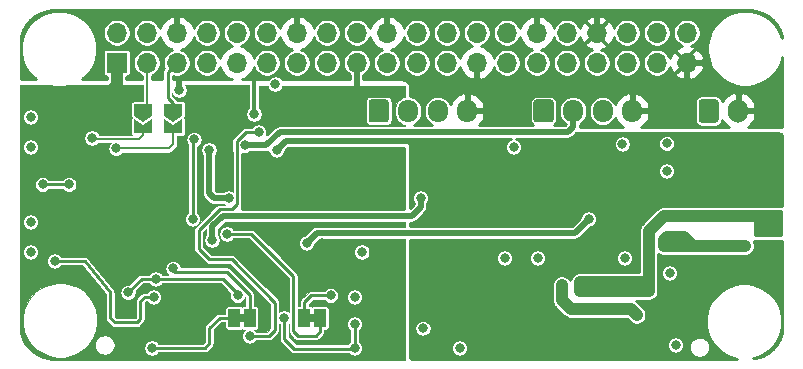
<source format=gbr>
G04 #@! TF.GenerationSoftware,KiCad,Pcbnew,5.99.0+really5.1.10+dfsg1-1*
G04 #@! TF.CreationDate,2022-03-07T14:48:36+01:00*
G04 #@! TF.ProjectId,Raspberry Pi Zero W,52617370-6265-4727-9279-205069205a65,1.0.8*
G04 #@! TF.SameCoordinates,Original*
G04 #@! TF.FileFunction,Copper,L2,Bot*
G04 #@! TF.FilePolarity,Positive*
%FSLAX46Y46*%
G04 Gerber Fmt 4.6, Leading zero omitted, Abs format (unit mm)*
G04 Created by KiCad (PCBNEW 5.99.0+really5.1.10+dfsg1-1) date 2022-03-07 14:48:36*
%MOMM*%
%LPD*%
G01*
G04 APERTURE LIST*
G04 #@! TA.AperFunction,EtchedComponent*
%ADD10C,0.100000*%
G04 #@! TD*
G04 #@! TA.AperFunction,ComponentPad*
%ADD11O,1.700000X2.000000*%
G04 #@! TD*
G04 #@! TA.AperFunction,ComponentPad*
%ADD12O,1.700000X1.950000*%
G04 #@! TD*
G04 #@! TA.AperFunction,ComponentPad*
%ADD13R,1.700000X1.700000*%
G04 #@! TD*
G04 #@! TA.AperFunction,ComponentPad*
%ADD14O,1.700000X1.700000*%
G04 #@! TD*
G04 #@! TA.AperFunction,SMDPad,CuDef*
%ADD15R,1.000000X1.500000*%
G04 #@! TD*
G04 #@! TA.AperFunction,SMDPad,CuDef*
%ADD16C,0.100000*%
G04 #@! TD*
G04 #@! TA.AperFunction,ViaPad*
%ADD17C,0.800000*%
G04 #@! TD*
G04 #@! TA.AperFunction,Conductor*
%ADD18C,0.250000*%
G04 #@! TD*
G04 #@! TA.AperFunction,Conductor*
%ADD19C,0.350000*%
G04 #@! TD*
G04 #@! TA.AperFunction,Conductor*
%ADD20C,0.500000*%
G04 #@! TD*
G04 #@! TA.AperFunction,Conductor*
%ADD21C,1.000000*%
G04 #@! TD*
G04 #@! TA.AperFunction,Conductor*
%ADD22C,0.200000*%
G04 #@! TD*
G04 #@! TA.AperFunction,Conductor*
%ADD23C,0.254000*%
G04 #@! TD*
G04 #@! TA.AperFunction,Conductor*
%ADD24C,0.100000*%
G04 #@! TD*
G04 APERTURE END LIST*
D10*
G36*
X140675000Y-114600000D02*
G01*
X141175000Y-114600000D01*
X141175000Y-114000000D01*
X140675000Y-114000000D01*
X140675000Y-114600000D01*
G37*
G36*
X134736000Y-114600000D02*
G01*
X135236000Y-114600000D01*
X135236000Y-114000000D01*
X134736000Y-114000000D01*
X134736000Y-114600000D01*
G37*
G04 #@! TA.AperFunction,ComponentPad*
G36*
G01*
X173648000Y-97524000D02*
X173648000Y-96024000D01*
G75*
G02*
X173898000Y-95774000I250000J0D01*
G01*
X175098000Y-95774000D01*
G75*
G02*
X175348000Y-96024000I0J-250000D01*
G01*
X175348000Y-97524000D01*
G75*
G02*
X175098000Y-97774000I-250000J0D01*
G01*
X173898000Y-97774000D01*
G75*
G02*
X173648000Y-97524000I0J250000D01*
G01*
G37*
G04 #@! TD.AperFunction*
D11*
X176998000Y-96774000D03*
G04 #@! TA.AperFunction,ComponentPad*
G36*
G01*
X159671000Y-97499000D02*
X159671000Y-96049000D01*
G75*
G02*
X159921000Y-95799000I250000J0D01*
G01*
X161121000Y-95799000D01*
G75*
G02*
X161371000Y-96049000I0J-250000D01*
G01*
X161371000Y-97499000D01*
G75*
G02*
X161121000Y-97749000I-250000J0D01*
G01*
X159921000Y-97749000D01*
G75*
G02*
X159671000Y-97499000I0J250000D01*
G01*
G37*
G04 #@! TD.AperFunction*
D12*
X163021000Y-96774000D03*
X165521000Y-96774000D03*
X168021000Y-96774000D03*
X154058000Y-96774000D03*
X151558000Y-96774000D03*
X149058000Y-96774000D03*
G04 #@! TA.AperFunction,ComponentPad*
G36*
G01*
X145708000Y-97499000D02*
X145708000Y-96049000D01*
G75*
G02*
X145958000Y-95799000I250000J0D01*
G01*
X147158000Y-95799000D01*
G75*
G02*
X147408000Y-96049000I0J-250000D01*
G01*
X147408000Y-97499000D01*
G75*
G02*
X147158000Y-97749000I-250000J0D01*
G01*
X145958000Y-97749000D01*
G75*
G02*
X145708000Y-97499000I0J250000D01*
G01*
G37*
G04 #@! TD.AperFunction*
D13*
X124383800Y-92684600D03*
D14*
X124383800Y-90144600D03*
X126923800Y-92684600D03*
X126923800Y-90144600D03*
X129463800Y-92684600D03*
X129463800Y-90144600D03*
X132003800Y-92684600D03*
X132003800Y-90144600D03*
X134543800Y-92684600D03*
X134543800Y-90144600D03*
X137083800Y-92684600D03*
X137083800Y-90144600D03*
X139623800Y-92684600D03*
X139623800Y-90144600D03*
X142163800Y-92684600D03*
X142163800Y-90144600D03*
X144703800Y-92684600D03*
X144703800Y-90144600D03*
X147243800Y-92684600D03*
X147243800Y-90144600D03*
X149783800Y-92684600D03*
X149783800Y-90144600D03*
X152323800Y-92684600D03*
X152323800Y-90144600D03*
X154863800Y-92684600D03*
X154863800Y-90144600D03*
X157403800Y-92684600D03*
X157403800Y-90144600D03*
X159943800Y-92684600D03*
X159943800Y-90144600D03*
X162483800Y-92684600D03*
X162483800Y-90144600D03*
X165023800Y-92684600D03*
X165023800Y-90144600D03*
X167563800Y-92684600D03*
X167563800Y-90144600D03*
X170103800Y-92684600D03*
X170103800Y-90144600D03*
X172643800Y-92684600D03*
X172643800Y-90144600D03*
D15*
X140275000Y-114300000D03*
X142875000Y-114300000D03*
X141575000Y-114300000D03*
X134336000Y-114300000D03*
X136936000Y-114300000D03*
X135636000Y-114300000D03*
G04 #@! TA.AperFunction,SMDPad,CuDef*
D16*
G36*
X125869000Y-98634000D02*
G01*
X125869000Y-97484000D01*
X126619000Y-97984000D01*
X127369000Y-97484000D01*
X127369000Y-98634000D01*
X125869000Y-98634000D01*
G37*
G04 #@! TD.AperFunction*
G04 #@! TA.AperFunction,SMDPad,CuDef*
G36*
X126619000Y-97684000D02*
G01*
X125869000Y-97184000D01*
X125869000Y-96184000D01*
X127369000Y-96184000D01*
X127369000Y-97184000D01*
X126619000Y-97684000D01*
G37*
G04 #@! TD.AperFunction*
G04 #@! TA.AperFunction,SMDPad,CuDef*
G36*
X129159000Y-97684000D02*
G01*
X128409000Y-97184000D01*
X128409000Y-96184000D01*
X129909000Y-96184000D01*
X129909000Y-97184000D01*
X129159000Y-97684000D01*
G37*
G04 #@! TD.AperFunction*
G04 #@! TA.AperFunction,SMDPad,CuDef*
G36*
X128409000Y-98634000D02*
G01*
X128409000Y-97484000D01*
X129159000Y-97984000D01*
X129909000Y-97484000D01*
X129909000Y-98634000D01*
X128409000Y-98634000D01*
G37*
G04 #@! TD.AperFunction*
D17*
X144526000Y-112522000D03*
X145135600Y-108712000D03*
X167386000Y-109220000D03*
X160020000Y-109220000D03*
X144526000Y-114808000D03*
X118110000Y-102997000D03*
X144526000Y-116840000D03*
X179832000Y-95504000D03*
X170942000Y-99517200D03*
X170942000Y-101854000D03*
X157226000Y-109220000D03*
X138557000Y-114300000D03*
X120332500Y-102997000D03*
X129667000Y-94996000D03*
X153416000Y-116840000D03*
X171704000Y-116586000D03*
X167182800Y-99568000D03*
X157988000Y-99822000D03*
X179832000Y-97282000D03*
X146304000Y-101854000D03*
X150317200Y-115163600D03*
X117094000Y-97282000D03*
X117094000Y-99822000D03*
X117094000Y-106172000D03*
X117094000Y-108712000D03*
X136017000Y-97028000D03*
X171196000Y-110490000D03*
X165862000Y-113538000D03*
X162052000Y-111506000D03*
X167132000Y-113538000D03*
X168402000Y-114046000D03*
X137922000Y-100076000D03*
X150114000Y-102870000D03*
X150876000Y-109347000D03*
X180149500Y-101663500D03*
X180086000Y-100203000D03*
X178816000Y-101600000D03*
X178816000Y-100203000D03*
X163893500Y-104013000D03*
X157988000Y-115316000D03*
X143002000Y-115824000D03*
X137795000Y-116459000D03*
X121920000Y-95250000D03*
X118745000Y-95250000D03*
X127635000Y-109601000D03*
X136652000Y-109220000D03*
X119126000Y-106934000D03*
X133731000Y-108331000D03*
X141414500Y-95631000D03*
X124206000Y-98425000D03*
X135001000Y-95504000D03*
X123571000Y-105410000D03*
X129921000Y-106870500D03*
X118618000Y-98044000D03*
X141732000Y-107950000D03*
X137795000Y-94488000D03*
X122301000Y-99060000D03*
X134620000Y-112395000D03*
X125349000Y-112141000D03*
X127681000Y-110998000D03*
X135636000Y-115824000D03*
X136398000Y-98552000D03*
X127508000Y-112522000D03*
X119126000Y-109474000D03*
X124333000Y-99949000D03*
X129159000Y-110109000D03*
X132207000Y-100076000D03*
X133858000Y-104140000D03*
X135255000Y-99695000D03*
X130810000Y-105918000D03*
X133731000Y-107188000D03*
X130937000Y-99187000D03*
X150114000Y-104140000D03*
X132461000Y-107696000D03*
X164338000Y-105918000D03*
X140462000Y-107950000D03*
X142494000Y-112395000D03*
X127381000Y-116840000D03*
X177609500Y-108204000D03*
X172416000Y-107428500D03*
X170688000Y-108204000D03*
X163576000Y-112014000D03*
X180149500Y-105664000D03*
X178816000Y-106934000D03*
X178816000Y-105664000D03*
X168402000Y-111506000D03*
X163576000Y-111252000D03*
X180149500Y-106997500D03*
D18*
X118491000Y-102997000D02*
X118491000Y-102997000D01*
X144526000Y-115824000D02*
X144526000Y-116522500D01*
X144526000Y-116522500D02*
X144145000Y-116903500D01*
X144145000Y-116903500D02*
X139382500Y-116903500D01*
X138557000Y-116078000D02*
X138557000Y-114300000D01*
X139382500Y-116903500D02*
X138557000Y-116078000D01*
X119888000Y-102997000D02*
X118491000Y-102997000D01*
X120332500Y-102997000D02*
X119888000Y-102997000D01*
X144526000Y-115824000D02*
X144526000Y-114808000D01*
D19*
X165023800Y-90144600D02*
X166014400Y-89154000D01*
X165023800Y-90144600D02*
X164033200Y-89154000D01*
X165023800Y-90144600D02*
X163982400Y-91186000D01*
X165023800Y-90144600D02*
X165023800Y-90347800D01*
X165023800Y-90347800D02*
X165862000Y-91186000D01*
X165862000Y-91186000D02*
X166116000Y-91440000D01*
X172643800Y-92684600D02*
X172643800Y-92278200D01*
X172643800Y-92278200D02*
X173482000Y-91440000D01*
X172643800Y-92684600D02*
X171653200Y-91694000D01*
X172643800Y-92684600D02*
X171602400Y-93726000D01*
D20*
X129667000Y-94996000D02*
X129667000Y-94107000D01*
D19*
X136017000Y-97028000D02*
X136017000Y-94107000D01*
D21*
X162052000Y-111506000D02*
X162052000Y-112776000D01*
X162814000Y-113538000D02*
X165862000Y-113538000D01*
X162052000Y-112776000D02*
X162814000Y-113538000D01*
X165862000Y-113538000D02*
X167132000Y-113538000D01*
X168402000Y-114046000D02*
X167894000Y-113538000D01*
X167894000Y-113538000D02*
X167132000Y-113538000D01*
D20*
X150114000Y-102870000D02*
X150114000Y-100330000D01*
X150114000Y-100330000D02*
X149098000Y-99314000D01*
X149098000Y-99314000D02*
X138684000Y-99314000D01*
X138684000Y-99314000D02*
X137922000Y-100076000D01*
D18*
X124115999Y-98334999D02*
X124206000Y-98425000D01*
D20*
X144703800Y-92684600D02*
X144703800Y-94818200D01*
X143891000Y-95631000D02*
X141414500Y-95631000D01*
X144703800Y-94818200D02*
X143891000Y-95631000D01*
X118745000Y-95250000D02*
X121920000Y-95250000D01*
D21*
X124383800Y-92684600D02*
X124383800Y-94564200D01*
X123698000Y-95250000D02*
X121920000Y-95250000D01*
X124383800Y-94564200D02*
X123698000Y-95250000D01*
D18*
X132180499Y-98842999D02*
X131508500Y-98171000D01*
X133329997Y-98842999D02*
X132180499Y-98842999D01*
X134112000Y-98060996D02*
X133329997Y-98842999D01*
X134112000Y-96393000D02*
X134112000Y-98060996D01*
X135001000Y-95504000D02*
X134112000Y-96393000D01*
X134620000Y-112395000D02*
X134620000Y-112395000D01*
X122391001Y-99150001D02*
X122301000Y-99060000D01*
X125349000Y-112141000D02*
X125349000Y-112141000D01*
X134620000Y-112268000D02*
X134620000Y-112395000D01*
X133350000Y-110998000D02*
X134620000Y-112268000D01*
X127681000Y-110998000D02*
X133350000Y-110998000D01*
X126492000Y-110998000D02*
X125349000Y-112141000D01*
X127681000Y-110998000D02*
X126492000Y-110998000D01*
D22*
X126619000Y-98134000D02*
X126619000Y-98806000D01*
X122366001Y-99125001D02*
X122301000Y-99060000D01*
X126299999Y-99125001D02*
X122366001Y-99125001D01*
X126619000Y-98806000D02*
X126299999Y-99125001D01*
D18*
X136398000Y-98552000D02*
X136398000Y-98552000D01*
X135324998Y-98552000D02*
X136398000Y-98552000D01*
X134529999Y-99346999D02*
X135324998Y-98552000D01*
X137761001Y-115310001D02*
X137761001Y-112996001D01*
X133111824Y-105088990D02*
X134179010Y-105088990D01*
X137761001Y-112996001D02*
X134112000Y-109347000D01*
X134583001Y-104684999D02*
X134583001Y-100096003D01*
X134112000Y-109347000D02*
X132207000Y-109347000D01*
X132207000Y-109347000D02*
X131318000Y-108458000D01*
X134583001Y-100096003D02*
X134529999Y-100043001D01*
X131318000Y-108458000D02*
X131318000Y-106882814D01*
X135636000Y-115824000D02*
X137247002Y-115824000D01*
X137247002Y-115824000D02*
X137761001Y-115310001D01*
X131318000Y-106882814D02*
X133111824Y-105088990D01*
X134179010Y-105088990D02*
X134583001Y-104684999D01*
X134529999Y-100043001D02*
X134529999Y-99346999D01*
X124333000Y-99949000D02*
X124333000Y-99949000D01*
X126746000Y-112522000D02*
X127508000Y-112522000D01*
X126365000Y-112903000D02*
X126746000Y-112522000D01*
X126111000Y-114681000D02*
X126365000Y-114427000D01*
X124206000Y-114681000D02*
X126111000Y-114681000D01*
X126365000Y-114427000D02*
X126365000Y-112903000D01*
X123825000Y-114300000D02*
X124206000Y-114681000D01*
X123825000Y-112141000D02*
X123825000Y-114300000D01*
X121666000Y-109474000D02*
X123825000Y-112141000D01*
X119126000Y-109474000D02*
X121666000Y-109474000D01*
D22*
X128561000Y-98134000D02*
X129159000Y-98134000D01*
X124333000Y-99949000D02*
X128778000Y-99949000D01*
X129159000Y-99568000D02*
X129159000Y-98134000D01*
X128778000Y-99949000D02*
X129159000Y-99568000D01*
D18*
X129159000Y-110109000D02*
X129159000Y-110109000D01*
X133693013Y-110395011D02*
X135636000Y-112337998D01*
X129318011Y-110395011D02*
X133693013Y-110395011D01*
X129159000Y-110236000D02*
X129318011Y-110395011D01*
X129159000Y-110109000D02*
X129159000Y-110236000D01*
X135636000Y-112337998D02*
X135636000Y-114300000D01*
D20*
X132207000Y-100076000D02*
X132207000Y-103759000D01*
X132207000Y-103759000D02*
X132588000Y-104140000D01*
X133858000Y-104140000D02*
X132588000Y-104140000D01*
X163021000Y-98091000D02*
X163021000Y-96774000D01*
X162560000Y-98552000D02*
X163021000Y-98091000D01*
X138187998Y-98552000D02*
X162560000Y-98552000D01*
X137044998Y-99695000D02*
X138187998Y-98552000D01*
X135255000Y-99695000D02*
X137044998Y-99695000D01*
D18*
X130810000Y-99568000D02*
X130810000Y-105918000D01*
X130937000Y-99187000D02*
X130810000Y-99568000D01*
X141575000Y-115443000D02*
X141575000Y-114300000D01*
X141224000Y-115824000D02*
X141575000Y-115443000D01*
X139700000Y-115824000D02*
X141224000Y-115824000D01*
X139319000Y-115379500D02*
X139700000Y-115824000D01*
X135764410Y-107188000D02*
X139319000Y-110742590D01*
X139319000Y-110742590D02*
X139319000Y-115379500D01*
X133731000Y-107188000D02*
X135764410Y-107188000D01*
D20*
X132461000Y-106553000D02*
X133350000Y-105664000D01*
X133350000Y-105664000D02*
X149352000Y-105664000D01*
X150114000Y-104902000D02*
X149352000Y-105664000D01*
X132461000Y-107696000D02*
X132461000Y-106553000D01*
X150114000Y-104140000D02*
X150114000Y-104902000D01*
X163322000Y-106934000D02*
X164338000Y-105918000D01*
X163156001Y-107099999D02*
X163322000Y-106934000D01*
X141312001Y-107099999D02*
X163156001Y-107099999D01*
X140462000Y-107950000D02*
X141312001Y-107099999D01*
D18*
X140275000Y-112963000D02*
X140275000Y-114300000D01*
X140843000Y-112395000D02*
X140275000Y-112963000D01*
X142494000Y-112395000D02*
X140843000Y-112395000D01*
X134336000Y-114300000D02*
X133096000Y-114300000D01*
X133096000Y-114300000D02*
X132207000Y-115189000D01*
X132207000Y-115189000D02*
X132207000Y-116459000D01*
X131826000Y-116840000D02*
X127381000Y-116840000D01*
X132207000Y-116459000D02*
X131826000Y-116840000D01*
D22*
X165023800Y-92684600D02*
X164809236Y-92684600D01*
X126923800Y-96379200D02*
X126619000Y-96684000D01*
X126923800Y-92684600D02*
X126923800Y-96379200D01*
D18*
X128905000Y-93218000D02*
X129413000Y-92710000D01*
X129159000Y-96684000D02*
X129159000Y-96139000D01*
X128687999Y-93460401D02*
X129463800Y-92684600D01*
X128687999Y-95667999D02*
X128687999Y-93460401D01*
X129159000Y-96139000D02*
X128687999Y-95667999D01*
D22*
X131953000Y-93139500D02*
X131953000Y-92710000D01*
D20*
X177609500Y-108204000D02*
X177609500Y-108204000D01*
X172720000Y-108204000D02*
X177609500Y-108204000D01*
X172339000Y-108204000D02*
X172720000Y-108204000D01*
D21*
X172416000Y-107428500D02*
X173191500Y-108204000D01*
D20*
X172416000Y-107428500D02*
X172416000Y-107900000D01*
X172452500Y-107428500D02*
X172416000Y-107428500D01*
X172416000Y-107900000D02*
X172720000Y-108204000D01*
D21*
X172416000Y-107492000D02*
X172416000Y-107428500D01*
D20*
X172416000Y-107428500D02*
X172416000Y-108127000D01*
X172847000Y-107823000D02*
X172452500Y-107428500D01*
X172416000Y-108127000D02*
X172339000Y-108204000D01*
X170688000Y-108204000D02*
X172339000Y-108204000D01*
D21*
X170688000Y-108204000D02*
X173191500Y-108204000D01*
X170688000Y-108204000D02*
X170688000Y-107696000D01*
X170955500Y-107428500D02*
X172416000Y-107428500D01*
X170688000Y-107696000D02*
X170955500Y-107428500D01*
X177609500Y-108204000D02*
X173191500Y-108204000D01*
X170688000Y-105664000D02*
X178816000Y-105664000D01*
X169418000Y-106934000D02*
X170688000Y-105664000D01*
X169418000Y-111252000D02*
X169418000Y-106934000D01*
X180149500Y-105664000D02*
X180086000Y-105664000D01*
X169418000Y-111252000D02*
X169418000Y-112014000D01*
X169418000Y-112014000D02*
X163576000Y-112014000D01*
X163576000Y-111252000D02*
X163830000Y-111252000D01*
X163830000Y-111252000D02*
X169418000Y-111252000D01*
X163576000Y-112014000D02*
X163576000Y-111252000D01*
D23*
X148717000Y-105087000D02*
X135001000Y-105087000D01*
X135001000Y-104861830D01*
X135002615Y-104858809D01*
X135023825Y-104788889D01*
X135028461Y-104773607D01*
X135037188Y-104684999D01*
X135035001Y-104662794D01*
X135035001Y-100390773D01*
X135042942Y-100394062D01*
X135183397Y-100422000D01*
X135326603Y-100422000D01*
X135467058Y-100394062D01*
X135599364Y-100339259D01*
X135700025Y-100272000D01*
X137016667Y-100272000D01*
X137044998Y-100274790D01*
X137073329Y-100272000D01*
X137073334Y-100272000D01*
X137103043Y-100269074D01*
X137158109Y-100263651D01*
X137202768Y-100250103D01*
X137214670Y-100246493D01*
X137222938Y-100288058D01*
X137277741Y-100420364D01*
X137357302Y-100539436D01*
X137458564Y-100640698D01*
X137577636Y-100720259D01*
X137709942Y-100775062D01*
X137850397Y-100803000D01*
X137993603Y-100803000D01*
X138134058Y-100775062D01*
X138266364Y-100720259D01*
X138385436Y-100640698D01*
X138486698Y-100539436D01*
X138566259Y-100420364D01*
X138621062Y-100288058D01*
X138644680Y-100169321D01*
X138923001Y-99891000D01*
X148717000Y-99891000D01*
X148717000Y-105087000D01*
G04 #@! TA.AperFunction,Conductor*
D24*
G36*
X148717000Y-105087000D02*
G01*
X135001000Y-105087000D01*
X135001000Y-104861830D01*
X135002615Y-104858809D01*
X135023825Y-104788889D01*
X135028461Y-104773607D01*
X135037188Y-104684999D01*
X135035001Y-104662794D01*
X135035001Y-100390773D01*
X135042942Y-100394062D01*
X135183397Y-100422000D01*
X135326603Y-100422000D01*
X135467058Y-100394062D01*
X135599364Y-100339259D01*
X135700025Y-100272000D01*
X137016667Y-100272000D01*
X137044998Y-100274790D01*
X137073329Y-100272000D01*
X137073334Y-100272000D01*
X137103043Y-100269074D01*
X137158109Y-100263651D01*
X137202768Y-100250103D01*
X137214670Y-100246493D01*
X137222938Y-100288058D01*
X137277741Y-100420364D01*
X137357302Y-100539436D01*
X137458564Y-100640698D01*
X137577636Y-100720259D01*
X137709942Y-100775062D01*
X137850397Y-100803000D01*
X137993603Y-100803000D01*
X138134058Y-100775062D01*
X138266364Y-100720259D01*
X138385436Y-100640698D01*
X138486698Y-100539436D01*
X138566259Y-100420364D01*
X138621062Y-100288058D01*
X138644680Y-100169321D01*
X138923001Y-99891000D01*
X148717000Y-99891000D01*
X148717000Y-105087000D01*
G37*
G04 #@! TD.AperFunction*
X118690959Y-94550785D02*
X119189752Y-94650000D01*
X119810248Y-94650000D01*
X120278803Y-94556799D01*
X126573801Y-94580644D01*
X126573801Y-95932790D01*
X125869000Y-95932790D01*
X125819991Y-95937617D01*
X125772866Y-95951912D01*
X125729435Y-95975127D01*
X125691368Y-96006368D01*
X125660127Y-96044435D01*
X125636912Y-96087866D01*
X125622617Y-96134991D01*
X125617790Y-96184000D01*
X125617790Y-97184000D01*
X125622668Y-97233266D01*
X125637013Y-97280377D01*
X125660273Y-97323783D01*
X125668683Y-97334009D01*
X125660127Y-97344435D01*
X125636912Y-97387866D01*
X125622617Y-97434991D01*
X125617790Y-97484000D01*
X125617790Y-98634000D01*
X125622617Y-98683009D01*
X125636912Y-98730134D01*
X125660127Y-98773565D01*
X125661306Y-98775001D01*
X122886504Y-98775001D01*
X122877022Y-98752110D01*
X122805888Y-98645649D01*
X122715351Y-98555112D01*
X122608890Y-98483978D01*
X122490598Y-98434979D01*
X122365019Y-98410000D01*
X122236981Y-98410000D01*
X122111402Y-98434979D01*
X121993110Y-98483978D01*
X121886649Y-98555112D01*
X121796112Y-98645649D01*
X121724978Y-98752110D01*
X121675979Y-98870402D01*
X121651000Y-98995981D01*
X121651000Y-99124019D01*
X121675979Y-99249598D01*
X121724978Y-99367890D01*
X121796112Y-99474351D01*
X121886649Y-99564888D01*
X121993110Y-99636022D01*
X122111402Y-99685021D01*
X122236981Y-99710000D01*
X122365019Y-99710000D01*
X122490598Y-99685021D01*
X122608890Y-99636022D01*
X122715351Y-99564888D01*
X122805238Y-99475001D01*
X123887760Y-99475001D01*
X123828112Y-99534649D01*
X123756978Y-99641110D01*
X123707979Y-99759402D01*
X123683000Y-99884981D01*
X123683000Y-100013019D01*
X123707979Y-100138598D01*
X123756978Y-100256890D01*
X123828112Y-100363351D01*
X123918649Y-100453888D01*
X124025110Y-100525022D01*
X124143402Y-100574021D01*
X124268981Y-100599000D01*
X124397019Y-100599000D01*
X124522598Y-100574021D01*
X124640890Y-100525022D01*
X124747351Y-100453888D01*
X124837888Y-100363351D01*
X124880885Y-100299000D01*
X128760812Y-100299000D01*
X128778000Y-100300693D01*
X128795188Y-100299000D01*
X128795189Y-100299000D01*
X128846612Y-100293935D01*
X128912587Y-100273922D01*
X128973390Y-100241422D01*
X129026685Y-100197685D01*
X129037653Y-100184320D01*
X129394334Y-99827640D01*
X129407684Y-99816685D01*
X129451422Y-99763390D01*
X129483922Y-99702587D01*
X129503935Y-99636612D01*
X129509000Y-99585189D01*
X129509000Y-99585187D01*
X129510693Y-99568001D01*
X129509000Y-99550815D01*
X129509000Y-98885210D01*
X129909000Y-98885210D01*
X129958009Y-98880383D01*
X130005134Y-98866088D01*
X130048565Y-98842873D01*
X130086632Y-98811632D01*
X130117873Y-98773565D01*
X130141088Y-98730134D01*
X130155383Y-98683009D01*
X130160210Y-98634000D01*
X130160210Y-97484000D01*
X130155434Y-97435249D01*
X130141188Y-97388109D01*
X130118019Y-97344654D01*
X130109302Y-97334009D01*
X130117873Y-97323565D01*
X130141088Y-97280134D01*
X130155383Y-97233009D01*
X130160210Y-97184000D01*
X130160210Y-96184000D01*
X130155383Y-96134991D01*
X130141088Y-96087866D01*
X130117873Y-96044435D01*
X130086632Y-96006368D01*
X130048565Y-95975127D01*
X130005134Y-95951912D01*
X129958009Y-95937617D01*
X129909000Y-95932790D01*
X129473986Y-95932790D01*
X129472309Y-95929653D01*
X129425448Y-95872552D01*
X129411139Y-95860809D01*
X129062999Y-95512670D01*
X129062999Y-95236344D01*
X129090978Y-95303890D01*
X129162112Y-95410351D01*
X129252649Y-95500888D01*
X129359110Y-95572022D01*
X129477402Y-95621021D01*
X129602981Y-95646000D01*
X129731019Y-95646000D01*
X129856598Y-95621021D01*
X129974890Y-95572022D01*
X130081351Y-95500888D01*
X130171888Y-95410351D01*
X130243022Y-95303890D01*
X130292021Y-95185598D01*
X130317000Y-95060019D01*
X130317000Y-94931981D01*
X130292021Y-94806402D01*
X130243022Y-94688110D01*
X130180344Y-94594305D01*
X135592001Y-94614804D01*
X135592000Y-96533761D01*
X135512112Y-96613649D01*
X135440978Y-96720110D01*
X135391979Y-96838402D01*
X135367000Y-96963981D01*
X135367000Y-97092019D01*
X135391979Y-97217598D01*
X135440978Y-97335890D01*
X135512112Y-97442351D01*
X135602649Y-97532888D01*
X135709110Y-97604022D01*
X135827402Y-97653021D01*
X135952981Y-97678000D01*
X136081019Y-97678000D01*
X136206598Y-97653021D01*
X136324890Y-97604022D01*
X136431351Y-97532888D01*
X136521888Y-97442351D01*
X136593022Y-97335890D01*
X136642021Y-97217598D01*
X136667000Y-97092019D01*
X136667000Y-96963981D01*
X136642021Y-96838402D01*
X136593022Y-96720110D01*
X136521888Y-96613649D01*
X136442000Y-96533761D01*
X136442000Y-96049000D01*
X145456791Y-96049000D01*
X145456791Y-97499000D01*
X145466422Y-97596781D01*
X145494943Y-97690804D01*
X145541260Y-97777457D01*
X145603592Y-97853408D01*
X145679543Y-97915740D01*
X145766196Y-97962057D01*
X145860219Y-97990578D01*
X145958000Y-98000209D01*
X147158000Y-98000209D01*
X147255781Y-97990578D01*
X147349804Y-97962057D01*
X147436457Y-97915740D01*
X147512408Y-97853408D01*
X147574740Y-97777457D01*
X147621057Y-97690804D01*
X147649578Y-97596781D01*
X147659209Y-97499000D01*
X147659209Y-96049000D01*
X147649578Y-95951219D01*
X147621057Y-95857196D01*
X147574740Y-95770543D01*
X147512408Y-95694592D01*
X147436457Y-95632260D01*
X147349804Y-95585943D01*
X147255781Y-95557422D01*
X147158000Y-95547791D01*
X145958000Y-95547791D01*
X145860219Y-95557422D01*
X145766196Y-95585943D01*
X145679543Y-95632260D01*
X145603592Y-95694592D01*
X145541260Y-95770543D01*
X145494943Y-95857196D01*
X145466422Y-95951219D01*
X145456791Y-96049000D01*
X136442000Y-96049000D01*
X136442000Y-94618023D01*
X137158669Y-94620738D01*
X137169979Y-94677598D01*
X137218978Y-94795890D01*
X137290112Y-94902351D01*
X137380649Y-94992888D01*
X137487110Y-95064022D01*
X137605402Y-95113021D01*
X137730981Y-95138000D01*
X137859019Y-95138000D01*
X137984598Y-95113021D01*
X138102890Y-95064022D01*
X138209351Y-94992888D01*
X138299888Y-94902351D01*
X138371022Y-94795890D01*
X138420021Y-94677598D01*
X138430373Y-94625555D01*
X148794000Y-94664811D01*
X148794000Y-95579587D01*
X148635012Y-95627816D01*
X148443916Y-95729958D01*
X148276419Y-95867419D01*
X148138958Y-96034916D01*
X148036816Y-96226013D01*
X147973916Y-96433363D01*
X147958000Y-96594965D01*
X147958000Y-96953036D01*
X147973916Y-97114638D01*
X148036816Y-97321988D01*
X148138958Y-97513084D01*
X148276420Y-97680581D01*
X148443917Y-97818042D01*
X148635013Y-97920184D01*
X148794000Y-97968413D01*
X148794000Y-98052000D01*
X138212555Y-98052000D01*
X138187997Y-98049581D01*
X138163439Y-98052000D01*
X138163438Y-98052000D01*
X138089981Y-98059235D01*
X137995731Y-98087825D01*
X137908869Y-98134254D01*
X137832734Y-98196736D01*
X137817073Y-98215819D01*
X137222893Y-98810000D01*
X136994687Y-98810000D01*
X137023021Y-98741598D01*
X137048000Y-98616019D01*
X137048000Y-98487981D01*
X137023021Y-98362402D01*
X136974022Y-98244110D01*
X136902888Y-98137649D01*
X136812351Y-98047112D01*
X136705890Y-97975978D01*
X136587598Y-97926979D01*
X136462019Y-97902000D01*
X136333981Y-97902000D01*
X136208402Y-97926979D01*
X136090110Y-97975978D01*
X135983649Y-98047112D01*
X135893112Y-98137649D01*
X135866819Y-98177000D01*
X135343413Y-98177000D01*
X135324997Y-98175186D01*
X135306581Y-98177000D01*
X135306579Y-98177000D01*
X135251485Y-98182426D01*
X135180798Y-98203869D01*
X135180796Y-98203870D01*
X135115650Y-98238691D01*
X135088764Y-98260757D01*
X135058550Y-98285552D01*
X135046807Y-98299861D01*
X134277861Y-99068808D01*
X134263552Y-99080551D01*
X134251810Y-99094859D01*
X134216690Y-99137653D01*
X134195648Y-99177021D01*
X134181869Y-99202799D01*
X134164643Y-99259587D01*
X134160426Y-99273487D01*
X134153185Y-99346999D01*
X134155000Y-99365425D01*
X134154999Y-100024584D01*
X134153185Y-100043001D01*
X134154999Y-100061417D01*
X134154999Y-100061419D01*
X134160425Y-100116513D01*
X134181868Y-100187200D01*
X134208002Y-100236093D01*
X134208001Y-103592115D01*
X134165890Y-103563978D01*
X134047598Y-103514979D01*
X133922019Y-103490000D01*
X133793981Y-103490000D01*
X133668402Y-103514979D01*
X133550110Y-103563978D01*
X133443649Y-103635112D01*
X133438761Y-103640000D01*
X132795106Y-103640000D01*
X132707000Y-103551894D01*
X132707000Y-100495239D01*
X132711888Y-100490351D01*
X132783022Y-100383890D01*
X132832021Y-100265598D01*
X132857000Y-100140019D01*
X132857000Y-100011981D01*
X132832021Y-99886402D01*
X132783022Y-99768110D01*
X132711888Y-99661649D01*
X132621351Y-99571112D01*
X132514890Y-99499978D01*
X132396598Y-99450979D01*
X132271019Y-99426000D01*
X132142981Y-99426000D01*
X132017402Y-99450979D01*
X131899110Y-99499978D01*
X131792649Y-99571112D01*
X131702112Y-99661649D01*
X131630978Y-99768110D01*
X131581979Y-99886402D01*
X131557000Y-100011981D01*
X131557000Y-100140019D01*
X131581979Y-100265598D01*
X131630978Y-100383890D01*
X131702112Y-100490351D01*
X131707000Y-100495239D01*
X131707001Y-103734430D01*
X131704581Y-103759000D01*
X131714235Y-103857017D01*
X131741753Y-103947731D01*
X131742826Y-103951267D01*
X131789255Y-104038129D01*
X131851737Y-104114264D01*
X131870819Y-104129924D01*
X132217079Y-104476186D01*
X132232736Y-104495264D01*
X132308871Y-104557746D01*
X132395733Y-104604175D01*
X132489983Y-104632765D01*
X132563440Y-104640000D01*
X132563449Y-104640000D01*
X132587999Y-104642418D01*
X132612549Y-104640000D01*
X133438761Y-104640000D01*
X133443649Y-104644888D01*
X133547069Y-104713990D01*
X133130239Y-104713990D01*
X133111823Y-104712176D01*
X133093407Y-104713990D01*
X133093405Y-104713990D01*
X133038311Y-104719416D01*
X132967624Y-104740859D01*
X132967622Y-104740860D01*
X132902477Y-104775681D01*
X132859682Y-104810801D01*
X132859679Y-104810804D01*
X132845376Y-104822542D01*
X132833638Y-104836845D01*
X131065862Y-106604623D01*
X131051553Y-106616366D01*
X131035584Y-106635825D01*
X131004691Y-106673468D01*
X130969870Y-106738614D01*
X130948427Y-106809302D01*
X130941186Y-106882814D01*
X130943001Y-106901240D01*
X130943000Y-108439584D01*
X130941186Y-108458000D01*
X130943000Y-108476416D01*
X130943000Y-108476418D01*
X130948426Y-108531512D01*
X130969869Y-108602199D01*
X131004691Y-108667346D01*
X131051552Y-108724448D01*
X131065866Y-108736195D01*
X131928809Y-109599139D01*
X131940552Y-109613448D01*
X131997653Y-109660309D01*
X132062800Y-109695131D01*
X132133487Y-109716574D01*
X132188581Y-109722000D01*
X132188584Y-109722000D01*
X132207000Y-109723814D01*
X132225416Y-109722000D01*
X133956671Y-109722000D01*
X137386002Y-113151332D01*
X137386001Y-115154671D01*
X137091673Y-115449000D01*
X136167181Y-115449000D01*
X136140888Y-115409649D01*
X136050351Y-115319112D01*
X136023557Y-115301209D01*
X136136000Y-115301209D01*
X136185008Y-115296382D01*
X136232134Y-115282087D01*
X136275564Y-115258873D01*
X136313632Y-115227632D01*
X136344873Y-115189564D01*
X136368087Y-115146134D01*
X136382382Y-115099008D01*
X136387209Y-115050000D01*
X136387209Y-113550000D01*
X136382382Y-113500992D01*
X136368087Y-113453866D01*
X136344873Y-113410436D01*
X136313632Y-113372368D01*
X136275564Y-113341127D01*
X136232134Y-113317913D01*
X136185008Y-113303618D01*
X136136000Y-113298791D01*
X136011000Y-113298791D01*
X136011000Y-112356414D01*
X136012814Y-112337998D01*
X136010318Y-112312654D01*
X136005574Y-112264485D01*
X135984131Y-112193798D01*
X135962018Y-112152427D01*
X135949310Y-112128651D01*
X135922423Y-112095890D01*
X135902448Y-112071550D01*
X135888140Y-112059808D01*
X133971208Y-110142877D01*
X133959461Y-110128563D01*
X133902360Y-110081702D01*
X133837213Y-110046880D01*
X133766526Y-110025437D01*
X133711432Y-110020011D01*
X133711429Y-110020011D01*
X133693013Y-110018197D01*
X133674597Y-110020011D01*
X129804033Y-110020011D01*
X129784021Y-109919402D01*
X129735022Y-109801110D01*
X129663888Y-109694649D01*
X129573351Y-109604112D01*
X129466890Y-109532978D01*
X129348598Y-109483979D01*
X129223019Y-109459000D01*
X129094981Y-109459000D01*
X128969402Y-109483979D01*
X128851110Y-109532978D01*
X128744649Y-109604112D01*
X128654112Y-109694649D01*
X128582978Y-109801110D01*
X128533979Y-109919402D01*
X128509000Y-110044981D01*
X128509000Y-110173019D01*
X128533979Y-110298598D01*
X128582978Y-110416890D01*
X128654112Y-110523351D01*
X128744649Y-110613888D01*
X128758286Y-110623000D01*
X128212181Y-110623000D01*
X128185888Y-110583649D01*
X128095351Y-110493112D01*
X127988890Y-110421978D01*
X127870598Y-110372979D01*
X127745019Y-110348000D01*
X127616981Y-110348000D01*
X127491402Y-110372979D01*
X127373110Y-110421978D01*
X127266649Y-110493112D01*
X127176112Y-110583649D01*
X127149819Y-110623000D01*
X126510415Y-110623000D01*
X126491999Y-110621186D01*
X126473583Y-110623000D01*
X126473581Y-110623000D01*
X126418487Y-110628426D01*
X126347800Y-110649869D01*
X126282653Y-110684691D01*
X126225552Y-110731552D01*
X126213809Y-110745861D01*
X125459438Y-111500233D01*
X125413019Y-111491000D01*
X125284981Y-111491000D01*
X125159402Y-111515979D01*
X125041110Y-111564978D01*
X124934649Y-111636112D01*
X124844112Y-111726649D01*
X124772978Y-111833110D01*
X124723979Y-111951402D01*
X124699000Y-112076981D01*
X124699000Y-112205019D01*
X124723979Y-112330598D01*
X124772978Y-112448890D01*
X124844112Y-112555351D01*
X124934649Y-112645888D01*
X125041110Y-112717022D01*
X125159402Y-112766021D01*
X125284981Y-112791000D01*
X125413019Y-112791000D01*
X125538598Y-112766021D01*
X125656890Y-112717022D01*
X125763351Y-112645888D01*
X125853888Y-112555351D01*
X125925022Y-112448890D01*
X125974021Y-112330598D01*
X125999000Y-112205019D01*
X125999000Y-112076981D01*
X125989767Y-112030562D01*
X126647330Y-111373000D01*
X127149819Y-111373000D01*
X127176112Y-111412351D01*
X127266649Y-111502888D01*
X127373110Y-111574022D01*
X127491402Y-111623021D01*
X127616981Y-111648000D01*
X127745019Y-111648000D01*
X127870598Y-111623021D01*
X127988890Y-111574022D01*
X128095351Y-111502888D01*
X128185888Y-111412351D01*
X128212181Y-111373000D01*
X133194671Y-111373000D01*
X134004379Y-112182709D01*
X133994979Y-112205402D01*
X133970000Y-112330981D01*
X133970000Y-112459019D01*
X133994979Y-112584598D01*
X134043978Y-112702890D01*
X134115112Y-112809351D01*
X134205649Y-112899888D01*
X134312110Y-112971022D01*
X134430402Y-113020021D01*
X134555981Y-113045000D01*
X134684019Y-113045000D01*
X134809598Y-113020021D01*
X134927890Y-112971022D01*
X135034351Y-112899888D01*
X135124888Y-112809351D01*
X135196022Y-112702890D01*
X135245021Y-112584598D01*
X135261000Y-112504265D01*
X135261000Y-113298791D01*
X135136000Y-113298791D01*
X135086992Y-113303618D01*
X135039866Y-113317913D01*
X134996436Y-113341127D01*
X134986000Y-113349691D01*
X134975564Y-113341127D01*
X134932134Y-113317913D01*
X134885008Y-113303618D01*
X134836000Y-113298791D01*
X133836000Y-113298791D01*
X133786992Y-113303618D01*
X133739866Y-113317913D01*
X133696436Y-113341127D01*
X133658368Y-113372368D01*
X133627127Y-113410436D01*
X133603913Y-113453866D01*
X133589618Y-113500992D01*
X133584791Y-113550000D01*
X133584791Y-113925000D01*
X133114416Y-113925000D01*
X133096000Y-113923186D01*
X133077584Y-113925000D01*
X133077581Y-113925000D01*
X133022487Y-113930426D01*
X132951800Y-113951869D01*
X132886653Y-113986691D01*
X132829552Y-114033552D01*
X132817809Y-114047861D01*
X131954866Y-114910805D01*
X131940552Y-114922552D01*
X131893691Y-114979654D01*
X131858869Y-115044801D01*
X131837426Y-115115488D01*
X131832800Y-115162461D01*
X131830186Y-115189000D01*
X131832000Y-115207416D01*
X131832001Y-116303669D01*
X131670671Y-116465000D01*
X127912181Y-116465000D01*
X127885888Y-116425649D01*
X127795351Y-116335112D01*
X127688890Y-116263978D01*
X127570598Y-116214979D01*
X127445019Y-116190000D01*
X127316981Y-116190000D01*
X127191402Y-116214979D01*
X127073110Y-116263978D01*
X126966649Y-116335112D01*
X126876112Y-116425649D01*
X126804978Y-116532110D01*
X126755979Y-116650402D01*
X126731000Y-116775981D01*
X126731000Y-116904019D01*
X126755979Y-117029598D01*
X126804978Y-117147890D01*
X126876112Y-117254351D01*
X126966649Y-117344888D01*
X127073110Y-117416022D01*
X127191402Y-117465021D01*
X127316981Y-117490000D01*
X127445019Y-117490000D01*
X127570598Y-117465021D01*
X127688890Y-117416022D01*
X127795351Y-117344888D01*
X127885888Y-117254351D01*
X127912181Y-117215000D01*
X131807584Y-117215000D01*
X131826000Y-117216814D01*
X131844416Y-117215000D01*
X131844419Y-117215000D01*
X131899513Y-117209574D01*
X131970200Y-117188131D01*
X132035347Y-117153309D01*
X132092448Y-117106448D01*
X132104195Y-117092134D01*
X132459139Y-116737191D01*
X132473448Y-116725448D01*
X132499716Y-116693440D01*
X132520309Y-116668348D01*
X132555130Y-116603202D01*
X132555131Y-116603200D01*
X132576574Y-116532513D01*
X132582000Y-116477419D01*
X132582000Y-116477417D01*
X132583814Y-116459001D01*
X132582000Y-116440585D01*
X132582000Y-115344329D01*
X133251330Y-114675000D01*
X133584791Y-114675000D01*
X133584791Y-115050000D01*
X133589618Y-115099008D01*
X133603913Y-115146134D01*
X133627127Y-115189564D01*
X133658368Y-115227632D01*
X133696436Y-115258873D01*
X133739866Y-115282087D01*
X133786992Y-115296382D01*
X133836000Y-115301209D01*
X134836000Y-115301209D01*
X134885008Y-115296382D01*
X134932134Y-115282087D01*
X134975564Y-115258873D01*
X134986000Y-115250309D01*
X134996436Y-115258873D01*
X135039866Y-115282087D01*
X135086992Y-115296382D01*
X135136000Y-115301209D01*
X135248443Y-115301209D01*
X135221649Y-115319112D01*
X135131112Y-115409649D01*
X135059978Y-115516110D01*
X135010979Y-115634402D01*
X134986000Y-115759981D01*
X134986000Y-115888019D01*
X135010979Y-116013598D01*
X135059978Y-116131890D01*
X135131112Y-116238351D01*
X135221649Y-116328888D01*
X135328110Y-116400022D01*
X135446402Y-116449021D01*
X135571981Y-116474000D01*
X135700019Y-116474000D01*
X135825598Y-116449021D01*
X135943890Y-116400022D01*
X136050351Y-116328888D01*
X136140888Y-116238351D01*
X136167181Y-116199000D01*
X137228586Y-116199000D01*
X137247002Y-116200814D01*
X137265418Y-116199000D01*
X137265421Y-116199000D01*
X137320515Y-116193574D01*
X137391202Y-116172131D01*
X137456349Y-116137309D01*
X137513450Y-116090448D01*
X137525197Y-116076134D01*
X138013141Y-115588191D01*
X138027449Y-115576449D01*
X138074310Y-115519348D01*
X138083948Y-115501317D01*
X138109131Y-115454203D01*
X138109492Y-115453013D01*
X138130575Y-115383514D01*
X138136001Y-115328420D01*
X138136001Y-115328418D01*
X138137815Y-115310002D01*
X138136001Y-115291586D01*
X138136001Y-114798240D01*
X138142649Y-114804888D01*
X138182001Y-114831182D01*
X138182000Y-116059584D01*
X138180186Y-116078000D01*
X138182000Y-116096416D01*
X138182000Y-116096418D01*
X138187426Y-116151512D01*
X138208869Y-116222199D01*
X138243691Y-116287346D01*
X138290552Y-116344448D01*
X138304866Y-116356195D01*
X139104314Y-117155645D01*
X139116052Y-117169948D01*
X139130355Y-117181686D01*
X139130358Y-117181689D01*
X139138207Y-117188130D01*
X139173153Y-117216809D01*
X139238300Y-117251631D01*
X139308987Y-117273074D01*
X139364081Y-117278500D01*
X139364083Y-117278500D01*
X139382499Y-117280314D01*
X139400915Y-117278500D01*
X144045261Y-117278500D01*
X144111649Y-117344888D01*
X144218110Y-117416022D01*
X144336402Y-117465021D01*
X144461981Y-117490000D01*
X144590019Y-117490000D01*
X144715598Y-117465021D01*
X144833890Y-117416022D01*
X144940351Y-117344888D01*
X145030888Y-117254351D01*
X145102022Y-117147890D01*
X145151021Y-117029598D01*
X145176000Y-116904019D01*
X145176000Y-116775981D01*
X145151021Y-116650402D01*
X145102022Y-116532110D01*
X145030888Y-116425649D01*
X144940351Y-116335112D01*
X144901000Y-116308819D01*
X144901000Y-115339181D01*
X144940351Y-115312888D01*
X145030888Y-115222351D01*
X145102022Y-115115890D01*
X145151021Y-114997598D01*
X145176000Y-114872019D01*
X145176000Y-114743981D01*
X145151021Y-114618402D01*
X145102022Y-114500110D01*
X145030888Y-114393649D01*
X144940351Y-114303112D01*
X144833890Y-114231978D01*
X144715598Y-114182979D01*
X144590019Y-114158000D01*
X144461981Y-114158000D01*
X144336402Y-114182979D01*
X144218110Y-114231978D01*
X144111649Y-114303112D01*
X144021112Y-114393649D01*
X143949978Y-114500110D01*
X143900979Y-114618402D01*
X143876000Y-114743981D01*
X143876000Y-114872019D01*
X143900979Y-114997598D01*
X143949978Y-115115890D01*
X144021112Y-115222351D01*
X144111649Y-115312888D01*
X144151000Y-115339181D01*
X144151000Y-115805582D01*
X144151001Y-116308818D01*
X144111649Y-116335112D01*
X144021112Y-116425649D01*
X143952390Y-116528500D01*
X139537831Y-116528500D01*
X138932000Y-115922671D01*
X138932000Y-114831181D01*
X138944001Y-114823163D01*
X138944001Y-115346612D01*
X138943296Y-115350600D01*
X138944001Y-115383513D01*
X138944001Y-115397919D01*
X138944395Y-115401915D01*
X138944877Y-115424450D01*
X138948007Y-115438596D01*
X138949427Y-115453013D01*
X138955969Y-115474578D01*
X138960836Y-115496575D01*
X138966665Y-115509837D01*
X138970870Y-115523700D01*
X138981487Y-115543563D01*
X138990557Y-115564200D01*
X138998867Y-115576078D01*
X139005692Y-115588847D01*
X139019980Y-115606257D01*
X139022292Y-115609562D01*
X139031696Y-115620533D01*
X139052553Y-115645948D01*
X139055679Y-115648513D01*
X139412681Y-116065017D01*
X139433552Y-116090448D01*
X139450972Y-116104744D01*
X139467240Y-116120330D01*
X139479454Y-116128118D01*
X139490653Y-116137309D01*
X139510525Y-116147931D01*
X139529523Y-116160045D01*
X139543021Y-116165300D01*
X139555800Y-116172131D01*
X139577373Y-116178675D01*
X139598359Y-116186846D01*
X139612616Y-116189366D01*
X139626487Y-116193574D01*
X139648918Y-116195783D01*
X139671099Y-116199704D01*
X139703984Y-116199000D01*
X141213283Y-116199000D01*
X141239430Y-116200498D01*
X141268391Y-116196442D01*
X141297513Y-116193574D01*
X141304925Y-116191326D01*
X141312584Y-116190253D01*
X141340185Y-116180629D01*
X141368200Y-116172131D01*
X141375031Y-116168480D01*
X141382335Y-116165933D01*
X141407535Y-116151106D01*
X141433347Y-116137309D01*
X141439332Y-116132397D01*
X141446000Y-116128474D01*
X141467814Y-116109023D01*
X141490448Y-116090448D01*
X141507083Y-116070178D01*
X141833098Y-115716300D01*
X141841448Y-115709448D01*
X141858066Y-115689199D01*
X141863281Y-115683538D01*
X141869756Y-115674955D01*
X141888309Y-115652347D01*
X141891956Y-115645523D01*
X141896619Y-115639342D01*
X141909342Y-115612996D01*
X141923131Y-115587200D01*
X141925378Y-115579793D01*
X141928743Y-115572825D01*
X141936079Y-115544518D01*
X141944574Y-115516513D01*
X141945333Y-115508807D01*
X141947274Y-115501317D01*
X141948947Y-115472115D01*
X141950000Y-115461419D01*
X141950000Y-115453724D01*
X141951498Y-115427570D01*
X141950000Y-115416874D01*
X141950000Y-115301209D01*
X142075000Y-115301209D01*
X142124008Y-115296382D01*
X142171134Y-115282087D01*
X142214564Y-115258873D01*
X142252632Y-115227632D01*
X142283873Y-115189564D01*
X142307087Y-115146134D01*
X142321382Y-115099008D01*
X142326209Y-115050000D01*
X142326209Y-113550000D01*
X142321382Y-113500992D01*
X142307087Y-113453866D01*
X142283873Y-113410436D01*
X142252632Y-113372368D01*
X142214564Y-113341127D01*
X142171134Y-113317913D01*
X142124008Y-113303618D01*
X142075000Y-113298791D01*
X141075000Y-113298791D01*
X141025992Y-113303618D01*
X140978866Y-113317913D01*
X140935436Y-113341127D01*
X140925000Y-113349691D01*
X140914564Y-113341127D01*
X140871134Y-113317913D01*
X140824008Y-113303618D01*
X140775000Y-113298791D01*
X140650000Y-113298791D01*
X140650000Y-113118329D01*
X140998331Y-112770000D01*
X141962819Y-112770000D01*
X141989112Y-112809351D01*
X142079649Y-112899888D01*
X142186110Y-112971022D01*
X142304402Y-113020021D01*
X142429981Y-113045000D01*
X142558019Y-113045000D01*
X142683598Y-113020021D01*
X142801890Y-112971022D01*
X142908351Y-112899888D01*
X142998888Y-112809351D01*
X143070022Y-112702890D01*
X143119021Y-112584598D01*
X143144000Y-112459019D01*
X143144000Y-112457981D01*
X143876000Y-112457981D01*
X143876000Y-112586019D01*
X143900979Y-112711598D01*
X143949978Y-112829890D01*
X144021112Y-112936351D01*
X144111649Y-113026888D01*
X144218110Y-113098022D01*
X144336402Y-113147021D01*
X144461981Y-113172000D01*
X144590019Y-113172000D01*
X144715598Y-113147021D01*
X144833890Y-113098022D01*
X144940351Y-113026888D01*
X145030888Y-112936351D01*
X145102022Y-112829890D01*
X145151021Y-112711598D01*
X145176000Y-112586019D01*
X145176000Y-112457981D01*
X145151021Y-112332402D01*
X145102022Y-112214110D01*
X145030888Y-112107649D01*
X144940351Y-112017112D01*
X144833890Y-111945978D01*
X144715598Y-111896979D01*
X144590019Y-111872000D01*
X144461981Y-111872000D01*
X144336402Y-111896979D01*
X144218110Y-111945978D01*
X144111649Y-112017112D01*
X144021112Y-112107649D01*
X143949978Y-112214110D01*
X143900979Y-112332402D01*
X143876000Y-112457981D01*
X143144000Y-112457981D01*
X143144000Y-112330981D01*
X143119021Y-112205402D01*
X143070022Y-112087110D01*
X142998888Y-111980649D01*
X142908351Y-111890112D01*
X142801890Y-111818978D01*
X142683598Y-111769979D01*
X142558019Y-111745000D01*
X142429981Y-111745000D01*
X142304402Y-111769979D01*
X142186110Y-111818978D01*
X142079649Y-111890112D01*
X141989112Y-111980649D01*
X141962819Y-112020000D01*
X140861415Y-112020000D01*
X140842999Y-112018186D01*
X140824583Y-112020000D01*
X140824581Y-112020000D01*
X140769487Y-112025426D01*
X140698800Y-112046869D01*
X140698798Y-112046870D01*
X140633653Y-112081691D01*
X140590858Y-112116811D01*
X140590855Y-112116814D01*
X140576552Y-112128552D01*
X140564813Y-112142856D01*
X140022866Y-112684805D01*
X140008552Y-112696552D01*
X139961691Y-112753654D01*
X139926869Y-112818801D01*
X139905426Y-112889488D01*
X139902176Y-112922488D01*
X139898186Y-112963000D01*
X139900000Y-112981416D01*
X139900000Y-113298791D01*
X139775000Y-113298791D01*
X139725992Y-113303618D01*
X139694000Y-113313322D01*
X139694000Y-110761005D01*
X139695814Y-110742589D01*
X139694000Y-110724171D01*
X139688574Y-110669077D01*
X139667131Y-110598390D01*
X139667130Y-110598388D01*
X139632309Y-110533242D01*
X139610243Y-110506356D01*
X139585448Y-110476142D01*
X139571140Y-110464400D01*
X137754721Y-108647981D01*
X144485600Y-108647981D01*
X144485600Y-108776019D01*
X144510579Y-108901598D01*
X144559578Y-109019890D01*
X144630712Y-109126351D01*
X144721249Y-109216888D01*
X144827710Y-109288022D01*
X144946002Y-109337021D01*
X145071581Y-109362000D01*
X145199619Y-109362000D01*
X145325198Y-109337021D01*
X145443490Y-109288022D01*
X145549951Y-109216888D01*
X145640488Y-109126351D01*
X145711622Y-109019890D01*
X145760621Y-108901598D01*
X145785600Y-108776019D01*
X145785600Y-108647981D01*
X145760621Y-108522402D01*
X145711622Y-108404110D01*
X145640488Y-108297649D01*
X145549951Y-108207112D01*
X145443490Y-108135978D01*
X145325198Y-108086979D01*
X145199619Y-108062000D01*
X145071581Y-108062000D01*
X144946002Y-108086979D01*
X144827710Y-108135978D01*
X144721249Y-108207112D01*
X144630712Y-108297649D01*
X144559578Y-108404110D01*
X144510579Y-108522402D01*
X144485600Y-108647981D01*
X137754721Y-108647981D01*
X136042605Y-106935866D01*
X136030858Y-106921552D01*
X135973757Y-106874691D01*
X135908610Y-106839869D01*
X135837923Y-106818426D01*
X135782829Y-106813000D01*
X135782826Y-106813000D01*
X135764410Y-106811186D01*
X135745994Y-106813000D01*
X134262181Y-106813000D01*
X134235888Y-106773649D01*
X134145351Y-106683112D01*
X134038890Y-106611978D01*
X133920598Y-106562979D01*
X133795019Y-106538000D01*
X133666981Y-106538000D01*
X133541402Y-106562979D01*
X133423110Y-106611978D01*
X133316649Y-106683112D01*
X133226112Y-106773649D01*
X133154978Y-106880110D01*
X133105979Y-106998402D01*
X133081000Y-107123981D01*
X133081000Y-107252019D01*
X133105979Y-107377598D01*
X133154978Y-107495890D01*
X133226112Y-107602351D01*
X133316649Y-107692888D01*
X133423110Y-107764022D01*
X133541402Y-107813021D01*
X133666981Y-107838000D01*
X133795019Y-107838000D01*
X133920598Y-107813021D01*
X134038890Y-107764022D01*
X134145351Y-107692888D01*
X134235888Y-107602351D01*
X134262181Y-107563000D01*
X135609081Y-107563000D01*
X138944000Y-110897920D01*
X138944001Y-113776837D01*
X138864890Y-113723978D01*
X138746598Y-113674979D01*
X138621019Y-113650000D01*
X138492981Y-113650000D01*
X138367402Y-113674979D01*
X138249110Y-113723978D01*
X138142649Y-113795112D01*
X138136001Y-113801760D01*
X138136001Y-113014417D01*
X138137815Y-112996001D01*
X138136001Y-112977582D01*
X138130575Y-112922488D01*
X138109132Y-112851801D01*
X138091493Y-112818801D01*
X138074311Y-112786654D01*
X138039190Y-112743860D01*
X138027449Y-112729553D01*
X138013140Y-112717810D01*
X134390195Y-109094866D01*
X134378448Y-109080552D01*
X134321347Y-109033691D01*
X134256200Y-108998869D01*
X134185513Y-108977426D01*
X134130419Y-108972000D01*
X134130416Y-108972000D01*
X134112000Y-108970186D01*
X134093584Y-108972000D01*
X132362330Y-108972000D01*
X131693000Y-108302671D01*
X131693000Y-107038143D01*
X131961001Y-106770143D01*
X131961000Y-107276761D01*
X131956112Y-107281649D01*
X131884978Y-107388110D01*
X131835979Y-107506402D01*
X131811000Y-107631981D01*
X131811000Y-107760019D01*
X131835979Y-107885598D01*
X131884978Y-108003890D01*
X131956112Y-108110351D01*
X132046649Y-108200888D01*
X132153110Y-108272022D01*
X132271402Y-108321021D01*
X132396981Y-108346000D01*
X132525019Y-108346000D01*
X132650598Y-108321021D01*
X132768890Y-108272022D01*
X132875351Y-108200888D01*
X132965888Y-108110351D01*
X133037022Y-108003890D01*
X133086021Y-107885598D01*
X133111000Y-107760019D01*
X133111000Y-107631981D01*
X133086021Y-107506402D01*
X133037022Y-107388110D01*
X132965888Y-107281649D01*
X132961000Y-107276761D01*
X132961000Y-106760105D01*
X133557107Y-106164000D01*
X148794000Y-106164000D01*
X148794000Y-106599999D01*
X141336561Y-106599999D01*
X141312001Y-106597580D01*
X141287441Y-106599999D01*
X141213984Y-106607234D01*
X141119734Y-106635824D01*
X141032872Y-106682253D01*
X140956737Y-106744735D01*
X140941076Y-106763818D01*
X140404895Y-107300000D01*
X140397981Y-107300000D01*
X140272402Y-107324979D01*
X140154110Y-107373978D01*
X140047649Y-107445112D01*
X139957112Y-107535649D01*
X139885978Y-107642110D01*
X139836979Y-107760402D01*
X139812000Y-107885981D01*
X139812000Y-108014019D01*
X139836979Y-108139598D01*
X139885978Y-108257890D01*
X139957112Y-108364351D01*
X140047649Y-108454888D01*
X140154110Y-108526022D01*
X140272402Y-108575021D01*
X140397981Y-108600000D01*
X140526019Y-108600000D01*
X140651598Y-108575021D01*
X140769890Y-108526022D01*
X140876351Y-108454888D01*
X140966888Y-108364351D01*
X141038022Y-108257890D01*
X141087021Y-108139598D01*
X141112000Y-108014019D01*
X141112000Y-108007105D01*
X141519107Y-107599999D01*
X148794000Y-107599999D01*
X148794000Y-117825000D01*
X119008561Y-117825000D01*
X118451450Y-117770374D01*
X117923798Y-117611067D01*
X117437132Y-117352303D01*
X117010000Y-117003943D01*
X116658665Y-116579252D01*
X116396511Y-116094406D01*
X116233521Y-115567874D01*
X116175041Y-115011473D01*
X116175000Y-114999677D01*
X116175000Y-114189752D01*
X116450000Y-114189752D01*
X116450000Y-114810248D01*
X116571052Y-115418821D01*
X116808506Y-115992085D01*
X117153235Y-116508008D01*
X117591992Y-116946765D01*
X118107915Y-117291494D01*
X118681179Y-117528948D01*
X119289752Y-117650000D01*
X119910248Y-117650000D01*
X120518821Y-117528948D01*
X121092085Y-117291494D01*
X121608008Y-116946765D01*
X122046765Y-116508008D01*
X122049011Y-116504646D01*
X122554500Y-116504646D01*
X122554500Y-116667354D01*
X122586242Y-116826935D01*
X122648508Y-116977258D01*
X122738904Y-117112545D01*
X122853955Y-117227596D01*
X122989242Y-117317992D01*
X123139565Y-117380258D01*
X123299146Y-117412000D01*
X123461854Y-117412000D01*
X123621435Y-117380258D01*
X123771758Y-117317992D01*
X123907045Y-117227596D01*
X124022096Y-117112545D01*
X124112492Y-116977258D01*
X124174758Y-116826935D01*
X124206500Y-116667354D01*
X124206500Y-116504646D01*
X124174758Y-116345065D01*
X124112492Y-116194742D01*
X124022096Y-116059455D01*
X123907045Y-115944404D01*
X123771758Y-115854008D01*
X123621435Y-115791742D01*
X123461854Y-115760000D01*
X123299146Y-115760000D01*
X123139565Y-115791742D01*
X122989242Y-115854008D01*
X122853955Y-115944404D01*
X122738904Y-116059455D01*
X122648508Y-116194742D01*
X122586242Y-116345065D01*
X122554500Y-116504646D01*
X122049011Y-116504646D01*
X122391494Y-115992085D01*
X122628948Y-115418821D01*
X122750000Y-114810248D01*
X122750000Y-114189752D01*
X122628948Y-113581179D01*
X122391494Y-113007915D01*
X122046765Y-112491992D01*
X121608008Y-112053235D01*
X121092085Y-111708506D01*
X120518821Y-111471052D01*
X119910248Y-111350000D01*
X119289752Y-111350000D01*
X118681179Y-111471052D01*
X118107915Y-111708506D01*
X117591992Y-112053235D01*
X117153235Y-112491992D01*
X116808506Y-113007915D01*
X116571052Y-113581179D01*
X116450000Y-114189752D01*
X116175000Y-114189752D01*
X116175000Y-109409981D01*
X118476000Y-109409981D01*
X118476000Y-109538019D01*
X118500979Y-109663598D01*
X118549978Y-109781890D01*
X118621112Y-109888351D01*
X118711649Y-109978888D01*
X118818110Y-110050022D01*
X118936402Y-110099021D01*
X119061981Y-110124000D01*
X119190019Y-110124000D01*
X119315598Y-110099021D01*
X119433890Y-110050022D01*
X119540351Y-109978888D01*
X119630888Y-109888351D01*
X119657181Y-109849000D01*
X121487098Y-109849000D01*
X123450000Y-112273761D01*
X123450001Y-114281574D01*
X123448186Y-114300000D01*
X123453455Y-114353488D01*
X123455427Y-114373513D01*
X123467876Y-114414552D01*
X123476870Y-114444200D01*
X123506970Y-114500512D01*
X123511692Y-114509347D01*
X123558553Y-114566448D01*
X123572861Y-114578190D01*
X123927809Y-114933139D01*
X123939552Y-114947448D01*
X123966051Y-114969195D01*
X123996652Y-114994309D01*
X124061798Y-115029130D01*
X124061800Y-115029131D01*
X124132487Y-115050574D01*
X124187581Y-115056000D01*
X124187583Y-115056000D01*
X124205999Y-115057814D01*
X124224415Y-115056000D01*
X126092584Y-115056000D01*
X126111000Y-115057814D01*
X126129416Y-115056000D01*
X126129419Y-115056000D01*
X126184513Y-115050574D01*
X126255200Y-115029131D01*
X126320347Y-114994309D01*
X126377448Y-114947448D01*
X126389194Y-114933135D01*
X126617145Y-114705186D01*
X126631448Y-114693448D01*
X126643186Y-114679145D01*
X126643189Y-114679142D01*
X126678309Y-114636347D01*
X126713130Y-114571202D01*
X126713131Y-114571199D01*
X126734574Y-114500513D01*
X126740000Y-114445419D01*
X126740000Y-114445417D01*
X126741814Y-114427001D01*
X126740000Y-114408585D01*
X126740000Y-113058329D01*
X126901330Y-112897000D01*
X126976819Y-112897000D01*
X127003112Y-112936351D01*
X127093649Y-113026888D01*
X127200110Y-113098022D01*
X127318402Y-113147021D01*
X127443981Y-113172000D01*
X127572019Y-113172000D01*
X127697598Y-113147021D01*
X127815890Y-113098022D01*
X127922351Y-113026888D01*
X128012888Y-112936351D01*
X128084022Y-112829890D01*
X128133021Y-112711598D01*
X128158000Y-112586019D01*
X128158000Y-112457981D01*
X128133021Y-112332402D01*
X128084022Y-112214110D01*
X128012888Y-112107649D01*
X127922351Y-112017112D01*
X127815890Y-111945978D01*
X127697598Y-111896979D01*
X127572019Y-111872000D01*
X127443981Y-111872000D01*
X127318402Y-111896979D01*
X127200110Y-111945978D01*
X127093649Y-112017112D01*
X127003112Y-112107649D01*
X126976819Y-112147000D01*
X126764415Y-112147000D01*
X126745999Y-112145186D01*
X126727583Y-112147000D01*
X126727581Y-112147000D01*
X126672487Y-112152426D01*
X126601800Y-112173869D01*
X126601798Y-112173870D01*
X126536652Y-112208691D01*
X126509766Y-112230757D01*
X126479552Y-112255552D01*
X126467809Y-112269861D01*
X126112861Y-112624810D01*
X126098553Y-112636552D01*
X126086811Y-112650860D01*
X126051691Y-112693654D01*
X126042100Y-112711598D01*
X126016870Y-112758800D01*
X126001536Y-112809351D01*
X125995427Y-112829488D01*
X125988186Y-112903000D01*
X125990001Y-112921426D01*
X125990000Y-114271670D01*
X125955670Y-114306000D01*
X124361330Y-114306000D01*
X124200000Y-114144671D01*
X124200000Y-112142095D01*
X124200238Y-112106580D01*
X124196513Y-112087173D01*
X124194574Y-112067487D01*
X124189564Y-112050971D01*
X124186313Y-112034035D01*
X124178871Y-112015723D01*
X124173131Y-111996800D01*
X124164998Y-111981584D01*
X124158503Y-111965602D01*
X124147630Y-111949090D01*
X124138309Y-111931653D01*
X124115674Y-111904072D01*
X121979907Y-109265773D01*
X121979309Y-109264653D01*
X121956636Y-109237026D01*
X121945877Y-109223735D01*
X121944997Y-109222843D01*
X121932448Y-109207552D01*
X121919107Y-109196603D01*
X121906995Y-109184328D01*
X121890634Y-109173237D01*
X121875347Y-109160691D01*
X121860130Y-109152557D01*
X121845852Y-109142878D01*
X121827641Y-109135191D01*
X121810200Y-109125869D01*
X121793686Y-109120859D01*
X121777797Y-109114153D01*
X121758442Y-109110168D01*
X121739513Y-109104426D01*
X121722335Y-109102734D01*
X121705446Y-109099257D01*
X121685684Y-109099125D01*
X121684419Y-109099000D01*
X121667096Y-109099000D01*
X121631581Y-109098762D01*
X121630341Y-109099000D01*
X119657181Y-109099000D01*
X119630888Y-109059649D01*
X119540351Y-108969112D01*
X119433890Y-108897978D01*
X119315598Y-108848979D01*
X119190019Y-108824000D01*
X119061981Y-108824000D01*
X118936402Y-108848979D01*
X118818110Y-108897978D01*
X118711649Y-108969112D01*
X118621112Y-109059649D01*
X118549978Y-109166110D01*
X118500979Y-109284402D01*
X118476000Y-109409981D01*
X116175000Y-109409981D01*
X116175000Y-108647981D01*
X116444000Y-108647981D01*
X116444000Y-108776019D01*
X116468979Y-108901598D01*
X116517978Y-109019890D01*
X116589112Y-109126351D01*
X116679649Y-109216888D01*
X116786110Y-109288022D01*
X116904402Y-109337021D01*
X117029981Y-109362000D01*
X117158019Y-109362000D01*
X117283598Y-109337021D01*
X117401890Y-109288022D01*
X117508351Y-109216888D01*
X117598888Y-109126351D01*
X117670022Y-109019890D01*
X117719021Y-108901598D01*
X117744000Y-108776019D01*
X117744000Y-108647981D01*
X117719021Y-108522402D01*
X117670022Y-108404110D01*
X117598888Y-108297649D01*
X117508351Y-108207112D01*
X117401890Y-108135978D01*
X117283598Y-108086979D01*
X117158019Y-108062000D01*
X117029981Y-108062000D01*
X116904402Y-108086979D01*
X116786110Y-108135978D01*
X116679649Y-108207112D01*
X116589112Y-108297649D01*
X116517978Y-108404110D01*
X116468979Y-108522402D01*
X116444000Y-108647981D01*
X116175000Y-108647981D01*
X116175000Y-106107981D01*
X116444000Y-106107981D01*
X116444000Y-106236019D01*
X116468979Y-106361598D01*
X116517978Y-106479890D01*
X116589112Y-106586351D01*
X116679649Y-106676888D01*
X116786110Y-106748022D01*
X116904402Y-106797021D01*
X117029981Y-106822000D01*
X117158019Y-106822000D01*
X117283598Y-106797021D01*
X117401890Y-106748022D01*
X117508351Y-106676888D01*
X117598888Y-106586351D01*
X117670022Y-106479890D01*
X117719021Y-106361598D01*
X117744000Y-106236019D01*
X117744000Y-106107981D01*
X117719021Y-105982402D01*
X117670022Y-105864110D01*
X117663255Y-105853981D01*
X130160000Y-105853981D01*
X130160000Y-105982019D01*
X130184979Y-106107598D01*
X130233978Y-106225890D01*
X130305112Y-106332351D01*
X130395649Y-106422888D01*
X130502110Y-106494022D01*
X130620402Y-106543021D01*
X130745981Y-106568000D01*
X130874019Y-106568000D01*
X130999598Y-106543021D01*
X131117890Y-106494022D01*
X131224351Y-106422888D01*
X131314888Y-106332351D01*
X131386022Y-106225890D01*
X131435021Y-106107598D01*
X131460000Y-105982019D01*
X131460000Y-105853981D01*
X131435021Y-105728402D01*
X131386022Y-105610110D01*
X131314888Y-105503649D01*
X131224351Y-105413112D01*
X131185000Y-105386819D01*
X131185000Y-99787830D01*
X131244890Y-99763022D01*
X131351351Y-99691888D01*
X131441888Y-99601351D01*
X131513022Y-99494890D01*
X131562021Y-99376598D01*
X131587000Y-99251019D01*
X131587000Y-99122981D01*
X131562021Y-98997402D01*
X131513022Y-98879110D01*
X131441888Y-98772649D01*
X131351351Y-98682112D01*
X131244890Y-98610978D01*
X131126598Y-98561979D01*
X131001019Y-98537000D01*
X130872981Y-98537000D01*
X130747402Y-98561979D01*
X130629110Y-98610978D01*
X130522649Y-98682112D01*
X130432112Y-98772649D01*
X130360978Y-98879110D01*
X130311979Y-98997402D01*
X130287000Y-99122981D01*
X130287000Y-99251019D01*
X130311979Y-99376598D01*
X130360978Y-99494890D01*
X130432112Y-99601351D01*
X130435000Y-99604239D01*
X130435001Y-105386818D01*
X130395649Y-105413112D01*
X130305112Y-105503649D01*
X130233978Y-105610110D01*
X130184979Y-105728402D01*
X130160000Y-105853981D01*
X117663255Y-105853981D01*
X117598888Y-105757649D01*
X117508351Y-105667112D01*
X117401890Y-105595978D01*
X117283598Y-105546979D01*
X117158019Y-105522000D01*
X117029981Y-105522000D01*
X116904402Y-105546979D01*
X116786110Y-105595978D01*
X116679649Y-105667112D01*
X116589112Y-105757649D01*
X116517978Y-105864110D01*
X116468979Y-105982402D01*
X116444000Y-106107981D01*
X116175000Y-106107981D01*
X116175000Y-102932981D01*
X117460000Y-102932981D01*
X117460000Y-103061019D01*
X117484979Y-103186598D01*
X117533978Y-103304890D01*
X117605112Y-103411351D01*
X117695649Y-103501888D01*
X117802110Y-103573022D01*
X117920402Y-103622021D01*
X118045981Y-103647000D01*
X118174019Y-103647000D01*
X118299598Y-103622021D01*
X118417890Y-103573022D01*
X118524351Y-103501888D01*
X118614888Y-103411351D01*
X118641181Y-103372000D01*
X119801319Y-103372000D01*
X119827612Y-103411351D01*
X119918149Y-103501888D01*
X120024610Y-103573022D01*
X120142902Y-103622021D01*
X120268481Y-103647000D01*
X120396519Y-103647000D01*
X120522098Y-103622021D01*
X120640390Y-103573022D01*
X120746851Y-103501888D01*
X120837388Y-103411351D01*
X120908522Y-103304890D01*
X120957521Y-103186598D01*
X120982500Y-103061019D01*
X120982500Y-102932981D01*
X120957521Y-102807402D01*
X120908522Y-102689110D01*
X120837388Y-102582649D01*
X120746851Y-102492112D01*
X120640390Y-102420978D01*
X120522098Y-102371979D01*
X120396519Y-102347000D01*
X120268481Y-102347000D01*
X120142902Y-102371979D01*
X120024610Y-102420978D01*
X119918149Y-102492112D01*
X119827612Y-102582649D01*
X119801319Y-102622000D01*
X118641181Y-102622000D01*
X118614888Y-102582649D01*
X118524351Y-102492112D01*
X118417890Y-102420978D01*
X118299598Y-102371979D01*
X118174019Y-102347000D01*
X118045981Y-102347000D01*
X117920402Y-102371979D01*
X117802110Y-102420978D01*
X117695649Y-102492112D01*
X117605112Y-102582649D01*
X117533978Y-102689110D01*
X117484979Y-102807402D01*
X117460000Y-102932981D01*
X116175000Y-102932981D01*
X116175000Y-99757981D01*
X116444000Y-99757981D01*
X116444000Y-99886019D01*
X116468979Y-100011598D01*
X116517978Y-100129890D01*
X116589112Y-100236351D01*
X116679649Y-100326888D01*
X116786110Y-100398022D01*
X116904402Y-100447021D01*
X117029981Y-100472000D01*
X117158019Y-100472000D01*
X117283598Y-100447021D01*
X117401890Y-100398022D01*
X117508351Y-100326888D01*
X117598888Y-100236351D01*
X117670022Y-100129890D01*
X117719021Y-100011598D01*
X117744000Y-99886019D01*
X117744000Y-99757981D01*
X117719021Y-99632402D01*
X117670022Y-99514110D01*
X117598888Y-99407649D01*
X117508351Y-99317112D01*
X117401890Y-99245978D01*
X117283598Y-99196979D01*
X117158019Y-99172000D01*
X117029981Y-99172000D01*
X116904402Y-99196979D01*
X116786110Y-99245978D01*
X116679649Y-99317112D01*
X116589112Y-99407649D01*
X116517978Y-99514110D01*
X116468979Y-99632402D01*
X116444000Y-99757981D01*
X116175000Y-99757981D01*
X116175000Y-97217981D01*
X116444000Y-97217981D01*
X116444000Y-97346019D01*
X116468979Y-97471598D01*
X116517978Y-97589890D01*
X116589112Y-97696351D01*
X116679649Y-97786888D01*
X116786110Y-97858022D01*
X116904402Y-97907021D01*
X117029981Y-97932000D01*
X117158019Y-97932000D01*
X117283598Y-97907021D01*
X117401890Y-97858022D01*
X117508351Y-97786888D01*
X117598888Y-97696351D01*
X117670022Y-97589890D01*
X117719021Y-97471598D01*
X117744000Y-97346019D01*
X117744000Y-97217981D01*
X117719021Y-97092402D01*
X117670022Y-96974110D01*
X117598888Y-96867649D01*
X117508351Y-96777112D01*
X117401890Y-96705978D01*
X117283598Y-96656979D01*
X117158019Y-96632000D01*
X117029981Y-96632000D01*
X116904402Y-96656979D01*
X116786110Y-96705978D01*
X116679649Y-96777112D01*
X116589112Y-96867649D01*
X116517978Y-96974110D01*
X116468979Y-97092402D01*
X116444000Y-97217981D01*
X116175000Y-97217981D01*
X116175000Y-94541254D01*
X118690959Y-94550785D01*
G04 #@! TA.AperFunction,Conductor*
G36*
X118690959Y-94550785D02*
G01*
X119189752Y-94650000D01*
X119810248Y-94650000D01*
X120278803Y-94556799D01*
X126573801Y-94580644D01*
X126573801Y-95932790D01*
X125869000Y-95932790D01*
X125819991Y-95937617D01*
X125772866Y-95951912D01*
X125729435Y-95975127D01*
X125691368Y-96006368D01*
X125660127Y-96044435D01*
X125636912Y-96087866D01*
X125622617Y-96134991D01*
X125617790Y-96184000D01*
X125617790Y-97184000D01*
X125622668Y-97233266D01*
X125637013Y-97280377D01*
X125660273Y-97323783D01*
X125668683Y-97334009D01*
X125660127Y-97344435D01*
X125636912Y-97387866D01*
X125622617Y-97434991D01*
X125617790Y-97484000D01*
X125617790Y-98634000D01*
X125622617Y-98683009D01*
X125636912Y-98730134D01*
X125660127Y-98773565D01*
X125661306Y-98775001D01*
X122886504Y-98775001D01*
X122877022Y-98752110D01*
X122805888Y-98645649D01*
X122715351Y-98555112D01*
X122608890Y-98483978D01*
X122490598Y-98434979D01*
X122365019Y-98410000D01*
X122236981Y-98410000D01*
X122111402Y-98434979D01*
X121993110Y-98483978D01*
X121886649Y-98555112D01*
X121796112Y-98645649D01*
X121724978Y-98752110D01*
X121675979Y-98870402D01*
X121651000Y-98995981D01*
X121651000Y-99124019D01*
X121675979Y-99249598D01*
X121724978Y-99367890D01*
X121796112Y-99474351D01*
X121886649Y-99564888D01*
X121993110Y-99636022D01*
X122111402Y-99685021D01*
X122236981Y-99710000D01*
X122365019Y-99710000D01*
X122490598Y-99685021D01*
X122608890Y-99636022D01*
X122715351Y-99564888D01*
X122805238Y-99475001D01*
X123887760Y-99475001D01*
X123828112Y-99534649D01*
X123756978Y-99641110D01*
X123707979Y-99759402D01*
X123683000Y-99884981D01*
X123683000Y-100013019D01*
X123707979Y-100138598D01*
X123756978Y-100256890D01*
X123828112Y-100363351D01*
X123918649Y-100453888D01*
X124025110Y-100525022D01*
X124143402Y-100574021D01*
X124268981Y-100599000D01*
X124397019Y-100599000D01*
X124522598Y-100574021D01*
X124640890Y-100525022D01*
X124747351Y-100453888D01*
X124837888Y-100363351D01*
X124880885Y-100299000D01*
X128760812Y-100299000D01*
X128778000Y-100300693D01*
X128795188Y-100299000D01*
X128795189Y-100299000D01*
X128846612Y-100293935D01*
X128912587Y-100273922D01*
X128973390Y-100241422D01*
X129026685Y-100197685D01*
X129037653Y-100184320D01*
X129394334Y-99827640D01*
X129407684Y-99816685D01*
X129451422Y-99763390D01*
X129483922Y-99702587D01*
X129503935Y-99636612D01*
X129509000Y-99585189D01*
X129509000Y-99585187D01*
X129510693Y-99568001D01*
X129509000Y-99550815D01*
X129509000Y-98885210D01*
X129909000Y-98885210D01*
X129958009Y-98880383D01*
X130005134Y-98866088D01*
X130048565Y-98842873D01*
X130086632Y-98811632D01*
X130117873Y-98773565D01*
X130141088Y-98730134D01*
X130155383Y-98683009D01*
X130160210Y-98634000D01*
X130160210Y-97484000D01*
X130155434Y-97435249D01*
X130141188Y-97388109D01*
X130118019Y-97344654D01*
X130109302Y-97334009D01*
X130117873Y-97323565D01*
X130141088Y-97280134D01*
X130155383Y-97233009D01*
X130160210Y-97184000D01*
X130160210Y-96184000D01*
X130155383Y-96134991D01*
X130141088Y-96087866D01*
X130117873Y-96044435D01*
X130086632Y-96006368D01*
X130048565Y-95975127D01*
X130005134Y-95951912D01*
X129958009Y-95937617D01*
X129909000Y-95932790D01*
X129473986Y-95932790D01*
X129472309Y-95929653D01*
X129425448Y-95872552D01*
X129411139Y-95860809D01*
X129062999Y-95512670D01*
X129062999Y-95236344D01*
X129090978Y-95303890D01*
X129162112Y-95410351D01*
X129252649Y-95500888D01*
X129359110Y-95572022D01*
X129477402Y-95621021D01*
X129602981Y-95646000D01*
X129731019Y-95646000D01*
X129856598Y-95621021D01*
X129974890Y-95572022D01*
X130081351Y-95500888D01*
X130171888Y-95410351D01*
X130243022Y-95303890D01*
X130292021Y-95185598D01*
X130317000Y-95060019D01*
X130317000Y-94931981D01*
X130292021Y-94806402D01*
X130243022Y-94688110D01*
X130180344Y-94594305D01*
X135592001Y-94614804D01*
X135592000Y-96533761D01*
X135512112Y-96613649D01*
X135440978Y-96720110D01*
X135391979Y-96838402D01*
X135367000Y-96963981D01*
X135367000Y-97092019D01*
X135391979Y-97217598D01*
X135440978Y-97335890D01*
X135512112Y-97442351D01*
X135602649Y-97532888D01*
X135709110Y-97604022D01*
X135827402Y-97653021D01*
X135952981Y-97678000D01*
X136081019Y-97678000D01*
X136206598Y-97653021D01*
X136324890Y-97604022D01*
X136431351Y-97532888D01*
X136521888Y-97442351D01*
X136593022Y-97335890D01*
X136642021Y-97217598D01*
X136667000Y-97092019D01*
X136667000Y-96963981D01*
X136642021Y-96838402D01*
X136593022Y-96720110D01*
X136521888Y-96613649D01*
X136442000Y-96533761D01*
X136442000Y-96049000D01*
X145456791Y-96049000D01*
X145456791Y-97499000D01*
X145466422Y-97596781D01*
X145494943Y-97690804D01*
X145541260Y-97777457D01*
X145603592Y-97853408D01*
X145679543Y-97915740D01*
X145766196Y-97962057D01*
X145860219Y-97990578D01*
X145958000Y-98000209D01*
X147158000Y-98000209D01*
X147255781Y-97990578D01*
X147349804Y-97962057D01*
X147436457Y-97915740D01*
X147512408Y-97853408D01*
X147574740Y-97777457D01*
X147621057Y-97690804D01*
X147649578Y-97596781D01*
X147659209Y-97499000D01*
X147659209Y-96049000D01*
X147649578Y-95951219D01*
X147621057Y-95857196D01*
X147574740Y-95770543D01*
X147512408Y-95694592D01*
X147436457Y-95632260D01*
X147349804Y-95585943D01*
X147255781Y-95557422D01*
X147158000Y-95547791D01*
X145958000Y-95547791D01*
X145860219Y-95557422D01*
X145766196Y-95585943D01*
X145679543Y-95632260D01*
X145603592Y-95694592D01*
X145541260Y-95770543D01*
X145494943Y-95857196D01*
X145466422Y-95951219D01*
X145456791Y-96049000D01*
X136442000Y-96049000D01*
X136442000Y-94618023D01*
X137158669Y-94620738D01*
X137169979Y-94677598D01*
X137218978Y-94795890D01*
X137290112Y-94902351D01*
X137380649Y-94992888D01*
X137487110Y-95064022D01*
X137605402Y-95113021D01*
X137730981Y-95138000D01*
X137859019Y-95138000D01*
X137984598Y-95113021D01*
X138102890Y-95064022D01*
X138209351Y-94992888D01*
X138299888Y-94902351D01*
X138371022Y-94795890D01*
X138420021Y-94677598D01*
X138430373Y-94625555D01*
X148794000Y-94664811D01*
X148794000Y-95579587D01*
X148635012Y-95627816D01*
X148443916Y-95729958D01*
X148276419Y-95867419D01*
X148138958Y-96034916D01*
X148036816Y-96226013D01*
X147973916Y-96433363D01*
X147958000Y-96594965D01*
X147958000Y-96953036D01*
X147973916Y-97114638D01*
X148036816Y-97321988D01*
X148138958Y-97513084D01*
X148276420Y-97680581D01*
X148443917Y-97818042D01*
X148635013Y-97920184D01*
X148794000Y-97968413D01*
X148794000Y-98052000D01*
X138212555Y-98052000D01*
X138187997Y-98049581D01*
X138163439Y-98052000D01*
X138163438Y-98052000D01*
X138089981Y-98059235D01*
X137995731Y-98087825D01*
X137908869Y-98134254D01*
X137832734Y-98196736D01*
X137817073Y-98215819D01*
X137222893Y-98810000D01*
X136994687Y-98810000D01*
X137023021Y-98741598D01*
X137048000Y-98616019D01*
X137048000Y-98487981D01*
X137023021Y-98362402D01*
X136974022Y-98244110D01*
X136902888Y-98137649D01*
X136812351Y-98047112D01*
X136705890Y-97975978D01*
X136587598Y-97926979D01*
X136462019Y-97902000D01*
X136333981Y-97902000D01*
X136208402Y-97926979D01*
X136090110Y-97975978D01*
X135983649Y-98047112D01*
X135893112Y-98137649D01*
X135866819Y-98177000D01*
X135343413Y-98177000D01*
X135324997Y-98175186D01*
X135306581Y-98177000D01*
X135306579Y-98177000D01*
X135251485Y-98182426D01*
X135180798Y-98203869D01*
X135180796Y-98203870D01*
X135115650Y-98238691D01*
X135088764Y-98260757D01*
X135058550Y-98285552D01*
X135046807Y-98299861D01*
X134277861Y-99068808D01*
X134263552Y-99080551D01*
X134251810Y-99094859D01*
X134216690Y-99137653D01*
X134195648Y-99177021D01*
X134181869Y-99202799D01*
X134164643Y-99259587D01*
X134160426Y-99273487D01*
X134153185Y-99346999D01*
X134155000Y-99365425D01*
X134154999Y-100024584D01*
X134153185Y-100043001D01*
X134154999Y-100061417D01*
X134154999Y-100061419D01*
X134160425Y-100116513D01*
X134181868Y-100187200D01*
X134208002Y-100236093D01*
X134208001Y-103592115D01*
X134165890Y-103563978D01*
X134047598Y-103514979D01*
X133922019Y-103490000D01*
X133793981Y-103490000D01*
X133668402Y-103514979D01*
X133550110Y-103563978D01*
X133443649Y-103635112D01*
X133438761Y-103640000D01*
X132795106Y-103640000D01*
X132707000Y-103551894D01*
X132707000Y-100495239D01*
X132711888Y-100490351D01*
X132783022Y-100383890D01*
X132832021Y-100265598D01*
X132857000Y-100140019D01*
X132857000Y-100011981D01*
X132832021Y-99886402D01*
X132783022Y-99768110D01*
X132711888Y-99661649D01*
X132621351Y-99571112D01*
X132514890Y-99499978D01*
X132396598Y-99450979D01*
X132271019Y-99426000D01*
X132142981Y-99426000D01*
X132017402Y-99450979D01*
X131899110Y-99499978D01*
X131792649Y-99571112D01*
X131702112Y-99661649D01*
X131630978Y-99768110D01*
X131581979Y-99886402D01*
X131557000Y-100011981D01*
X131557000Y-100140019D01*
X131581979Y-100265598D01*
X131630978Y-100383890D01*
X131702112Y-100490351D01*
X131707000Y-100495239D01*
X131707001Y-103734430D01*
X131704581Y-103759000D01*
X131714235Y-103857017D01*
X131741753Y-103947731D01*
X131742826Y-103951267D01*
X131789255Y-104038129D01*
X131851737Y-104114264D01*
X131870819Y-104129924D01*
X132217079Y-104476186D01*
X132232736Y-104495264D01*
X132308871Y-104557746D01*
X132395733Y-104604175D01*
X132489983Y-104632765D01*
X132563440Y-104640000D01*
X132563449Y-104640000D01*
X132587999Y-104642418D01*
X132612549Y-104640000D01*
X133438761Y-104640000D01*
X133443649Y-104644888D01*
X133547069Y-104713990D01*
X133130239Y-104713990D01*
X133111823Y-104712176D01*
X133093407Y-104713990D01*
X133093405Y-104713990D01*
X133038311Y-104719416D01*
X132967624Y-104740859D01*
X132967622Y-104740860D01*
X132902477Y-104775681D01*
X132859682Y-104810801D01*
X132859679Y-104810804D01*
X132845376Y-104822542D01*
X132833638Y-104836845D01*
X131065862Y-106604623D01*
X131051553Y-106616366D01*
X131035584Y-106635825D01*
X131004691Y-106673468D01*
X130969870Y-106738614D01*
X130948427Y-106809302D01*
X130941186Y-106882814D01*
X130943001Y-106901240D01*
X130943000Y-108439584D01*
X130941186Y-108458000D01*
X130943000Y-108476416D01*
X130943000Y-108476418D01*
X130948426Y-108531512D01*
X130969869Y-108602199D01*
X131004691Y-108667346D01*
X131051552Y-108724448D01*
X131065866Y-108736195D01*
X131928809Y-109599139D01*
X131940552Y-109613448D01*
X131997653Y-109660309D01*
X132062800Y-109695131D01*
X132133487Y-109716574D01*
X132188581Y-109722000D01*
X132188584Y-109722000D01*
X132207000Y-109723814D01*
X132225416Y-109722000D01*
X133956671Y-109722000D01*
X137386002Y-113151332D01*
X137386001Y-115154671D01*
X137091673Y-115449000D01*
X136167181Y-115449000D01*
X136140888Y-115409649D01*
X136050351Y-115319112D01*
X136023557Y-115301209D01*
X136136000Y-115301209D01*
X136185008Y-115296382D01*
X136232134Y-115282087D01*
X136275564Y-115258873D01*
X136313632Y-115227632D01*
X136344873Y-115189564D01*
X136368087Y-115146134D01*
X136382382Y-115099008D01*
X136387209Y-115050000D01*
X136387209Y-113550000D01*
X136382382Y-113500992D01*
X136368087Y-113453866D01*
X136344873Y-113410436D01*
X136313632Y-113372368D01*
X136275564Y-113341127D01*
X136232134Y-113317913D01*
X136185008Y-113303618D01*
X136136000Y-113298791D01*
X136011000Y-113298791D01*
X136011000Y-112356414D01*
X136012814Y-112337998D01*
X136010318Y-112312654D01*
X136005574Y-112264485D01*
X135984131Y-112193798D01*
X135962018Y-112152427D01*
X135949310Y-112128651D01*
X135922423Y-112095890D01*
X135902448Y-112071550D01*
X135888140Y-112059808D01*
X133971208Y-110142877D01*
X133959461Y-110128563D01*
X133902360Y-110081702D01*
X133837213Y-110046880D01*
X133766526Y-110025437D01*
X133711432Y-110020011D01*
X133711429Y-110020011D01*
X133693013Y-110018197D01*
X133674597Y-110020011D01*
X129804033Y-110020011D01*
X129784021Y-109919402D01*
X129735022Y-109801110D01*
X129663888Y-109694649D01*
X129573351Y-109604112D01*
X129466890Y-109532978D01*
X129348598Y-109483979D01*
X129223019Y-109459000D01*
X129094981Y-109459000D01*
X128969402Y-109483979D01*
X128851110Y-109532978D01*
X128744649Y-109604112D01*
X128654112Y-109694649D01*
X128582978Y-109801110D01*
X128533979Y-109919402D01*
X128509000Y-110044981D01*
X128509000Y-110173019D01*
X128533979Y-110298598D01*
X128582978Y-110416890D01*
X128654112Y-110523351D01*
X128744649Y-110613888D01*
X128758286Y-110623000D01*
X128212181Y-110623000D01*
X128185888Y-110583649D01*
X128095351Y-110493112D01*
X127988890Y-110421978D01*
X127870598Y-110372979D01*
X127745019Y-110348000D01*
X127616981Y-110348000D01*
X127491402Y-110372979D01*
X127373110Y-110421978D01*
X127266649Y-110493112D01*
X127176112Y-110583649D01*
X127149819Y-110623000D01*
X126510415Y-110623000D01*
X126491999Y-110621186D01*
X126473583Y-110623000D01*
X126473581Y-110623000D01*
X126418487Y-110628426D01*
X126347800Y-110649869D01*
X126282653Y-110684691D01*
X126225552Y-110731552D01*
X126213809Y-110745861D01*
X125459438Y-111500233D01*
X125413019Y-111491000D01*
X125284981Y-111491000D01*
X125159402Y-111515979D01*
X125041110Y-111564978D01*
X124934649Y-111636112D01*
X124844112Y-111726649D01*
X124772978Y-111833110D01*
X124723979Y-111951402D01*
X124699000Y-112076981D01*
X124699000Y-112205019D01*
X124723979Y-112330598D01*
X124772978Y-112448890D01*
X124844112Y-112555351D01*
X124934649Y-112645888D01*
X125041110Y-112717022D01*
X125159402Y-112766021D01*
X125284981Y-112791000D01*
X125413019Y-112791000D01*
X125538598Y-112766021D01*
X125656890Y-112717022D01*
X125763351Y-112645888D01*
X125853888Y-112555351D01*
X125925022Y-112448890D01*
X125974021Y-112330598D01*
X125999000Y-112205019D01*
X125999000Y-112076981D01*
X125989767Y-112030562D01*
X126647330Y-111373000D01*
X127149819Y-111373000D01*
X127176112Y-111412351D01*
X127266649Y-111502888D01*
X127373110Y-111574022D01*
X127491402Y-111623021D01*
X127616981Y-111648000D01*
X127745019Y-111648000D01*
X127870598Y-111623021D01*
X127988890Y-111574022D01*
X128095351Y-111502888D01*
X128185888Y-111412351D01*
X128212181Y-111373000D01*
X133194671Y-111373000D01*
X134004379Y-112182709D01*
X133994979Y-112205402D01*
X133970000Y-112330981D01*
X133970000Y-112459019D01*
X133994979Y-112584598D01*
X134043978Y-112702890D01*
X134115112Y-112809351D01*
X134205649Y-112899888D01*
X134312110Y-112971022D01*
X134430402Y-113020021D01*
X134555981Y-113045000D01*
X134684019Y-113045000D01*
X134809598Y-113020021D01*
X134927890Y-112971022D01*
X135034351Y-112899888D01*
X135124888Y-112809351D01*
X135196022Y-112702890D01*
X135245021Y-112584598D01*
X135261000Y-112504265D01*
X135261000Y-113298791D01*
X135136000Y-113298791D01*
X135086992Y-113303618D01*
X135039866Y-113317913D01*
X134996436Y-113341127D01*
X134986000Y-113349691D01*
X134975564Y-113341127D01*
X134932134Y-113317913D01*
X134885008Y-113303618D01*
X134836000Y-113298791D01*
X133836000Y-113298791D01*
X133786992Y-113303618D01*
X133739866Y-113317913D01*
X133696436Y-113341127D01*
X133658368Y-113372368D01*
X133627127Y-113410436D01*
X133603913Y-113453866D01*
X133589618Y-113500992D01*
X133584791Y-113550000D01*
X133584791Y-113925000D01*
X133114416Y-113925000D01*
X133096000Y-113923186D01*
X133077584Y-113925000D01*
X133077581Y-113925000D01*
X133022487Y-113930426D01*
X132951800Y-113951869D01*
X132886653Y-113986691D01*
X132829552Y-114033552D01*
X132817809Y-114047861D01*
X131954866Y-114910805D01*
X131940552Y-114922552D01*
X131893691Y-114979654D01*
X131858869Y-115044801D01*
X131837426Y-115115488D01*
X131832800Y-115162461D01*
X131830186Y-115189000D01*
X131832000Y-115207416D01*
X131832001Y-116303669D01*
X131670671Y-116465000D01*
X127912181Y-116465000D01*
X127885888Y-116425649D01*
X127795351Y-116335112D01*
X127688890Y-116263978D01*
X127570598Y-116214979D01*
X127445019Y-116190000D01*
X127316981Y-116190000D01*
X127191402Y-116214979D01*
X127073110Y-116263978D01*
X126966649Y-116335112D01*
X126876112Y-116425649D01*
X126804978Y-116532110D01*
X126755979Y-116650402D01*
X126731000Y-116775981D01*
X126731000Y-116904019D01*
X126755979Y-117029598D01*
X126804978Y-117147890D01*
X126876112Y-117254351D01*
X126966649Y-117344888D01*
X127073110Y-117416022D01*
X127191402Y-117465021D01*
X127316981Y-117490000D01*
X127445019Y-117490000D01*
X127570598Y-117465021D01*
X127688890Y-117416022D01*
X127795351Y-117344888D01*
X127885888Y-117254351D01*
X127912181Y-117215000D01*
X131807584Y-117215000D01*
X131826000Y-117216814D01*
X131844416Y-117215000D01*
X131844419Y-117215000D01*
X131899513Y-117209574D01*
X131970200Y-117188131D01*
X132035347Y-117153309D01*
X132092448Y-117106448D01*
X132104195Y-117092134D01*
X132459139Y-116737191D01*
X132473448Y-116725448D01*
X132499716Y-116693440D01*
X132520309Y-116668348D01*
X132555130Y-116603202D01*
X132555131Y-116603200D01*
X132576574Y-116532513D01*
X132582000Y-116477419D01*
X132582000Y-116477417D01*
X132583814Y-116459001D01*
X132582000Y-116440585D01*
X132582000Y-115344329D01*
X133251330Y-114675000D01*
X133584791Y-114675000D01*
X133584791Y-115050000D01*
X133589618Y-115099008D01*
X133603913Y-115146134D01*
X133627127Y-115189564D01*
X133658368Y-115227632D01*
X133696436Y-115258873D01*
X133739866Y-115282087D01*
X133786992Y-115296382D01*
X133836000Y-115301209D01*
X134836000Y-115301209D01*
X134885008Y-115296382D01*
X134932134Y-115282087D01*
X134975564Y-115258873D01*
X134986000Y-115250309D01*
X134996436Y-115258873D01*
X135039866Y-115282087D01*
X135086992Y-115296382D01*
X135136000Y-115301209D01*
X135248443Y-115301209D01*
X135221649Y-115319112D01*
X135131112Y-115409649D01*
X135059978Y-115516110D01*
X135010979Y-115634402D01*
X134986000Y-115759981D01*
X134986000Y-115888019D01*
X135010979Y-116013598D01*
X135059978Y-116131890D01*
X135131112Y-116238351D01*
X135221649Y-116328888D01*
X135328110Y-116400022D01*
X135446402Y-116449021D01*
X135571981Y-116474000D01*
X135700019Y-116474000D01*
X135825598Y-116449021D01*
X135943890Y-116400022D01*
X136050351Y-116328888D01*
X136140888Y-116238351D01*
X136167181Y-116199000D01*
X137228586Y-116199000D01*
X137247002Y-116200814D01*
X137265418Y-116199000D01*
X137265421Y-116199000D01*
X137320515Y-116193574D01*
X137391202Y-116172131D01*
X137456349Y-116137309D01*
X137513450Y-116090448D01*
X137525197Y-116076134D01*
X138013141Y-115588191D01*
X138027449Y-115576449D01*
X138074310Y-115519348D01*
X138083948Y-115501317D01*
X138109131Y-115454203D01*
X138109492Y-115453013D01*
X138130575Y-115383514D01*
X138136001Y-115328420D01*
X138136001Y-115328418D01*
X138137815Y-115310002D01*
X138136001Y-115291586D01*
X138136001Y-114798240D01*
X138142649Y-114804888D01*
X138182001Y-114831182D01*
X138182000Y-116059584D01*
X138180186Y-116078000D01*
X138182000Y-116096416D01*
X138182000Y-116096418D01*
X138187426Y-116151512D01*
X138208869Y-116222199D01*
X138243691Y-116287346D01*
X138290552Y-116344448D01*
X138304866Y-116356195D01*
X139104314Y-117155645D01*
X139116052Y-117169948D01*
X139130355Y-117181686D01*
X139130358Y-117181689D01*
X139138207Y-117188130D01*
X139173153Y-117216809D01*
X139238300Y-117251631D01*
X139308987Y-117273074D01*
X139364081Y-117278500D01*
X139364083Y-117278500D01*
X139382499Y-117280314D01*
X139400915Y-117278500D01*
X144045261Y-117278500D01*
X144111649Y-117344888D01*
X144218110Y-117416022D01*
X144336402Y-117465021D01*
X144461981Y-117490000D01*
X144590019Y-117490000D01*
X144715598Y-117465021D01*
X144833890Y-117416022D01*
X144940351Y-117344888D01*
X145030888Y-117254351D01*
X145102022Y-117147890D01*
X145151021Y-117029598D01*
X145176000Y-116904019D01*
X145176000Y-116775981D01*
X145151021Y-116650402D01*
X145102022Y-116532110D01*
X145030888Y-116425649D01*
X144940351Y-116335112D01*
X144901000Y-116308819D01*
X144901000Y-115339181D01*
X144940351Y-115312888D01*
X145030888Y-115222351D01*
X145102022Y-115115890D01*
X145151021Y-114997598D01*
X145176000Y-114872019D01*
X145176000Y-114743981D01*
X145151021Y-114618402D01*
X145102022Y-114500110D01*
X145030888Y-114393649D01*
X144940351Y-114303112D01*
X144833890Y-114231978D01*
X144715598Y-114182979D01*
X144590019Y-114158000D01*
X144461981Y-114158000D01*
X144336402Y-114182979D01*
X144218110Y-114231978D01*
X144111649Y-114303112D01*
X144021112Y-114393649D01*
X143949978Y-114500110D01*
X143900979Y-114618402D01*
X143876000Y-114743981D01*
X143876000Y-114872019D01*
X143900979Y-114997598D01*
X143949978Y-115115890D01*
X144021112Y-115222351D01*
X144111649Y-115312888D01*
X144151000Y-115339181D01*
X144151000Y-115805582D01*
X144151001Y-116308818D01*
X144111649Y-116335112D01*
X144021112Y-116425649D01*
X143952390Y-116528500D01*
X139537831Y-116528500D01*
X138932000Y-115922671D01*
X138932000Y-114831181D01*
X138944001Y-114823163D01*
X138944001Y-115346612D01*
X138943296Y-115350600D01*
X138944001Y-115383513D01*
X138944001Y-115397919D01*
X138944395Y-115401915D01*
X138944877Y-115424450D01*
X138948007Y-115438596D01*
X138949427Y-115453013D01*
X138955969Y-115474578D01*
X138960836Y-115496575D01*
X138966665Y-115509837D01*
X138970870Y-115523700D01*
X138981487Y-115543563D01*
X138990557Y-115564200D01*
X138998867Y-115576078D01*
X139005692Y-115588847D01*
X139019980Y-115606257D01*
X139022292Y-115609562D01*
X139031696Y-115620533D01*
X139052553Y-115645948D01*
X139055679Y-115648513D01*
X139412681Y-116065017D01*
X139433552Y-116090448D01*
X139450972Y-116104744D01*
X139467240Y-116120330D01*
X139479454Y-116128118D01*
X139490653Y-116137309D01*
X139510525Y-116147931D01*
X139529523Y-116160045D01*
X139543021Y-116165300D01*
X139555800Y-116172131D01*
X139577373Y-116178675D01*
X139598359Y-116186846D01*
X139612616Y-116189366D01*
X139626487Y-116193574D01*
X139648918Y-116195783D01*
X139671099Y-116199704D01*
X139703984Y-116199000D01*
X141213283Y-116199000D01*
X141239430Y-116200498D01*
X141268391Y-116196442D01*
X141297513Y-116193574D01*
X141304925Y-116191326D01*
X141312584Y-116190253D01*
X141340185Y-116180629D01*
X141368200Y-116172131D01*
X141375031Y-116168480D01*
X141382335Y-116165933D01*
X141407535Y-116151106D01*
X141433347Y-116137309D01*
X141439332Y-116132397D01*
X141446000Y-116128474D01*
X141467814Y-116109023D01*
X141490448Y-116090448D01*
X141507083Y-116070178D01*
X141833098Y-115716300D01*
X141841448Y-115709448D01*
X141858066Y-115689199D01*
X141863281Y-115683538D01*
X141869756Y-115674955D01*
X141888309Y-115652347D01*
X141891956Y-115645523D01*
X141896619Y-115639342D01*
X141909342Y-115612996D01*
X141923131Y-115587200D01*
X141925378Y-115579793D01*
X141928743Y-115572825D01*
X141936079Y-115544518D01*
X141944574Y-115516513D01*
X141945333Y-115508807D01*
X141947274Y-115501317D01*
X141948947Y-115472115D01*
X141950000Y-115461419D01*
X141950000Y-115453724D01*
X141951498Y-115427570D01*
X141950000Y-115416874D01*
X141950000Y-115301209D01*
X142075000Y-115301209D01*
X142124008Y-115296382D01*
X142171134Y-115282087D01*
X142214564Y-115258873D01*
X142252632Y-115227632D01*
X142283873Y-115189564D01*
X142307087Y-115146134D01*
X142321382Y-115099008D01*
X142326209Y-115050000D01*
X142326209Y-113550000D01*
X142321382Y-113500992D01*
X142307087Y-113453866D01*
X142283873Y-113410436D01*
X142252632Y-113372368D01*
X142214564Y-113341127D01*
X142171134Y-113317913D01*
X142124008Y-113303618D01*
X142075000Y-113298791D01*
X141075000Y-113298791D01*
X141025992Y-113303618D01*
X140978866Y-113317913D01*
X140935436Y-113341127D01*
X140925000Y-113349691D01*
X140914564Y-113341127D01*
X140871134Y-113317913D01*
X140824008Y-113303618D01*
X140775000Y-113298791D01*
X140650000Y-113298791D01*
X140650000Y-113118329D01*
X140998331Y-112770000D01*
X141962819Y-112770000D01*
X141989112Y-112809351D01*
X142079649Y-112899888D01*
X142186110Y-112971022D01*
X142304402Y-113020021D01*
X142429981Y-113045000D01*
X142558019Y-113045000D01*
X142683598Y-113020021D01*
X142801890Y-112971022D01*
X142908351Y-112899888D01*
X142998888Y-112809351D01*
X143070022Y-112702890D01*
X143119021Y-112584598D01*
X143144000Y-112459019D01*
X143144000Y-112457981D01*
X143876000Y-112457981D01*
X143876000Y-112586019D01*
X143900979Y-112711598D01*
X143949978Y-112829890D01*
X144021112Y-112936351D01*
X144111649Y-113026888D01*
X144218110Y-113098022D01*
X144336402Y-113147021D01*
X144461981Y-113172000D01*
X144590019Y-113172000D01*
X144715598Y-113147021D01*
X144833890Y-113098022D01*
X144940351Y-113026888D01*
X145030888Y-112936351D01*
X145102022Y-112829890D01*
X145151021Y-112711598D01*
X145176000Y-112586019D01*
X145176000Y-112457981D01*
X145151021Y-112332402D01*
X145102022Y-112214110D01*
X145030888Y-112107649D01*
X144940351Y-112017112D01*
X144833890Y-111945978D01*
X144715598Y-111896979D01*
X144590019Y-111872000D01*
X144461981Y-111872000D01*
X144336402Y-111896979D01*
X144218110Y-111945978D01*
X144111649Y-112017112D01*
X144021112Y-112107649D01*
X143949978Y-112214110D01*
X143900979Y-112332402D01*
X143876000Y-112457981D01*
X143144000Y-112457981D01*
X143144000Y-112330981D01*
X143119021Y-112205402D01*
X143070022Y-112087110D01*
X142998888Y-111980649D01*
X142908351Y-111890112D01*
X142801890Y-111818978D01*
X142683598Y-111769979D01*
X142558019Y-111745000D01*
X142429981Y-111745000D01*
X142304402Y-111769979D01*
X142186110Y-111818978D01*
X142079649Y-111890112D01*
X141989112Y-111980649D01*
X141962819Y-112020000D01*
X140861415Y-112020000D01*
X140842999Y-112018186D01*
X140824583Y-112020000D01*
X140824581Y-112020000D01*
X140769487Y-112025426D01*
X140698800Y-112046869D01*
X140698798Y-112046870D01*
X140633653Y-112081691D01*
X140590858Y-112116811D01*
X140590855Y-112116814D01*
X140576552Y-112128552D01*
X140564813Y-112142856D01*
X140022866Y-112684805D01*
X140008552Y-112696552D01*
X139961691Y-112753654D01*
X139926869Y-112818801D01*
X139905426Y-112889488D01*
X139902176Y-112922488D01*
X139898186Y-112963000D01*
X139900000Y-112981416D01*
X139900000Y-113298791D01*
X139775000Y-113298791D01*
X139725992Y-113303618D01*
X139694000Y-113313322D01*
X139694000Y-110761005D01*
X139695814Y-110742589D01*
X139694000Y-110724171D01*
X139688574Y-110669077D01*
X139667131Y-110598390D01*
X139667130Y-110598388D01*
X139632309Y-110533242D01*
X139610243Y-110506356D01*
X139585448Y-110476142D01*
X139571140Y-110464400D01*
X137754721Y-108647981D01*
X144485600Y-108647981D01*
X144485600Y-108776019D01*
X144510579Y-108901598D01*
X144559578Y-109019890D01*
X144630712Y-109126351D01*
X144721249Y-109216888D01*
X144827710Y-109288022D01*
X144946002Y-109337021D01*
X145071581Y-109362000D01*
X145199619Y-109362000D01*
X145325198Y-109337021D01*
X145443490Y-109288022D01*
X145549951Y-109216888D01*
X145640488Y-109126351D01*
X145711622Y-109019890D01*
X145760621Y-108901598D01*
X145785600Y-108776019D01*
X145785600Y-108647981D01*
X145760621Y-108522402D01*
X145711622Y-108404110D01*
X145640488Y-108297649D01*
X145549951Y-108207112D01*
X145443490Y-108135978D01*
X145325198Y-108086979D01*
X145199619Y-108062000D01*
X145071581Y-108062000D01*
X144946002Y-108086979D01*
X144827710Y-108135978D01*
X144721249Y-108207112D01*
X144630712Y-108297649D01*
X144559578Y-108404110D01*
X144510579Y-108522402D01*
X144485600Y-108647981D01*
X137754721Y-108647981D01*
X136042605Y-106935866D01*
X136030858Y-106921552D01*
X135973757Y-106874691D01*
X135908610Y-106839869D01*
X135837923Y-106818426D01*
X135782829Y-106813000D01*
X135782826Y-106813000D01*
X135764410Y-106811186D01*
X135745994Y-106813000D01*
X134262181Y-106813000D01*
X134235888Y-106773649D01*
X134145351Y-106683112D01*
X134038890Y-106611978D01*
X133920598Y-106562979D01*
X133795019Y-106538000D01*
X133666981Y-106538000D01*
X133541402Y-106562979D01*
X133423110Y-106611978D01*
X133316649Y-106683112D01*
X133226112Y-106773649D01*
X133154978Y-106880110D01*
X133105979Y-106998402D01*
X133081000Y-107123981D01*
X133081000Y-107252019D01*
X133105979Y-107377598D01*
X133154978Y-107495890D01*
X133226112Y-107602351D01*
X133316649Y-107692888D01*
X133423110Y-107764022D01*
X133541402Y-107813021D01*
X133666981Y-107838000D01*
X133795019Y-107838000D01*
X133920598Y-107813021D01*
X134038890Y-107764022D01*
X134145351Y-107692888D01*
X134235888Y-107602351D01*
X134262181Y-107563000D01*
X135609081Y-107563000D01*
X138944000Y-110897920D01*
X138944001Y-113776837D01*
X138864890Y-113723978D01*
X138746598Y-113674979D01*
X138621019Y-113650000D01*
X138492981Y-113650000D01*
X138367402Y-113674979D01*
X138249110Y-113723978D01*
X138142649Y-113795112D01*
X138136001Y-113801760D01*
X138136001Y-113014417D01*
X138137815Y-112996001D01*
X138136001Y-112977582D01*
X138130575Y-112922488D01*
X138109132Y-112851801D01*
X138091493Y-112818801D01*
X138074311Y-112786654D01*
X138039190Y-112743860D01*
X138027449Y-112729553D01*
X138013140Y-112717810D01*
X134390195Y-109094866D01*
X134378448Y-109080552D01*
X134321347Y-109033691D01*
X134256200Y-108998869D01*
X134185513Y-108977426D01*
X134130419Y-108972000D01*
X134130416Y-108972000D01*
X134112000Y-108970186D01*
X134093584Y-108972000D01*
X132362330Y-108972000D01*
X131693000Y-108302671D01*
X131693000Y-107038143D01*
X131961001Y-106770143D01*
X131961000Y-107276761D01*
X131956112Y-107281649D01*
X131884978Y-107388110D01*
X131835979Y-107506402D01*
X131811000Y-107631981D01*
X131811000Y-107760019D01*
X131835979Y-107885598D01*
X131884978Y-108003890D01*
X131956112Y-108110351D01*
X132046649Y-108200888D01*
X132153110Y-108272022D01*
X132271402Y-108321021D01*
X132396981Y-108346000D01*
X132525019Y-108346000D01*
X132650598Y-108321021D01*
X132768890Y-108272022D01*
X132875351Y-108200888D01*
X132965888Y-108110351D01*
X133037022Y-108003890D01*
X133086021Y-107885598D01*
X133111000Y-107760019D01*
X133111000Y-107631981D01*
X133086021Y-107506402D01*
X133037022Y-107388110D01*
X132965888Y-107281649D01*
X132961000Y-107276761D01*
X132961000Y-106760105D01*
X133557107Y-106164000D01*
X148794000Y-106164000D01*
X148794000Y-106599999D01*
X141336561Y-106599999D01*
X141312001Y-106597580D01*
X141287441Y-106599999D01*
X141213984Y-106607234D01*
X141119734Y-106635824D01*
X141032872Y-106682253D01*
X140956737Y-106744735D01*
X140941076Y-106763818D01*
X140404895Y-107300000D01*
X140397981Y-107300000D01*
X140272402Y-107324979D01*
X140154110Y-107373978D01*
X140047649Y-107445112D01*
X139957112Y-107535649D01*
X139885978Y-107642110D01*
X139836979Y-107760402D01*
X139812000Y-107885981D01*
X139812000Y-108014019D01*
X139836979Y-108139598D01*
X139885978Y-108257890D01*
X139957112Y-108364351D01*
X140047649Y-108454888D01*
X140154110Y-108526022D01*
X140272402Y-108575021D01*
X140397981Y-108600000D01*
X140526019Y-108600000D01*
X140651598Y-108575021D01*
X140769890Y-108526022D01*
X140876351Y-108454888D01*
X140966888Y-108364351D01*
X141038022Y-108257890D01*
X141087021Y-108139598D01*
X141112000Y-108014019D01*
X141112000Y-108007105D01*
X141519107Y-107599999D01*
X148794000Y-107599999D01*
X148794000Y-117825000D01*
X119008561Y-117825000D01*
X118451450Y-117770374D01*
X117923798Y-117611067D01*
X117437132Y-117352303D01*
X117010000Y-117003943D01*
X116658665Y-116579252D01*
X116396511Y-116094406D01*
X116233521Y-115567874D01*
X116175041Y-115011473D01*
X116175000Y-114999677D01*
X116175000Y-114189752D01*
X116450000Y-114189752D01*
X116450000Y-114810248D01*
X116571052Y-115418821D01*
X116808506Y-115992085D01*
X117153235Y-116508008D01*
X117591992Y-116946765D01*
X118107915Y-117291494D01*
X118681179Y-117528948D01*
X119289752Y-117650000D01*
X119910248Y-117650000D01*
X120518821Y-117528948D01*
X121092085Y-117291494D01*
X121608008Y-116946765D01*
X122046765Y-116508008D01*
X122049011Y-116504646D01*
X122554500Y-116504646D01*
X122554500Y-116667354D01*
X122586242Y-116826935D01*
X122648508Y-116977258D01*
X122738904Y-117112545D01*
X122853955Y-117227596D01*
X122989242Y-117317992D01*
X123139565Y-117380258D01*
X123299146Y-117412000D01*
X123461854Y-117412000D01*
X123621435Y-117380258D01*
X123771758Y-117317992D01*
X123907045Y-117227596D01*
X124022096Y-117112545D01*
X124112492Y-116977258D01*
X124174758Y-116826935D01*
X124206500Y-116667354D01*
X124206500Y-116504646D01*
X124174758Y-116345065D01*
X124112492Y-116194742D01*
X124022096Y-116059455D01*
X123907045Y-115944404D01*
X123771758Y-115854008D01*
X123621435Y-115791742D01*
X123461854Y-115760000D01*
X123299146Y-115760000D01*
X123139565Y-115791742D01*
X122989242Y-115854008D01*
X122853955Y-115944404D01*
X122738904Y-116059455D01*
X122648508Y-116194742D01*
X122586242Y-116345065D01*
X122554500Y-116504646D01*
X122049011Y-116504646D01*
X122391494Y-115992085D01*
X122628948Y-115418821D01*
X122750000Y-114810248D01*
X122750000Y-114189752D01*
X122628948Y-113581179D01*
X122391494Y-113007915D01*
X122046765Y-112491992D01*
X121608008Y-112053235D01*
X121092085Y-111708506D01*
X120518821Y-111471052D01*
X119910248Y-111350000D01*
X119289752Y-111350000D01*
X118681179Y-111471052D01*
X118107915Y-111708506D01*
X117591992Y-112053235D01*
X117153235Y-112491992D01*
X116808506Y-113007915D01*
X116571052Y-113581179D01*
X116450000Y-114189752D01*
X116175000Y-114189752D01*
X116175000Y-109409981D01*
X118476000Y-109409981D01*
X118476000Y-109538019D01*
X118500979Y-109663598D01*
X118549978Y-109781890D01*
X118621112Y-109888351D01*
X118711649Y-109978888D01*
X118818110Y-110050022D01*
X118936402Y-110099021D01*
X119061981Y-110124000D01*
X119190019Y-110124000D01*
X119315598Y-110099021D01*
X119433890Y-110050022D01*
X119540351Y-109978888D01*
X119630888Y-109888351D01*
X119657181Y-109849000D01*
X121487098Y-109849000D01*
X123450000Y-112273761D01*
X123450001Y-114281574D01*
X123448186Y-114300000D01*
X123453455Y-114353488D01*
X123455427Y-114373513D01*
X123467876Y-114414552D01*
X123476870Y-114444200D01*
X123506970Y-114500512D01*
X123511692Y-114509347D01*
X123558553Y-114566448D01*
X123572861Y-114578190D01*
X123927809Y-114933139D01*
X123939552Y-114947448D01*
X123966051Y-114969195D01*
X123996652Y-114994309D01*
X124061798Y-115029130D01*
X124061800Y-115029131D01*
X124132487Y-115050574D01*
X124187581Y-115056000D01*
X124187583Y-115056000D01*
X124205999Y-115057814D01*
X124224415Y-115056000D01*
X126092584Y-115056000D01*
X126111000Y-115057814D01*
X126129416Y-115056000D01*
X126129419Y-115056000D01*
X126184513Y-115050574D01*
X126255200Y-115029131D01*
X126320347Y-114994309D01*
X126377448Y-114947448D01*
X126389194Y-114933135D01*
X126617145Y-114705186D01*
X126631448Y-114693448D01*
X126643186Y-114679145D01*
X126643189Y-114679142D01*
X126678309Y-114636347D01*
X126713130Y-114571202D01*
X126713131Y-114571199D01*
X126734574Y-114500513D01*
X126740000Y-114445419D01*
X126740000Y-114445417D01*
X126741814Y-114427001D01*
X126740000Y-114408585D01*
X126740000Y-113058329D01*
X126901330Y-112897000D01*
X126976819Y-112897000D01*
X127003112Y-112936351D01*
X127093649Y-113026888D01*
X127200110Y-113098022D01*
X127318402Y-113147021D01*
X127443981Y-113172000D01*
X127572019Y-113172000D01*
X127697598Y-113147021D01*
X127815890Y-113098022D01*
X127922351Y-113026888D01*
X128012888Y-112936351D01*
X128084022Y-112829890D01*
X128133021Y-112711598D01*
X128158000Y-112586019D01*
X128158000Y-112457981D01*
X128133021Y-112332402D01*
X128084022Y-112214110D01*
X128012888Y-112107649D01*
X127922351Y-112017112D01*
X127815890Y-111945978D01*
X127697598Y-111896979D01*
X127572019Y-111872000D01*
X127443981Y-111872000D01*
X127318402Y-111896979D01*
X127200110Y-111945978D01*
X127093649Y-112017112D01*
X127003112Y-112107649D01*
X126976819Y-112147000D01*
X126764415Y-112147000D01*
X126745999Y-112145186D01*
X126727583Y-112147000D01*
X126727581Y-112147000D01*
X126672487Y-112152426D01*
X126601800Y-112173869D01*
X126601798Y-112173870D01*
X126536652Y-112208691D01*
X126509766Y-112230757D01*
X126479552Y-112255552D01*
X126467809Y-112269861D01*
X126112861Y-112624810D01*
X126098553Y-112636552D01*
X126086811Y-112650860D01*
X126051691Y-112693654D01*
X126042100Y-112711598D01*
X126016870Y-112758800D01*
X126001536Y-112809351D01*
X125995427Y-112829488D01*
X125988186Y-112903000D01*
X125990001Y-112921426D01*
X125990000Y-114271670D01*
X125955670Y-114306000D01*
X124361330Y-114306000D01*
X124200000Y-114144671D01*
X124200000Y-112142095D01*
X124200238Y-112106580D01*
X124196513Y-112087173D01*
X124194574Y-112067487D01*
X124189564Y-112050971D01*
X124186313Y-112034035D01*
X124178871Y-112015723D01*
X124173131Y-111996800D01*
X124164998Y-111981584D01*
X124158503Y-111965602D01*
X124147630Y-111949090D01*
X124138309Y-111931653D01*
X124115674Y-111904072D01*
X121979907Y-109265773D01*
X121979309Y-109264653D01*
X121956636Y-109237026D01*
X121945877Y-109223735D01*
X121944997Y-109222843D01*
X121932448Y-109207552D01*
X121919107Y-109196603D01*
X121906995Y-109184328D01*
X121890634Y-109173237D01*
X121875347Y-109160691D01*
X121860130Y-109152557D01*
X121845852Y-109142878D01*
X121827641Y-109135191D01*
X121810200Y-109125869D01*
X121793686Y-109120859D01*
X121777797Y-109114153D01*
X121758442Y-109110168D01*
X121739513Y-109104426D01*
X121722335Y-109102734D01*
X121705446Y-109099257D01*
X121685684Y-109099125D01*
X121684419Y-109099000D01*
X121667096Y-109099000D01*
X121631581Y-109098762D01*
X121630341Y-109099000D01*
X119657181Y-109099000D01*
X119630888Y-109059649D01*
X119540351Y-108969112D01*
X119433890Y-108897978D01*
X119315598Y-108848979D01*
X119190019Y-108824000D01*
X119061981Y-108824000D01*
X118936402Y-108848979D01*
X118818110Y-108897978D01*
X118711649Y-108969112D01*
X118621112Y-109059649D01*
X118549978Y-109166110D01*
X118500979Y-109284402D01*
X118476000Y-109409981D01*
X116175000Y-109409981D01*
X116175000Y-108647981D01*
X116444000Y-108647981D01*
X116444000Y-108776019D01*
X116468979Y-108901598D01*
X116517978Y-109019890D01*
X116589112Y-109126351D01*
X116679649Y-109216888D01*
X116786110Y-109288022D01*
X116904402Y-109337021D01*
X117029981Y-109362000D01*
X117158019Y-109362000D01*
X117283598Y-109337021D01*
X117401890Y-109288022D01*
X117508351Y-109216888D01*
X117598888Y-109126351D01*
X117670022Y-109019890D01*
X117719021Y-108901598D01*
X117744000Y-108776019D01*
X117744000Y-108647981D01*
X117719021Y-108522402D01*
X117670022Y-108404110D01*
X117598888Y-108297649D01*
X117508351Y-108207112D01*
X117401890Y-108135978D01*
X117283598Y-108086979D01*
X117158019Y-108062000D01*
X117029981Y-108062000D01*
X116904402Y-108086979D01*
X116786110Y-108135978D01*
X116679649Y-108207112D01*
X116589112Y-108297649D01*
X116517978Y-108404110D01*
X116468979Y-108522402D01*
X116444000Y-108647981D01*
X116175000Y-108647981D01*
X116175000Y-106107981D01*
X116444000Y-106107981D01*
X116444000Y-106236019D01*
X116468979Y-106361598D01*
X116517978Y-106479890D01*
X116589112Y-106586351D01*
X116679649Y-106676888D01*
X116786110Y-106748022D01*
X116904402Y-106797021D01*
X117029981Y-106822000D01*
X117158019Y-106822000D01*
X117283598Y-106797021D01*
X117401890Y-106748022D01*
X117508351Y-106676888D01*
X117598888Y-106586351D01*
X117670022Y-106479890D01*
X117719021Y-106361598D01*
X117744000Y-106236019D01*
X117744000Y-106107981D01*
X117719021Y-105982402D01*
X117670022Y-105864110D01*
X117663255Y-105853981D01*
X130160000Y-105853981D01*
X130160000Y-105982019D01*
X130184979Y-106107598D01*
X130233978Y-106225890D01*
X130305112Y-106332351D01*
X130395649Y-106422888D01*
X130502110Y-106494022D01*
X130620402Y-106543021D01*
X130745981Y-106568000D01*
X130874019Y-106568000D01*
X130999598Y-106543021D01*
X131117890Y-106494022D01*
X131224351Y-106422888D01*
X131314888Y-106332351D01*
X131386022Y-106225890D01*
X131435021Y-106107598D01*
X131460000Y-105982019D01*
X131460000Y-105853981D01*
X131435021Y-105728402D01*
X131386022Y-105610110D01*
X131314888Y-105503649D01*
X131224351Y-105413112D01*
X131185000Y-105386819D01*
X131185000Y-99787830D01*
X131244890Y-99763022D01*
X131351351Y-99691888D01*
X131441888Y-99601351D01*
X131513022Y-99494890D01*
X131562021Y-99376598D01*
X131587000Y-99251019D01*
X131587000Y-99122981D01*
X131562021Y-98997402D01*
X131513022Y-98879110D01*
X131441888Y-98772649D01*
X131351351Y-98682112D01*
X131244890Y-98610978D01*
X131126598Y-98561979D01*
X131001019Y-98537000D01*
X130872981Y-98537000D01*
X130747402Y-98561979D01*
X130629110Y-98610978D01*
X130522649Y-98682112D01*
X130432112Y-98772649D01*
X130360978Y-98879110D01*
X130311979Y-98997402D01*
X130287000Y-99122981D01*
X130287000Y-99251019D01*
X130311979Y-99376598D01*
X130360978Y-99494890D01*
X130432112Y-99601351D01*
X130435000Y-99604239D01*
X130435001Y-105386818D01*
X130395649Y-105413112D01*
X130305112Y-105503649D01*
X130233978Y-105610110D01*
X130184979Y-105728402D01*
X130160000Y-105853981D01*
X117663255Y-105853981D01*
X117598888Y-105757649D01*
X117508351Y-105667112D01*
X117401890Y-105595978D01*
X117283598Y-105546979D01*
X117158019Y-105522000D01*
X117029981Y-105522000D01*
X116904402Y-105546979D01*
X116786110Y-105595978D01*
X116679649Y-105667112D01*
X116589112Y-105757649D01*
X116517978Y-105864110D01*
X116468979Y-105982402D01*
X116444000Y-106107981D01*
X116175000Y-106107981D01*
X116175000Y-102932981D01*
X117460000Y-102932981D01*
X117460000Y-103061019D01*
X117484979Y-103186598D01*
X117533978Y-103304890D01*
X117605112Y-103411351D01*
X117695649Y-103501888D01*
X117802110Y-103573022D01*
X117920402Y-103622021D01*
X118045981Y-103647000D01*
X118174019Y-103647000D01*
X118299598Y-103622021D01*
X118417890Y-103573022D01*
X118524351Y-103501888D01*
X118614888Y-103411351D01*
X118641181Y-103372000D01*
X119801319Y-103372000D01*
X119827612Y-103411351D01*
X119918149Y-103501888D01*
X120024610Y-103573022D01*
X120142902Y-103622021D01*
X120268481Y-103647000D01*
X120396519Y-103647000D01*
X120522098Y-103622021D01*
X120640390Y-103573022D01*
X120746851Y-103501888D01*
X120837388Y-103411351D01*
X120908522Y-103304890D01*
X120957521Y-103186598D01*
X120982500Y-103061019D01*
X120982500Y-102932981D01*
X120957521Y-102807402D01*
X120908522Y-102689110D01*
X120837388Y-102582649D01*
X120746851Y-102492112D01*
X120640390Y-102420978D01*
X120522098Y-102371979D01*
X120396519Y-102347000D01*
X120268481Y-102347000D01*
X120142902Y-102371979D01*
X120024610Y-102420978D01*
X119918149Y-102492112D01*
X119827612Y-102582649D01*
X119801319Y-102622000D01*
X118641181Y-102622000D01*
X118614888Y-102582649D01*
X118524351Y-102492112D01*
X118417890Y-102420978D01*
X118299598Y-102371979D01*
X118174019Y-102347000D01*
X118045981Y-102347000D01*
X117920402Y-102371979D01*
X117802110Y-102420978D01*
X117695649Y-102492112D01*
X117605112Y-102582649D01*
X117533978Y-102689110D01*
X117484979Y-102807402D01*
X117460000Y-102932981D01*
X116175000Y-102932981D01*
X116175000Y-99757981D01*
X116444000Y-99757981D01*
X116444000Y-99886019D01*
X116468979Y-100011598D01*
X116517978Y-100129890D01*
X116589112Y-100236351D01*
X116679649Y-100326888D01*
X116786110Y-100398022D01*
X116904402Y-100447021D01*
X117029981Y-100472000D01*
X117158019Y-100472000D01*
X117283598Y-100447021D01*
X117401890Y-100398022D01*
X117508351Y-100326888D01*
X117598888Y-100236351D01*
X117670022Y-100129890D01*
X117719021Y-100011598D01*
X117744000Y-99886019D01*
X117744000Y-99757981D01*
X117719021Y-99632402D01*
X117670022Y-99514110D01*
X117598888Y-99407649D01*
X117508351Y-99317112D01*
X117401890Y-99245978D01*
X117283598Y-99196979D01*
X117158019Y-99172000D01*
X117029981Y-99172000D01*
X116904402Y-99196979D01*
X116786110Y-99245978D01*
X116679649Y-99317112D01*
X116589112Y-99407649D01*
X116517978Y-99514110D01*
X116468979Y-99632402D01*
X116444000Y-99757981D01*
X116175000Y-99757981D01*
X116175000Y-97217981D01*
X116444000Y-97217981D01*
X116444000Y-97346019D01*
X116468979Y-97471598D01*
X116517978Y-97589890D01*
X116589112Y-97696351D01*
X116679649Y-97786888D01*
X116786110Y-97858022D01*
X116904402Y-97907021D01*
X117029981Y-97932000D01*
X117158019Y-97932000D01*
X117283598Y-97907021D01*
X117401890Y-97858022D01*
X117508351Y-97786888D01*
X117598888Y-97696351D01*
X117670022Y-97589890D01*
X117719021Y-97471598D01*
X117744000Y-97346019D01*
X117744000Y-97217981D01*
X117719021Y-97092402D01*
X117670022Y-96974110D01*
X117598888Y-96867649D01*
X117508351Y-96777112D01*
X117401890Y-96705978D01*
X117283598Y-96656979D01*
X117158019Y-96632000D01*
X117029981Y-96632000D01*
X116904402Y-96656979D01*
X116786110Y-96705978D01*
X116679649Y-96777112D01*
X116589112Y-96867649D01*
X116517978Y-96974110D01*
X116468979Y-97092402D01*
X116444000Y-97217981D01*
X116175000Y-97217981D01*
X116175000Y-94541254D01*
X118690959Y-94550785D01*
G37*
G04 #@! TD.AperFunction*
D23*
X178533518Y-88305520D02*
X179046718Y-88460463D01*
X179520049Y-88712137D01*
X179935484Y-89050957D01*
X180277192Y-89464011D01*
X180532166Y-89935577D01*
X180690689Y-90447679D01*
X180702146Y-90556685D01*
X180459730Y-89971442D01*
X180106575Y-89442907D01*
X179657093Y-88993425D01*
X179128558Y-88640270D01*
X178541281Y-88397012D01*
X177917832Y-88273000D01*
X177282168Y-88273000D01*
X176658719Y-88397012D01*
X176071442Y-88640270D01*
X175542907Y-88993425D01*
X175093425Y-89442907D01*
X174740270Y-89971442D01*
X174497012Y-90558719D01*
X174373000Y-91182168D01*
X174373000Y-91817832D01*
X174497012Y-92441281D01*
X174740270Y-93028558D01*
X175093425Y-93557093D01*
X175542907Y-94006575D01*
X176071442Y-94359730D01*
X176658719Y-94602988D01*
X177282168Y-94727000D01*
X177917832Y-94727000D01*
X178541281Y-94602988D01*
X179128558Y-94359730D01*
X179657093Y-94006575D01*
X180106575Y-93557093D01*
X180459730Y-93028558D01*
X180702988Y-92441281D01*
X180748000Y-92214991D01*
X180748000Y-98136627D01*
X180698257Y-98157231D01*
X180593672Y-98171000D01*
X177793956Y-98171000D01*
X177890046Y-98112664D01*
X178104802Y-97915795D01*
X178277025Y-97680812D01*
X178400096Y-97416745D01*
X178469285Y-97133742D01*
X178325232Y-96901000D01*
X177125000Y-96901000D01*
X177125000Y-96921000D01*
X176871000Y-96921000D01*
X176871000Y-96901000D01*
X176851000Y-96901000D01*
X176851000Y-96647000D01*
X176871000Y-96647000D01*
X176871000Y-95303845D01*
X177125000Y-95303845D01*
X177125000Y-96647000D01*
X178325232Y-96647000D01*
X178469285Y-96414258D01*
X178400096Y-96131255D01*
X178277025Y-95867188D01*
X178104802Y-95632205D01*
X177890046Y-95435336D01*
X177641009Y-95284146D01*
X177367261Y-95184446D01*
X177354890Y-95182524D01*
X177125000Y-95303845D01*
X176871000Y-95303845D01*
X176641110Y-95182524D01*
X176628739Y-95184446D01*
X176354991Y-95284146D01*
X176105954Y-95435336D01*
X175891198Y-95632205D01*
X175718975Y-95867188D01*
X175671228Y-95969637D01*
X175665465Y-95911124D01*
X175632540Y-95802586D01*
X175579073Y-95702557D01*
X175507119Y-95614881D01*
X175419443Y-95542927D01*
X175319414Y-95489460D01*
X175210876Y-95456535D01*
X175098000Y-95445418D01*
X173898000Y-95445418D01*
X173785124Y-95456535D01*
X173676586Y-95489460D01*
X173576557Y-95542927D01*
X173488881Y-95614881D01*
X173416927Y-95702557D01*
X173363460Y-95802586D01*
X173330535Y-95911124D01*
X173319418Y-96024000D01*
X173319418Y-97524000D01*
X173330535Y-97636876D01*
X173363460Y-97745414D01*
X173416927Y-97845443D01*
X173488881Y-97933119D01*
X173576557Y-98005073D01*
X173676586Y-98058540D01*
X173785124Y-98091465D01*
X173898000Y-98102582D01*
X175098000Y-98102582D01*
X175210876Y-98091465D01*
X175319414Y-98058540D01*
X175419443Y-98005073D01*
X175507119Y-97933119D01*
X175579073Y-97845443D01*
X175632540Y-97745414D01*
X175665465Y-97636876D01*
X175671228Y-97578363D01*
X175718975Y-97680812D01*
X175891198Y-97915795D01*
X176105954Y-98112664D01*
X176202044Y-98171000D01*
X168773241Y-98171000D01*
X168892193Y-98101496D01*
X169110049Y-97908429D01*
X169286053Y-97676570D01*
X169413442Y-97414830D01*
X169487320Y-97133267D01*
X169347165Y-96901000D01*
X168148000Y-96901000D01*
X168148000Y-96921000D01*
X167894000Y-96921000D01*
X167894000Y-96901000D01*
X167874000Y-96901000D01*
X167874000Y-96647000D01*
X167894000Y-96647000D01*
X167894000Y-95328845D01*
X168148000Y-95328845D01*
X168148000Y-96647000D01*
X169347165Y-96647000D01*
X169487320Y-96414733D01*
X169413442Y-96133170D01*
X169286053Y-95871430D01*
X169110049Y-95639571D01*
X168892193Y-95446504D01*
X168640858Y-95299648D01*
X168377890Y-95207524D01*
X168148000Y-95328845D01*
X167894000Y-95328845D01*
X167664110Y-95207524D01*
X167401142Y-95299648D01*
X167149807Y-95446504D01*
X166931951Y-95639571D01*
X166755947Y-95871430D01*
X166628558Y-96133170D01*
X166612526Y-96194269D01*
X166504374Y-95991930D01*
X166357291Y-95812709D01*
X166178069Y-95665626D01*
X165973596Y-95556333D01*
X165751731Y-95489031D01*
X165521000Y-95466306D01*
X165290268Y-95489031D01*
X165068403Y-95556333D01*
X164863930Y-95665626D01*
X164684709Y-95812709D01*
X164537626Y-95991931D01*
X164428333Y-96196404D01*
X164361031Y-96418269D01*
X164344000Y-96591189D01*
X164344000Y-96956812D01*
X164361031Y-97129732D01*
X164428333Y-97351597D01*
X164537626Y-97556070D01*
X164684710Y-97735291D01*
X164863931Y-97882374D01*
X165068404Y-97991667D01*
X165290269Y-98058969D01*
X165521000Y-98081694D01*
X165751732Y-98058969D01*
X165973597Y-97991667D01*
X166178070Y-97882374D01*
X166357291Y-97735291D01*
X166504374Y-97556069D01*
X166612526Y-97353730D01*
X166628558Y-97414830D01*
X166755947Y-97676570D01*
X166931951Y-97908429D01*
X167149807Y-98101496D01*
X167268759Y-98171000D01*
X163592911Y-98171000D01*
X163598000Y-98119336D01*
X163598000Y-98119330D01*
X163600790Y-98091001D01*
X163598000Y-98062672D01*
X163598000Y-97925172D01*
X163678070Y-97882374D01*
X163857291Y-97735291D01*
X164004374Y-97556069D01*
X164113667Y-97351596D01*
X164180969Y-97129731D01*
X164198000Y-96956811D01*
X164198000Y-96591188D01*
X164180969Y-96418268D01*
X164113667Y-96196403D01*
X164004374Y-95991930D01*
X163857291Y-95812709D01*
X163678069Y-95665626D01*
X163473596Y-95556333D01*
X163251731Y-95489031D01*
X163021000Y-95466306D01*
X162790268Y-95489031D01*
X162568403Y-95556333D01*
X162363930Y-95665626D01*
X162184709Y-95812709D01*
X162037626Y-95991931D01*
X161928333Y-96196404D01*
X161861031Y-96418269D01*
X161844000Y-96591189D01*
X161844000Y-96956812D01*
X161861031Y-97129732D01*
X161928333Y-97351597D01*
X162037626Y-97556070D01*
X162184710Y-97735291D01*
X162363931Y-97882374D01*
X162396315Y-97899684D01*
X162320999Y-97975000D01*
X161448624Y-97975000D01*
X161530119Y-97908119D01*
X161602073Y-97820443D01*
X161655540Y-97720414D01*
X161688465Y-97611876D01*
X161699582Y-97499000D01*
X161699582Y-96049000D01*
X161688465Y-95936124D01*
X161655540Y-95827586D01*
X161602073Y-95727557D01*
X161530119Y-95639881D01*
X161442443Y-95567927D01*
X161342414Y-95514460D01*
X161233876Y-95481535D01*
X161121000Y-95470418D01*
X159921000Y-95470418D01*
X159808124Y-95481535D01*
X159699586Y-95514460D01*
X159599557Y-95567927D01*
X159511881Y-95639881D01*
X159439927Y-95727557D01*
X159386460Y-95827586D01*
X159353535Y-95936124D01*
X159342418Y-96049000D01*
X159342418Y-97499000D01*
X159353535Y-97611876D01*
X159386460Y-97720414D01*
X159439927Y-97820443D01*
X159511881Y-97908119D01*
X159593376Y-97975000D01*
X155071931Y-97975000D01*
X155147049Y-97908429D01*
X155323053Y-97676570D01*
X155450442Y-97414830D01*
X155524320Y-97133267D01*
X155384165Y-96901000D01*
X154185000Y-96901000D01*
X154185000Y-96921000D01*
X153931000Y-96921000D01*
X153931000Y-96901000D01*
X153911000Y-96901000D01*
X153911000Y-96647000D01*
X153931000Y-96647000D01*
X153931000Y-95328845D01*
X154185000Y-95328845D01*
X154185000Y-96647000D01*
X155384165Y-96647000D01*
X155524320Y-96414733D01*
X155450442Y-96133170D01*
X155323053Y-95871430D01*
X155147049Y-95639571D01*
X154929193Y-95446504D01*
X154677858Y-95299648D01*
X154414890Y-95207524D01*
X154185000Y-95328845D01*
X153931000Y-95328845D01*
X153701110Y-95207524D01*
X153438142Y-95299648D01*
X153186807Y-95446504D01*
X152968951Y-95639571D01*
X152792947Y-95871430D01*
X152665558Y-96133170D01*
X152649526Y-96194269D01*
X152541374Y-95991930D01*
X152394291Y-95812709D01*
X152215069Y-95665626D01*
X152010596Y-95556333D01*
X151788731Y-95489031D01*
X151558000Y-95466306D01*
X151327268Y-95489031D01*
X151105403Y-95556333D01*
X150900930Y-95665626D01*
X150721709Y-95812709D01*
X150574626Y-95991931D01*
X150465333Y-96196404D01*
X150398031Y-96418269D01*
X150381000Y-96591189D01*
X150381000Y-96956812D01*
X150398031Y-97129732D01*
X150465333Y-97351597D01*
X150574626Y-97556070D01*
X150721710Y-97735291D01*
X150900931Y-97882374D01*
X151074222Y-97975000D01*
X149541779Y-97975000D01*
X149715070Y-97882374D01*
X149894291Y-97735291D01*
X150041374Y-97556069D01*
X150150667Y-97351596D01*
X150217969Y-97129731D01*
X150235000Y-96956811D01*
X150235000Y-96591188D01*
X150217969Y-96418268D01*
X150150667Y-96196403D01*
X150041374Y-95991930D01*
X149894291Y-95812709D01*
X149715069Y-95665626D01*
X149510596Y-95556333D01*
X149288731Y-95489031D01*
X149225000Y-95482754D01*
X149225000Y-94734000D01*
X149223914Y-94717423D01*
X149206877Y-94588013D01*
X149198296Y-94555989D01*
X149148346Y-94435399D01*
X149131768Y-94406687D01*
X149052308Y-94303134D01*
X149028866Y-94279692D01*
X148925313Y-94200232D01*
X148896601Y-94183654D01*
X148776011Y-94133704D01*
X148743987Y-94125123D01*
X148614577Y-94108086D01*
X148598000Y-94107000D01*
X145280800Y-94107000D01*
X145280800Y-93714627D01*
X145454094Y-93598836D01*
X145618036Y-93434894D01*
X145746844Y-93242119D01*
X145835569Y-93027918D01*
X145880800Y-92800524D01*
X145880800Y-92568676D01*
X145835569Y-92341282D01*
X145746844Y-92127081D01*
X145618036Y-91934306D01*
X145454094Y-91770364D01*
X145261319Y-91641556D01*
X145047118Y-91552831D01*
X144819724Y-91507600D01*
X144587876Y-91507600D01*
X144360482Y-91552831D01*
X144146281Y-91641556D01*
X143953506Y-91770364D01*
X143789564Y-91934306D01*
X143660756Y-92127081D01*
X143572031Y-92341282D01*
X143526800Y-92568676D01*
X143526800Y-92800524D01*
X143572031Y-93027918D01*
X143660756Y-93242119D01*
X143789564Y-93434894D01*
X143953506Y-93598836D01*
X144126800Y-93714628D01*
X144126800Y-94107000D01*
X138414780Y-94107000D01*
X138359698Y-94024564D01*
X138258436Y-93923302D01*
X138139364Y-93843741D01*
X138007058Y-93788938D01*
X137866603Y-93761000D01*
X137723397Y-93761000D01*
X137582942Y-93788938D01*
X137450636Y-93843741D01*
X137331564Y-93923302D01*
X137230302Y-94024564D01*
X137175220Y-94107000D01*
X134963581Y-94107000D01*
X135047899Y-94081425D01*
X135310720Y-93956241D01*
X135544069Y-93782188D01*
X135738978Y-93565955D01*
X135887957Y-93315852D01*
X135972536Y-93077421D01*
X136040756Y-93242119D01*
X136169564Y-93434894D01*
X136333506Y-93598836D01*
X136526281Y-93727644D01*
X136740482Y-93816369D01*
X136967876Y-93861600D01*
X137199724Y-93861600D01*
X137427118Y-93816369D01*
X137641319Y-93727644D01*
X137834094Y-93598836D01*
X137998036Y-93434894D01*
X138126844Y-93242119D01*
X138215569Y-93027918D01*
X138260800Y-92800524D01*
X138260800Y-92568676D01*
X138215569Y-92341282D01*
X138126844Y-92127081D01*
X137998036Y-91934306D01*
X137834094Y-91770364D01*
X137641319Y-91641556D01*
X137427118Y-91552831D01*
X137199724Y-91507600D01*
X136967876Y-91507600D01*
X136740482Y-91552831D01*
X136526281Y-91641556D01*
X136333506Y-91770364D01*
X136169564Y-91934306D01*
X136040756Y-92127081D01*
X135972536Y-92291779D01*
X135887957Y-92053348D01*
X135738978Y-91803245D01*
X135544069Y-91587012D01*
X135310720Y-91412959D01*
X135047899Y-91287775D01*
X134939188Y-91254801D01*
X135101319Y-91187644D01*
X135294094Y-91058836D01*
X135458036Y-90894894D01*
X135586844Y-90702119D01*
X135675569Y-90487918D01*
X135720800Y-90260524D01*
X135720800Y-90028676D01*
X135906800Y-90028676D01*
X135906800Y-90260524D01*
X135952031Y-90487918D01*
X136040756Y-90702119D01*
X136169564Y-90894894D01*
X136333506Y-91058836D01*
X136526281Y-91187644D01*
X136740482Y-91276369D01*
X136967876Y-91321600D01*
X137199724Y-91321600D01*
X137427118Y-91276369D01*
X137641319Y-91187644D01*
X137834094Y-91058836D01*
X137998036Y-90894894D01*
X138126844Y-90702119D01*
X138195064Y-90537421D01*
X138279643Y-90775852D01*
X138428622Y-91025955D01*
X138623531Y-91242188D01*
X138856880Y-91416241D01*
X139119701Y-91541425D01*
X139228412Y-91574399D01*
X139066281Y-91641556D01*
X138873506Y-91770364D01*
X138709564Y-91934306D01*
X138580756Y-92127081D01*
X138492031Y-92341282D01*
X138446800Y-92568676D01*
X138446800Y-92800524D01*
X138492031Y-93027918D01*
X138580756Y-93242119D01*
X138709564Y-93434894D01*
X138873506Y-93598836D01*
X139066281Y-93727644D01*
X139280482Y-93816369D01*
X139507876Y-93861600D01*
X139739724Y-93861600D01*
X139967118Y-93816369D01*
X140181319Y-93727644D01*
X140374094Y-93598836D01*
X140538036Y-93434894D01*
X140666844Y-93242119D01*
X140755569Y-93027918D01*
X140800800Y-92800524D01*
X140800800Y-92568676D01*
X140986800Y-92568676D01*
X140986800Y-92800524D01*
X141032031Y-93027918D01*
X141120756Y-93242119D01*
X141249564Y-93434894D01*
X141413506Y-93598836D01*
X141606281Y-93727644D01*
X141820482Y-93816369D01*
X142047876Y-93861600D01*
X142279724Y-93861600D01*
X142507118Y-93816369D01*
X142721319Y-93727644D01*
X142914094Y-93598836D01*
X143078036Y-93434894D01*
X143206844Y-93242119D01*
X143295569Y-93027918D01*
X143340800Y-92800524D01*
X143340800Y-92568676D01*
X143295569Y-92341282D01*
X143206844Y-92127081D01*
X143078036Y-91934306D01*
X142914094Y-91770364D01*
X142721319Y-91641556D01*
X142507118Y-91552831D01*
X142279724Y-91507600D01*
X142047876Y-91507600D01*
X141820482Y-91552831D01*
X141606281Y-91641556D01*
X141413506Y-91770364D01*
X141249564Y-91934306D01*
X141120756Y-92127081D01*
X141032031Y-92341282D01*
X140986800Y-92568676D01*
X140800800Y-92568676D01*
X140755569Y-92341282D01*
X140666844Y-92127081D01*
X140538036Y-91934306D01*
X140374094Y-91770364D01*
X140181319Y-91641556D01*
X140019188Y-91574399D01*
X140127899Y-91541425D01*
X140390720Y-91416241D01*
X140624069Y-91242188D01*
X140818978Y-91025955D01*
X140967957Y-90775852D01*
X141052536Y-90537421D01*
X141120756Y-90702119D01*
X141249564Y-90894894D01*
X141413506Y-91058836D01*
X141606281Y-91187644D01*
X141820482Y-91276369D01*
X142047876Y-91321600D01*
X142279724Y-91321600D01*
X142507118Y-91276369D01*
X142721319Y-91187644D01*
X142914094Y-91058836D01*
X143078036Y-90894894D01*
X143206844Y-90702119D01*
X143295569Y-90487918D01*
X143340800Y-90260524D01*
X143340800Y-90028676D01*
X143526800Y-90028676D01*
X143526800Y-90260524D01*
X143572031Y-90487918D01*
X143660756Y-90702119D01*
X143789564Y-90894894D01*
X143953506Y-91058836D01*
X144146281Y-91187644D01*
X144360482Y-91276369D01*
X144587876Y-91321600D01*
X144819724Y-91321600D01*
X145047118Y-91276369D01*
X145261319Y-91187644D01*
X145454094Y-91058836D01*
X145618036Y-90894894D01*
X145746844Y-90702119D01*
X145815064Y-90537421D01*
X145899643Y-90775852D01*
X146048622Y-91025955D01*
X146243531Y-91242188D01*
X146476880Y-91416241D01*
X146739701Y-91541425D01*
X146848412Y-91574399D01*
X146686281Y-91641556D01*
X146493506Y-91770364D01*
X146329564Y-91934306D01*
X146200756Y-92127081D01*
X146112031Y-92341282D01*
X146066800Y-92568676D01*
X146066800Y-92800524D01*
X146112031Y-93027918D01*
X146200756Y-93242119D01*
X146329564Y-93434894D01*
X146493506Y-93598836D01*
X146686281Y-93727644D01*
X146900482Y-93816369D01*
X147127876Y-93861600D01*
X147359724Y-93861600D01*
X147587118Y-93816369D01*
X147801319Y-93727644D01*
X147994094Y-93598836D01*
X148158036Y-93434894D01*
X148286844Y-93242119D01*
X148375569Y-93027918D01*
X148420800Y-92800524D01*
X148420800Y-92568676D01*
X148606800Y-92568676D01*
X148606800Y-92800524D01*
X148652031Y-93027918D01*
X148740756Y-93242119D01*
X148869564Y-93434894D01*
X149033506Y-93598836D01*
X149226281Y-93727644D01*
X149440482Y-93816369D01*
X149667876Y-93861600D01*
X149899724Y-93861600D01*
X150127118Y-93816369D01*
X150341319Y-93727644D01*
X150534094Y-93598836D01*
X150698036Y-93434894D01*
X150826844Y-93242119D01*
X150915569Y-93027918D01*
X150960800Y-92800524D01*
X150960800Y-92568676D01*
X151146800Y-92568676D01*
X151146800Y-92800524D01*
X151192031Y-93027918D01*
X151280756Y-93242119D01*
X151409564Y-93434894D01*
X151573506Y-93598836D01*
X151766281Y-93727644D01*
X151980482Y-93816369D01*
X152207876Y-93861600D01*
X152439724Y-93861600D01*
X152667118Y-93816369D01*
X152881319Y-93727644D01*
X153074094Y-93598836D01*
X153238036Y-93434894D01*
X153366844Y-93242119D01*
X153435064Y-93077421D01*
X153519643Y-93315852D01*
X153668622Y-93565955D01*
X153863531Y-93782188D01*
X154096880Y-93956241D01*
X154359701Y-94081425D01*
X154506910Y-94126076D01*
X154736800Y-94004755D01*
X154736800Y-92811600D01*
X154716800Y-92811600D01*
X154716800Y-92557600D01*
X154736800Y-92557600D01*
X154736800Y-92537600D01*
X154990800Y-92537600D01*
X154990800Y-92557600D01*
X155010800Y-92557600D01*
X155010800Y-92811600D01*
X154990800Y-92811600D01*
X154990800Y-94004755D01*
X155220690Y-94126076D01*
X155367899Y-94081425D01*
X155630720Y-93956241D01*
X155864069Y-93782188D01*
X156058978Y-93565955D01*
X156207957Y-93315852D01*
X156292536Y-93077421D01*
X156360756Y-93242119D01*
X156489564Y-93434894D01*
X156653506Y-93598836D01*
X156846281Y-93727644D01*
X157060482Y-93816369D01*
X157287876Y-93861600D01*
X157519724Y-93861600D01*
X157747118Y-93816369D01*
X157961319Y-93727644D01*
X158154094Y-93598836D01*
X158318036Y-93434894D01*
X158446844Y-93242119D01*
X158535569Y-93027918D01*
X158580800Y-92800524D01*
X158580800Y-92568676D01*
X158535569Y-92341282D01*
X158446844Y-92127081D01*
X158318036Y-91934306D01*
X158154094Y-91770364D01*
X157961319Y-91641556D01*
X157747118Y-91552831D01*
X157519724Y-91507600D01*
X157287876Y-91507600D01*
X157060482Y-91552831D01*
X156846281Y-91641556D01*
X156653506Y-91770364D01*
X156489564Y-91934306D01*
X156360756Y-92127081D01*
X156292536Y-92291779D01*
X156207957Y-92053348D01*
X156058978Y-91803245D01*
X155864069Y-91587012D01*
X155630720Y-91412959D01*
X155367899Y-91287775D01*
X155259188Y-91254801D01*
X155421319Y-91187644D01*
X155614094Y-91058836D01*
X155778036Y-90894894D01*
X155906844Y-90702119D01*
X155995569Y-90487918D01*
X156040800Y-90260524D01*
X156040800Y-90028676D01*
X156226800Y-90028676D01*
X156226800Y-90260524D01*
X156272031Y-90487918D01*
X156360756Y-90702119D01*
X156489564Y-90894894D01*
X156653506Y-91058836D01*
X156846281Y-91187644D01*
X157060482Y-91276369D01*
X157287876Y-91321600D01*
X157519724Y-91321600D01*
X157747118Y-91276369D01*
X157961319Y-91187644D01*
X158154094Y-91058836D01*
X158318036Y-90894894D01*
X158446844Y-90702119D01*
X158515064Y-90537421D01*
X158599643Y-90775852D01*
X158748622Y-91025955D01*
X158943531Y-91242188D01*
X159176880Y-91416241D01*
X159439701Y-91541425D01*
X159548412Y-91574399D01*
X159386281Y-91641556D01*
X159193506Y-91770364D01*
X159029564Y-91934306D01*
X158900756Y-92127081D01*
X158812031Y-92341282D01*
X158766800Y-92568676D01*
X158766800Y-92800524D01*
X158812031Y-93027918D01*
X158900756Y-93242119D01*
X159029564Y-93434894D01*
X159193506Y-93598836D01*
X159386281Y-93727644D01*
X159600482Y-93816369D01*
X159827876Y-93861600D01*
X160059724Y-93861600D01*
X160287118Y-93816369D01*
X160501319Y-93727644D01*
X160694094Y-93598836D01*
X160858036Y-93434894D01*
X160986844Y-93242119D01*
X161075569Y-93027918D01*
X161120800Y-92800524D01*
X161120800Y-92568676D01*
X161306800Y-92568676D01*
X161306800Y-92800524D01*
X161352031Y-93027918D01*
X161440756Y-93242119D01*
X161569564Y-93434894D01*
X161733506Y-93598836D01*
X161926281Y-93727644D01*
X162140482Y-93816369D01*
X162367876Y-93861600D01*
X162599724Y-93861600D01*
X162827118Y-93816369D01*
X163041319Y-93727644D01*
X163234094Y-93598836D01*
X163398036Y-93434894D01*
X163526844Y-93242119D01*
X163615569Y-93027918D01*
X163660800Y-92800524D01*
X163660800Y-92568676D01*
X163615569Y-92341282D01*
X163526844Y-92127081D01*
X163398036Y-91934306D01*
X163234094Y-91770364D01*
X163041319Y-91641556D01*
X162827118Y-91552831D01*
X162599724Y-91507600D01*
X162367876Y-91507600D01*
X162140482Y-91552831D01*
X161926281Y-91641556D01*
X161733506Y-91770364D01*
X161569564Y-91934306D01*
X161440756Y-92127081D01*
X161352031Y-92341282D01*
X161306800Y-92568676D01*
X161120800Y-92568676D01*
X161075569Y-92341282D01*
X160986844Y-92127081D01*
X160858036Y-91934306D01*
X160694094Y-91770364D01*
X160501319Y-91641556D01*
X160339188Y-91574399D01*
X160447899Y-91541425D01*
X160710720Y-91416241D01*
X160944069Y-91242188D01*
X161138978Y-91025955D01*
X161287957Y-90775852D01*
X161372536Y-90537421D01*
X161440756Y-90702119D01*
X161569564Y-90894894D01*
X161733506Y-91058836D01*
X161926281Y-91187644D01*
X162140482Y-91276369D01*
X162367876Y-91321600D01*
X162599724Y-91321600D01*
X162827118Y-91276369D01*
X163041319Y-91187644D01*
X163234094Y-91058836D01*
X163398036Y-90894894D01*
X163526844Y-90702119D01*
X163595064Y-90537421D01*
X163679643Y-90775852D01*
X163828622Y-91025955D01*
X164023531Y-91242188D01*
X164256880Y-91416241D01*
X164519701Y-91541425D01*
X164628412Y-91574399D01*
X164466281Y-91641556D01*
X164273506Y-91770364D01*
X164109564Y-91934306D01*
X163980756Y-92127081D01*
X163892031Y-92341282D01*
X163846800Y-92568676D01*
X163846800Y-92800524D01*
X163892031Y-93027918D01*
X163980756Y-93242119D01*
X164109564Y-93434894D01*
X164273506Y-93598836D01*
X164466281Y-93727644D01*
X164680482Y-93816369D01*
X164907876Y-93861600D01*
X165139724Y-93861600D01*
X165367118Y-93816369D01*
X165581319Y-93727644D01*
X165774094Y-93598836D01*
X165938036Y-93434894D01*
X166066844Y-93242119D01*
X166155569Y-93027918D01*
X166200800Y-92800524D01*
X166200800Y-92568676D01*
X166386800Y-92568676D01*
X166386800Y-92800524D01*
X166432031Y-93027918D01*
X166520756Y-93242119D01*
X166649564Y-93434894D01*
X166813506Y-93598836D01*
X167006281Y-93727644D01*
X167220482Y-93816369D01*
X167447876Y-93861600D01*
X167679724Y-93861600D01*
X167907118Y-93816369D01*
X168121319Y-93727644D01*
X168314094Y-93598836D01*
X168478036Y-93434894D01*
X168606844Y-93242119D01*
X168695569Y-93027918D01*
X168740800Y-92800524D01*
X168740800Y-92568676D01*
X168926800Y-92568676D01*
X168926800Y-92800524D01*
X168972031Y-93027918D01*
X169060756Y-93242119D01*
X169189564Y-93434894D01*
X169353506Y-93598836D01*
X169546281Y-93727644D01*
X169760482Y-93816369D01*
X169987876Y-93861600D01*
X170219724Y-93861600D01*
X170447118Y-93816369D01*
X170661319Y-93727644D01*
X170854094Y-93598836D01*
X171018036Y-93434894D01*
X171146844Y-93242119D01*
X171215064Y-93077421D01*
X171299643Y-93315852D01*
X171448622Y-93565955D01*
X171643531Y-93782188D01*
X171876880Y-93956241D01*
X172139701Y-94081425D01*
X172286910Y-94126076D01*
X172516800Y-94004755D01*
X172516800Y-92811600D01*
X172770800Y-92811600D01*
X172770800Y-94004755D01*
X173000690Y-94126076D01*
X173147899Y-94081425D01*
X173410720Y-93956241D01*
X173644069Y-93782188D01*
X173838978Y-93565955D01*
X173987957Y-93315852D01*
X174085281Y-93041491D01*
X173964614Y-92811600D01*
X172770800Y-92811600D01*
X172516800Y-92811600D01*
X172496800Y-92811600D01*
X172496800Y-92557600D01*
X172516800Y-92557600D01*
X172516800Y-92537600D01*
X172770800Y-92537600D01*
X172770800Y-92557600D01*
X173964614Y-92557600D01*
X174085281Y-92327709D01*
X173987957Y-92053348D01*
X173838978Y-91803245D01*
X173644069Y-91587012D01*
X173410720Y-91412959D01*
X173147899Y-91287775D01*
X173039188Y-91254801D01*
X173201319Y-91187644D01*
X173394094Y-91058836D01*
X173558036Y-90894894D01*
X173686844Y-90702119D01*
X173775569Y-90487918D01*
X173820800Y-90260524D01*
X173820800Y-90028676D01*
X173775569Y-89801282D01*
X173686844Y-89587081D01*
X173558036Y-89394306D01*
X173394094Y-89230364D01*
X173201319Y-89101556D01*
X172987118Y-89012831D01*
X172759724Y-88967600D01*
X172527876Y-88967600D01*
X172300482Y-89012831D01*
X172086281Y-89101556D01*
X171893506Y-89230364D01*
X171729564Y-89394306D01*
X171600756Y-89587081D01*
X171512031Y-89801282D01*
X171466800Y-90028676D01*
X171466800Y-90260524D01*
X171512031Y-90487918D01*
X171600756Y-90702119D01*
X171729564Y-90894894D01*
X171893506Y-91058836D01*
X172086281Y-91187644D01*
X172248412Y-91254801D01*
X172139701Y-91287775D01*
X171876880Y-91412959D01*
X171643531Y-91587012D01*
X171448622Y-91803245D01*
X171299643Y-92053348D01*
X171215064Y-92291779D01*
X171146844Y-92127081D01*
X171018036Y-91934306D01*
X170854094Y-91770364D01*
X170661319Y-91641556D01*
X170447118Y-91552831D01*
X170219724Y-91507600D01*
X169987876Y-91507600D01*
X169760482Y-91552831D01*
X169546281Y-91641556D01*
X169353506Y-91770364D01*
X169189564Y-91934306D01*
X169060756Y-92127081D01*
X168972031Y-92341282D01*
X168926800Y-92568676D01*
X168740800Y-92568676D01*
X168695569Y-92341282D01*
X168606844Y-92127081D01*
X168478036Y-91934306D01*
X168314094Y-91770364D01*
X168121319Y-91641556D01*
X167907118Y-91552831D01*
X167679724Y-91507600D01*
X167447876Y-91507600D01*
X167220482Y-91552831D01*
X167006281Y-91641556D01*
X166813506Y-91770364D01*
X166649564Y-91934306D01*
X166520756Y-92127081D01*
X166432031Y-92341282D01*
X166386800Y-92568676D01*
X166200800Y-92568676D01*
X166155569Y-92341282D01*
X166066844Y-92127081D01*
X165938036Y-91934306D01*
X165774094Y-91770364D01*
X165581319Y-91641556D01*
X165419188Y-91574399D01*
X165527899Y-91541425D01*
X165790720Y-91416241D01*
X166024069Y-91242188D01*
X166218978Y-91025955D01*
X166367957Y-90775852D01*
X166452536Y-90537421D01*
X166520756Y-90702119D01*
X166649564Y-90894894D01*
X166813506Y-91058836D01*
X167006281Y-91187644D01*
X167220482Y-91276369D01*
X167447876Y-91321600D01*
X167679724Y-91321600D01*
X167907118Y-91276369D01*
X168121319Y-91187644D01*
X168314094Y-91058836D01*
X168478036Y-90894894D01*
X168606844Y-90702119D01*
X168695569Y-90487918D01*
X168740800Y-90260524D01*
X168740800Y-90028676D01*
X168926800Y-90028676D01*
X168926800Y-90260524D01*
X168972031Y-90487918D01*
X169060756Y-90702119D01*
X169189564Y-90894894D01*
X169353506Y-91058836D01*
X169546281Y-91187644D01*
X169760482Y-91276369D01*
X169987876Y-91321600D01*
X170219724Y-91321600D01*
X170447118Y-91276369D01*
X170661319Y-91187644D01*
X170854094Y-91058836D01*
X171018036Y-90894894D01*
X171146844Y-90702119D01*
X171235569Y-90487918D01*
X171280800Y-90260524D01*
X171280800Y-90028676D01*
X171235569Y-89801282D01*
X171146844Y-89587081D01*
X171018036Y-89394306D01*
X170854094Y-89230364D01*
X170661319Y-89101556D01*
X170447118Y-89012831D01*
X170219724Y-88967600D01*
X169987876Y-88967600D01*
X169760482Y-89012831D01*
X169546281Y-89101556D01*
X169353506Y-89230364D01*
X169189564Y-89394306D01*
X169060756Y-89587081D01*
X168972031Y-89801282D01*
X168926800Y-90028676D01*
X168740800Y-90028676D01*
X168695569Y-89801282D01*
X168606844Y-89587081D01*
X168478036Y-89394306D01*
X168314094Y-89230364D01*
X168121319Y-89101556D01*
X167907118Y-89012831D01*
X167679724Y-88967600D01*
X167447876Y-88967600D01*
X167220482Y-89012831D01*
X167006281Y-89101556D01*
X166813506Y-89230364D01*
X166649564Y-89394306D01*
X166520756Y-89587081D01*
X166452536Y-89751779D01*
X166367957Y-89513348D01*
X166218978Y-89263245D01*
X166024069Y-89047012D01*
X165790720Y-88872959D01*
X165527899Y-88747775D01*
X165380690Y-88703124D01*
X165150800Y-88824445D01*
X165150800Y-90017600D01*
X165170800Y-90017600D01*
X165170800Y-90271600D01*
X165150800Y-90271600D01*
X165150800Y-90291600D01*
X164896800Y-90291600D01*
X164896800Y-90271600D01*
X164876800Y-90271600D01*
X164876800Y-90017600D01*
X164896800Y-90017600D01*
X164896800Y-88824445D01*
X164666910Y-88703124D01*
X164519701Y-88747775D01*
X164256880Y-88872959D01*
X164023531Y-89047012D01*
X163828622Y-89263245D01*
X163679643Y-89513348D01*
X163595064Y-89751779D01*
X163526844Y-89587081D01*
X163398036Y-89394306D01*
X163234094Y-89230364D01*
X163041319Y-89101556D01*
X162827118Y-89012831D01*
X162599724Y-88967600D01*
X162367876Y-88967600D01*
X162140482Y-89012831D01*
X161926281Y-89101556D01*
X161733506Y-89230364D01*
X161569564Y-89394306D01*
X161440756Y-89587081D01*
X161372536Y-89751779D01*
X161287957Y-89513348D01*
X161138978Y-89263245D01*
X160944069Y-89047012D01*
X160710720Y-88872959D01*
X160447899Y-88747775D01*
X160300690Y-88703124D01*
X160070800Y-88824445D01*
X160070800Y-90017600D01*
X160090800Y-90017600D01*
X160090800Y-90271600D01*
X160070800Y-90271600D01*
X160070800Y-90291600D01*
X159816800Y-90291600D01*
X159816800Y-90271600D01*
X159796800Y-90271600D01*
X159796800Y-90017600D01*
X159816800Y-90017600D01*
X159816800Y-88824445D01*
X159586910Y-88703124D01*
X159439701Y-88747775D01*
X159176880Y-88872959D01*
X158943531Y-89047012D01*
X158748622Y-89263245D01*
X158599643Y-89513348D01*
X158515064Y-89751779D01*
X158446844Y-89587081D01*
X158318036Y-89394306D01*
X158154094Y-89230364D01*
X157961319Y-89101556D01*
X157747118Y-89012831D01*
X157519724Y-88967600D01*
X157287876Y-88967600D01*
X157060482Y-89012831D01*
X156846281Y-89101556D01*
X156653506Y-89230364D01*
X156489564Y-89394306D01*
X156360756Y-89587081D01*
X156272031Y-89801282D01*
X156226800Y-90028676D01*
X156040800Y-90028676D01*
X155995569Y-89801282D01*
X155906844Y-89587081D01*
X155778036Y-89394306D01*
X155614094Y-89230364D01*
X155421319Y-89101556D01*
X155207118Y-89012831D01*
X154979724Y-88967600D01*
X154747876Y-88967600D01*
X154520482Y-89012831D01*
X154306281Y-89101556D01*
X154113506Y-89230364D01*
X153949564Y-89394306D01*
X153820756Y-89587081D01*
X153732031Y-89801282D01*
X153686800Y-90028676D01*
X153686800Y-90260524D01*
X153732031Y-90487918D01*
X153820756Y-90702119D01*
X153949564Y-90894894D01*
X154113506Y-91058836D01*
X154306281Y-91187644D01*
X154468412Y-91254801D01*
X154359701Y-91287775D01*
X154096880Y-91412959D01*
X153863531Y-91587012D01*
X153668622Y-91803245D01*
X153519643Y-92053348D01*
X153435064Y-92291779D01*
X153366844Y-92127081D01*
X153238036Y-91934306D01*
X153074094Y-91770364D01*
X152881319Y-91641556D01*
X152667118Y-91552831D01*
X152439724Y-91507600D01*
X152207876Y-91507600D01*
X151980482Y-91552831D01*
X151766281Y-91641556D01*
X151573506Y-91770364D01*
X151409564Y-91934306D01*
X151280756Y-92127081D01*
X151192031Y-92341282D01*
X151146800Y-92568676D01*
X150960800Y-92568676D01*
X150915569Y-92341282D01*
X150826844Y-92127081D01*
X150698036Y-91934306D01*
X150534094Y-91770364D01*
X150341319Y-91641556D01*
X150127118Y-91552831D01*
X149899724Y-91507600D01*
X149667876Y-91507600D01*
X149440482Y-91552831D01*
X149226281Y-91641556D01*
X149033506Y-91770364D01*
X148869564Y-91934306D01*
X148740756Y-92127081D01*
X148652031Y-92341282D01*
X148606800Y-92568676D01*
X148420800Y-92568676D01*
X148375569Y-92341282D01*
X148286844Y-92127081D01*
X148158036Y-91934306D01*
X147994094Y-91770364D01*
X147801319Y-91641556D01*
X147639188Y-91574399D01*
X147747899Y-91541425D01*
X148010720Y-91416241D01*
X148244069Y-91242188D01*
X148438978Y-91025955D01*
X148587957Y-90775852D01*
X148672536Y-90537421D01*
X148740756Y-90702119D01*
X148869564Y-90894894D01*
X149033506Y-91058836D01*
X149226281Y-91187644D01*
X149440482Y-91276369D01*
X149667876Y-91321600D01*
X149899724Y-91321600D01*
X150127118Y-91276369D01*
X150341319Y-91187644D01*
X150534094Y-91058836D01*
X150698036Y-90894894D01*
X150826844Y-90702119D01*
X150915569Y-90487918D01*
X150960800Y-90260524D01*
X150960800Y-90028676D01*
X151146800Y-90028676D01*
X151146800Y-90260524D01*
X151192031Y-90487918D01*
X151280756Y-90702119D01*
X151409564Y-90894894D01*
X151573506Y-91058836D01*
X151766281Y-91187644D01*
X151980482Y-91276369D01*
X152207876Y-91321600D01*
X152439724Y-91321600D01*
X152667118Y-91276369D01*
X152881319Y-91187644D01*
X153074094Y-91058836D01*
X153238036Y-90894894D01*
X153366844Y-90702119D01*
X153455569Y-90487918D01*
X153500800Y-90260524D01*
X153500800Y-90028676D01*
X153455569Y-89801282D01*
X153366844Y-89587081D01*
X153238036Y-89394306D01*
X153074094Y-89230364D01*
X152881319Y-89101556D01*
X152667118Y-89012831D01*
X152439724Y-88967600D01*
X152207876Y-88967600D01*
X151980482Y-89012831D01*
X151766281Y-89101556D01*
X151573506Y-89230364D01*
X151409564Y-89394306D01*
X151280756Y-89587081D01*
X151192031Y-89801282D01*
X151146800Y-90028676D01*
X150960800Y-90028676D01*
X150915569Y-89801282D01*
X150826844Y-89587081D01*
X150698036Y-89394306D01*
X150534094Y-89230364D01*
X150341319Y-89101556D01*
X150127118Y-89012831D01*
X149899724Y-88967600D01*
X149667876Y-88967600D01*
X149440482Y-89012831D01*
X149226281Y-89101556D01*
X149033506Y-89230364D01*
X148869564Y-89394306D01*
X148740756Y-89587081D01*
X148672536Y-89751779D01*
X148587957Y-89513348D01*
X148438978Y-89263245D01*
X148244069Y-89047012D01*
X148010720Y-88872959D01*
X147747899Y-88747775D01*
X147600690Y-88703124D01*
X147370800Y-88824445D01*
X147370800Y-90017600D01*
X147390800Y-90017600D01*
X147390800Y-90271600D01*
X147370800Y-90271600D01*
X147370800Y-90291600D01*
X147116800Y-90291600D01*
X147116800Y-90271600D01*
X147096800Y-90271600D01*
X147096800Y-90017600D01*
X147116800Y-90017600D01*
X147116800Y-88824445D01*
X146886910Y-88703124D01*
X146739701Y-88747775D01*
X146476880Y-88872959D01*
X146243531Y-89047012D01*
X146048622Y-89263245D01*
X145899643Y-89513348D01*
X145815064Y-89751779D01*
X145746844Y-89587081D01*
X145618036Y-89394306D01*
X145454094Y-89230364D01*
X145261319Y-89101556D01*
X145047118Y-89012831D01*
X144819724Y-88967600D01*
X144587876Y-88967600D01*
X144360482Y-89012831D01*
X144146281Y-89101556D01*
X143953506Y-89230364D01*
X143789564Y-89394306D01*
X143660756Y-89587081D01*
X143572031Y-89801282D01*
X143526800Y-90028676D01*
X143340800Y-90028676D01*
X143295569Y-89801282D01*
X143206844Y-89587081D01*
X143078036Y-89394306D01*
X142914094Y-89230364D01*
X142721319Y-89101556D01*
X142507118Y-89012831D01*
X142279724Y-88967600D01*
X142047876Y-88967600D01*
X141820482Y-89012831D01*
X141606281Y-89101556D01*
X141413506Y-89230364D01*
X141249564Y-89394306D01*
X141120756Y-89587081D01*
X141052536Y-89751779D01*
X140967957Y-89513348D01*
X140818978Y-89263245D01*
X140624069Y-89047012D01*
X140390720Y-88872959D01*
X140127899Y-88747775D01*
X139980690Y-88703124D01*
X139750800Y-88824445D01*
X139750800Y-90017600D01*
X139770800Y-90017600D01*
X139770800Y-90271600D01*
X139750800Y-90271600D01*
X139750800Y-90291600D01*
X139496800Y-90291600D01*
X139496800Y-90271600D01*
X139476800Y-90271600D01*
X139476800Y-90017600D01*
X139496800Y-90017600D01*
X139496800Y-88824445D01*
X139266910Y-88703124D01*
X139119701Y-88747775D01*
X138856880Y-88872959D01*
X138623531Y-89047012D01*
X138428622Y-89263245D01*
X138279643Y-89513348D01*
X138195064Y-89751779D01*
X138126844Y-89587081D01*
X137998036Y-89394306D01*
X137834094Y-89230364D01*
X137641319Y-89101556D01*
X137427118Y-89012831D01*
X137199724Y-88967600D01*
X136967876Y-88967600D01*
X136740482Y-89012831D01*
X136526281Y-89101556D01*
X136333506Y-89230364D01*
X136169564Y-89394306D01*
X136040756Y-89587081D01*
X135952031Y-89801282D01*
X135906800Y-90028676D01*
X135720800Y-90028676D01*
X135675569Y-89801282D01*
X135586844Y-89587081D01*
X135458036Y-89394306D01*
X135294094Y-89230364D01*
X135101319Y-89101556D01*
X134887118Y-89012831D01*
X134659724Y-88967600D01*
X134427876Y-88967600D01*
X134200482Y-89012831D01*
X133986281Y-89101556D01*
X133793506Y-89230364D01*
X133629564Y-89394306D01*
X133500756Y-89587081D01*
X133412031Y-89801282D01*
X133366800Y-90028676D01*
X133366800Y-90260524D01*
X133412031Y-90487918D01*
X133500756Y-90702119D01*
X133629564Y-90894894D01*
X133793506Y-91058836D01*
X133986281Y-91187644D01*
X134148412Y-91254801D01*
X134039701Y-91287775D01*
X133776880Y-91412959D01*
X133543531Y-91587012D01*
X133348622Y-91803245D01*
X133199643Y-92053348D01*
X133115064Y-92291779D01*
X133046844Y-92127081D01*
X132918036Y-91934306D01*
X132754094Y-91770364D01*
X132561319Y-91641556D01*
X132347118Y-91552831D01*
X132119724Y-91507600D01*
X131887876Y-91507600D01*
X131660482Y-91552831D01*
X131446281Y-91641556D01*
X131253506Y-91770364D01*
X131089564Y-91934306D01*
X130960756Y-92127081D01*
X130872031Y-92341282D01*
X130826800Y-92568676D01*
X130826800Y-92800524D01*
X130872031Y-93027918D01*
X130960756Y-93242119D01*
X131089564Y-93434894D01*
X131253506Y-93598836D01*
X131446281Y-93727644D01*
X131660482Y-93816369D01*
X131887876Y-93861600D01*
X132119724Y-93861600D01*
X132347118Y-93816369D01*
X132561319Y-93727644D01*
X132754094Y-93598836D01*
X132918036Y-93434894D01*
X133046844Y-93242119D01*
X133115064Y-93077421D01*
X133199643Y-93315852D01*
X133348622Y-93565955D01*
X133543531Y-93782188D01*
X133776880Y-93956241D01*
X134039701Y-94081425D01*
X134124019Y-94107000D01*
X129139999Y-94107000D01*
X129139999Y-93820251D01*
X129347876Y-93861600D01*
X129579724Y-93861600D01*
X129807118Y-93816369D01*
X130021319Y-93727644D01*
X130214094Y-93598836D01*
X130378036Y-93434894D01*
X130506844Y-93242119D01*
X130595569Y-93027918D01*
X130640800Y-92800524D01*
X130640800Y-92568676D01*
X130595569Y-92341282D01*
X130506844Y-92127081D01*
X130378036Y-91934306D01*
X130214094Y-91770364D01*
X130021319Y-91641556D01*
X129859188Y-91574399D01*
X129967899Y-91541425D01*
X130230720Y-91416241D01*
X130464069Y-91242188D01*
X130658978Y-91025955D01*
X130807957Y-90775852D01*
X130892536Y-90537421D01*
X130960756Y-90702119D01*
X131089564Y-90894894D01*
X131253506Y-91058836D01*
X131446281Y-91187644D01*
X131660482Y-91276369D01*
X131887876Y-91321600D01*
X132119724Y-91321600D01*
X132347118Y-91276369D01*
X132561319Y-91187644D01*
X132754094Y-91058836D01*
X132918036Y-90894894D01*
X133046844Y-90702119D01*
X133135569Y-90487918D01*
X133180800Y-90260524D01*
X133180800Y-90028676D01*
X133135569Y-89801282D01*
X133046844Y-89587081D01*
X132918036Y-89394306D01*
X132754094Y-89230364D01*
X132561319Y-89101556D01*
X132347118Y-89012831D01*
X132119724Y-88967600D01*
X131887876Y-88967600D01*
X131660482Y-89012831D01*
X131446281Y-89101556D01*
X131253506Y-89230364D01*
X131089564Y-89394306D01*
X130960756Y-89587081D01*
X130892536Y-89751779D01*
X130807957Y-89513348D01*
X130658978Y-89263245D01*
X130464069Y-89047012D01*
X130230720Y-88872959D01*
X129967899Y-88747775D01*
X129820690Y-88703124D01*
X129590800Y-88824445D01*
X129590800Y-90017600D01*
X129610800Y-90017600D01*
X129610800Y-90271600D01*
X129590800Y-90271600D01*
X129590800Y-90291600D01*
X129336800Y-90291600D01*
X129336800Y-90271600D01*
X129316800Y-90271600D01*
X129316800Y-90017600D01*
X129336800Y-90017600D01*
X129336800Y-88824445D01*
X129106910Y-88703124D01*
X128959701Y-88747775D01*
X128696880Y-88872959D01*
X128463531Y-89047012D01*
X128268622Y-89263245D01*
X128119643Y-89513348D01*
X128035064Y-89751779D01*
X127966844Y-89587081D01*
X127838036Y-89394306D01*
X127674094Y-89230364D01*
X127481319Y-89101556D01*
X127267118Y-89012831D01*
X127039724Y-88967600D01*
X126807876Y-88967600D01*
X126580482Y-89012831D01*
X126366281Y-89101556D01*
X126173506Y-89230364D01*
X126009564Y-89394306D01*
X125880756Y-89587081D01*
X125792031Y-89801282D01*
X125746800Y-90028676D01*
X125746800Y-90260524D01*
X125792031Y-90487918D01*
X125880756Y-90702119D01*
X126009564Y-90894894D01*
X126173506Y-91058836D01*
X126366281Y-91187644D01*
X126580482Y-91276369D01*
X126807876Y-91321600D01*
X127039724Y-91321600D01*
X127267118Y-91276369D01*
X127481319Y-91187644D01*
X127674094Y-91058836D01*
X127838036Y-90894894D01*
X127966844Y-90702119D01*
X128035064Y-90537421D01*
X128119643Y-90775852D01*
X128268622Y-91025955D01*
X128463531Y-91242188D01*
X128696880Y-91416241D01*
X128959701Y-91541425D01*
X129068412Y-91574399D01*
X128906281Y-91641556D01*
X128713506Y-91770364D01*
X128549564Y-91934306D01*
X128420756Y-92127081D01*
X128332031Y-92341282D01*
X128286800Y-92568676D01*
X128286800Y-92800524D01*
X128332031Y-93027918D01*
X128375276Y-93132320D01*
X128366841Y-93139242D01*
X128310357Y-93208068D01*
X128268385Y-93286592D01*
X128242539Y-93371794D01*
X128233812Y-93460401D01*
X128236000Y-93482616D01*
X128236000Y-94107000D01*
X127350800Y-94107000D01*
X127350800Y-93781707D01*
X127481319Y-93727644D01*
X127674094Y-93598836D01*
X127838036Y-93434894D01*
X127966844Y-93242119D01*
X128055569Y-93027918D01*
X128100800Y-92800524D01*
X128100800Y-92568676D01*
X128055569Y-92341282D01*
X127966844Y-92127081D01*
X127838036Y-91934306D01*
X127674094Y-91770364D01*
X127481319Y-91641556D01*
X127267118Y-91552831D01*
X127039724Y-91507600D01*
X126807876Y-91507600D01*
X126580482Y-91552831D01*
X126366281Y-91641556D01*
X126173506Y-91770364D01*
X126009564Y-91934306D01*
X125880756Y-92127081D01*
X125792031Y-92341282D01*
X125746800Y-92568676D01*
X125746800Y-92800524D01*
X125792031Y-93027918D01*
X125880756Y-93242119D01*
X126009564Y-93434894D01*
X126173506Y-93598836D01*
X126366281Y-93727644D01*
X126496800Y-93781707D01*
X126496800Y-94107000D01*
X125210800Y-94107000D01*
X125210800Y-93863182D01*
X125233800Y-93863182D01*
X125297903Y-93856868D01*
X125359543Y-93838170D01*
X125416350Y-93807806D01*
X125466143Y-93766943D01*
X125507006Y-93717150D01*
X125537370Y-93660343D01*
X125556068Y-93598703D01*
X125562382Y-93534600D01*
X125562382Y-91834600D01*
X125556068Y-91770497D01*
X125537370Y-91708857D01*
X125507006Y-91652050D01*
X125466143Y-91602257D01*
X125416350Y-91561394D01*
X125359543Y-91531030D01*
X125297903Y-91512332D01*
X125233800Y-91506018D01*
X123533800Y-91506018D01*
X123469697Y-91512332D01*
X123408057Y-91531030D01*
X123351250Y-91561394D01*
X123301457Y-91602257D01*
X123260594Y-91652050D01*
X123230230Y-91708857D01*
X123211532Y-91770497D01*
X123205218Y-91834600D01*
X123205218Y-93534600D01*
X123211532Y-93598703D01*
X123230230Y-93660343D01*
X123260594Y-93717150D01*
X123301457Y-93766943D01*
X123351250Y-93807806D01*
X123408057Y-93838170D01*
X123469697Y-93856868D01*
X123533800Y-93863182D01*
X123556801Y-93863182D01*
X123556801Y-94107000D01*
X121406796Y-94107000D01*
X121557093Y-94006575D01*
X122006575Y-93557093D01*
X122359730Y-93028558D01*
X122602988Y-92441281D01*
X122727000Y-91817832D01*
X122727000Y-91182168D01*
X122602988Y-90558719D01*
X122383438Y-90028676D01*
X123206800Y-90028676D01*
X123206800Y-90260524D01*
X123252031Y-90487918D01*
X123340756Y-90702119D01*
X123469564Y-90894894D01*
X123633506Y-91058836D01*
X123826281Y-91187644D01*
X124040482Y-91276369D01*
X124267876Y-91321600D01*
X124499724Y-91321600D01*
X124727118Y-91276369D01*
X124941319Y-91187644D01*
X125134094Y-91058836D01*
X125298036Y-90894894D01*
X125426844Y-90702119D01*
X125515569Y-90487918D01*
X125560800Y-90260524D01*
X125560800Y-90028676D01*
X125515569Y-89801282D01*
X125426844Y-89587081D01*
X125298036Y-89394306D01*
X125134094Y-89230364D01*
X124941319Y-89101556D01*
X124727118Y-89012831D01*
X124499724Y-88967600D01*
X124267876Y-88967600D01*
X124040482Y-89012831D01*
X123826281Y-89101556D01*
X123633506Y-89230364D01*
X123469564Y-89394306D01*
X123340756Y-89587081D01*
X123252031Y-89801282D01*
X123206800Y-90028676D01*
X122383438Y-90028676D01*
X122359730Y-89971442D01*
X122006575Y-89442907D01*
X121557093Y-88993425D01*
X121028558Y-88640270D01*
X120441281Y-88397012D01*
X119817832Y-88273000D01*
X119182168Y-88273000D01*
X118558719Y-88397012D01*
X117971442Y-88640270D01*
X117442907Y-88993425D01*
X116993425Y-89442907D01*
X116640270Y-89971442D01*
X116397012Y-90558719D01*
X116273000Y-91182168D01*
X116273000Y-91817832D01*
X116397012Y-92441281D01*
X116640270Y-93028558D01*
X116993425Y-93557093D01*
X117442907Y-94006575D01*
X117593204Y-94107000D01*
X116252000Y-94107000D01*
X116252000Y-91012322D01*
X116305520Y-90466482D01*
X116460463Y-89953282D01*
X116712137Y-89479951D01*
X117050957Y-89064516D01*
X117464011Y-88722808D01*
X117935577Y-88467834D01*
X118447679Y-88309311D01*
X118992710Y-88252026D01*
X119000304Y-88252000D01*
X177987678Y-88252000D01*
X178533518Y-88305520D01*
G04 #@! TA.AperFunction,Conductor*
D24*
G36*
X178533518Y-88305520D02*
G01*
X179046718Y-88460463D01*
X179520049Y-88712137D01*
X179935484Y-89050957D01*
X180277192Y-89464011D01*
X180532166Y-89935577D01*
X180690689Y-90447679D01*
X180702146Y-90556685D01*
X180459730Y-89971442D01*
X180106575Y-89442907D01*
X179657093Y-88993425D01*
X179128558Y-88640270D01*
X178541281Y-88397012D01*
X177917832Y-88273000D01*
X177282168Y-88273000D01*
X176658719Y-88397012D01*
X176071442Y-88640270D01*
X175542907Y-88993425D01*
X175093425Y-89442907D01*
X174740270Y-89971442D01*
X174497012Y-90558719D01*
X174373000Y-91182168D01*
X174373000Y-91817832D01*
X174497012Y-92441281D01*
X174740270Y-93028558D01*
X175093425Y-93557093D01*
X175542907Y-94006575D01*
X176071442Y-94359730D01*
X176658719Y-94602988D01*
X177282168Y-94727000D01*
X177917832Y-94727000D01*
X178541281Y-94602988D01*
X179128558Y-94359730D01*
X179657093Y-94006575D01*
X180106575Y-93557093D01*
X180459730Y-93028558D01*
X180702988Y-92441281D01*
X180748000Y-92214991D01*
X180748000Y-98136627D01*
X180698257Y-98157231D01*
X180593672Y-98171000D01*
X177793956Y-98171000D01*
X177890046Y-98112664D01*
X178104802Y-97915795D01*
X178277025Y-97680812D01*
X178400096Y-97416745D01*
X178469285Y-97133742D01*
X178325232Y-96901000D01*
X177125000Y-96901000D01*
X177125000Y-96921000D01*
X176871000Y-96921000D01*
X176871000Y-96901000D01*
X176851000Y-96901000D01*
X176851000Y-96647000D01*
X176871000Y-96647000D01*
X176871000Y-95303845D01*
X177125000Y-95303845D01*
X177125000Y-96647000D01*
X178325232Y-96647000D01*
X178469285Y-96414258D01*
X178400096Y-96131255D01*
X178277025Y-95867188D01*
X178104802Y-95632205D01*
X177890046Y-95435336D01*
X177641009Y-95284146D01*
X177367261Y-95184446D01*
X177354890Y-95182524D01*
X177125000Y-95303845D01*
X176871000Y-95303845D01*
X176641110Y-95182524D01*
X176628739Y-95184446D01*
X176354991Y-95284146D01*
X176105954Y-95435336D01*
X175891198Y-95632205D01*
X175718975Y-95867188D01*
X175671228Y-95969637D01*
X175665465Y-95911124D01*
X175632540Y-95802586D01*
X175579073Y-95702557D01*
X175507119Y-95614881D01*
X175419443Y-95542927D01*
X175319414Y-95489460D01*
X175210876Y-95456535D01*
X175098000Y-95445418D01*
X173898000Y-95445418D01*
X173785124Y-95456535D01*
X173676586Y-95489460D01*
X173576557Y-95542927D01*
X173488881Y-95614881D01*
X173416927Y-95702557D01*
X173363460Y-95802586D01*
X173330535Y-95911124D01*
X173319418Y-96024000D01*
X173319418Y-97524000D01*
X173330535Y-97636876D01*
X173363460Y-97745414D01*
X173416927Y-97845443D01*
X173488881Y-97933119D01*
X173576557Y-98005073D01*
X173676586Y-98058540D01*
X173785124Y-98091465D01*
X173898000Y-98102582D01*
X175098000Y-98102582D01*
X175210876Y-98091465D01*
X175319414Y-98058540D01*
X175419443Y-98005073D01*
X175507119Y-97933119D01*
X175579073Y-97845443D01*
X175632540Y-97745414D01*
X175665465Y-97636876D01*
X175671228Y-97578363D01*
X175718975Y-97680812D01*
X175891198Y-97915795D01*
X176105954Y-98112664D01*
X176202044Y-98171000D01*
X168773241Y-98171000D01*
X168892193Y-98101496D01*
X169110049Y-97908429D01*
X169286053Y-97676570D01*
X169413442Y-97414830D01*
X169487320Y-97133267D01*
X169347165Y-96901000D01*
X168148000Y-96901000D01*
X168148000Y-96921000D01*
X167894000Y-96921000D01*
X167894000Y-96901000D01*
X167874000Y-96901000D01*
X167874000Y-96647000D01*
X167894000Y-96647000D01*
X167894000Y-95328845D01*
X168148000Y-95328845D01*
X168148000Y-96647000D01*
X169347165Y-96647000D01*
X169487320Y-96414733D01*
X169413442Y-96133170D01*
X169286053Y-95871430D01*
X169110049Y-95639571D01*
X168892193Y-95446504D01*
X168640858Y-95299648D01*
X168377890Y-95207524D01*
X168148000Y-95328845D01*
X167894000Y-95328845D01*
X167664110Y-95207524D01*
X167401142Y-95299648D01*
X167149807Y-95446504D01*
X166931951Y-95639571D01*
X166755947Y-95871430D01*
X166628558Y-96133170D01*
X166612526Y-96194269D01*
X166504374Y-95991930D01*
X166357291Y-95812709D01*
X166178069Y-95665626D01*
X165973596Y-95556333D01*
X165751731Y-95489031D01*
X165521000Y-95466306D01*
X165290268Y-95489031D01*
X165068403Y-95556333D01*
X164863930Y-95665626D01*
X164684709Y-95812709D01*
X164537626Y-95991931D01*
X164428333Y-96196404D01*
X164361031Y-96418269D01*
X164344000Y-96591189D01*
X164344000Y-96956812D01*
X164361031Y-97129732D01*
X164428333Y-97351597D01*
X164537626Y-97556070D01*
X164684710Y-97735291D01*
X164863931Y-97882374D01*
X165068404Y-97991667D01*
X165290269Y-98058969D01*
X165521000Y-98081694D01*
X165751732Y-98058969D01*
X165973597Y-97991667D01*
X166178070Y-97882374D01*
X166357291Y-97735291D01*
X166504374Y-97556069D01*
X166612526Y-97353730D01*
X166628558Y-97414830D01*
X166755947Y-97676570D01*
X166931951Y-97908429D01*
X167149807Y-98101496D01*
X167268759Y-98171000D01*
X163592911Y-98171000D01*
X163598000Y-98119336D01*
X163598000Y-98119330D01*
X163600790Y-98091001D01*
X163598000Y-98062672D01*
X163598000Y-97925172D01*
X163678070Y-97882374D01*
X163857291Y-97735291D01*
X164004374Y-97556069D01*
X164113667Y-97351596D01*
X164180969Y-97129731D01*
X164198000Y-96956811D01*
X164198000Y-96591188D01*
X164180969Y-96418268D01*
X164113667Y-96196403D01*
X164004374Y-95991930D01*
X163857291Y-95812709D01*
X163678069Y-95665626D01*
X163473596Y-95556333D01*
X163251731Y-95489031D01*
X163021000Y-95466306D01*
X162790268Y-95489031D01*
X162568403Y-95556333D01*
X162363930Y-95665626D01*
X162184709Y-95812709D01*
X162037626Y-95991931D01*
X161928333Y-96196404D01*
X161861031Y-96418269D01*
X161844000Y-96591189D01*
X161844000Y-96956812D01*
X161861031Y-97129732D01*
X161928333Y-97351597D01*
X162037626Y-97556070D01*
X162184710Y-97735291D01*
X162363931Y-97882374D01*
X162396315Y-97899684D01*
X162320999Y-97975000D01*
X161448624Y-97975000D01*
X161530119Y-97908119D01*
X161602073Y-97820443D01*
X161655540Y-97720414D01*
X161688465Y-97611876D01*
X161699582Y-97499000D01*
X161699582Y-96049000D01*
X161688465Y-95936124D01*
X161655540Y-95827586D01*
X161602073Y-95727557D01*
X161530119Y-95639881D01*
X161442443Y-95567927D01*
X161342414Y-95514460D01*
X161233876Y-95481535D01*
X161121000Y-95470418D01*
X159921000Y-95470418D01*
X159808124Y-95481535D01*
X159699586Y-95514460D01*
X159599557Y-95567927D01*
X159511881Y-95639881D01*
X159439927Y-95727557D01*
X159386460Y-95827586D01*
X159353535Y-95936124D01*
X159342418Y-96049000D01*
X159342418Y-97499000D01*
X159353535Y-97611876D01*
X159386460Y-97720414D01*
X159439927Y-97820443D01*
X159511881Y-97908119D01*
X159593376Y-97975000D01*
X155071931Y-97975000D01*
X155147049Y-97908429D01*
X155323053Y-97676570D01*
X155450442Y-97414830D01*
X155524320Y-97133267D01*
X155384165Y-96901000D01*
X154185000Y-96901000D01*
X154185000Y-96921000D01*
X153931000Y-96921000D01*
X153931000Y-96901000D01*
X153911000Y-96901000D01*
X153911000Y-96647000D01*
X153931000Y-96647000D01*
X153931000Y-95328845D01*
X154185000Y-95328845D01*
X154185000Y-96647000D01*
X155384165Y-96647000D01*
X155524320Y-96414733D01*
X155450442Y-96133170D01*
X155323053Y-95871430D01*
X155147049Y-95639571D01*
X154929193Y-95446504D01*
X154677858Y-95299648D01*
X154414890Y-95207524D01*
X154185000Y-95328845D01*
X153931000Y-95328845D01*
X153701110Y-95207524D01*
X153438142Y-95299648D01*
X153186807Y-95446504D01*
X152968951Y-95639571D01*
X152792947Y-95871430D01*
X152665558Y-96133170D01*
X152649526Y-96194269D01*
X152541374Y-95991930D01*
X152394291Y-95812709D01*
X152215069Y-95665626D01*
X152010596Y-95556333D01*
X151788731Y-95489031D01*
X151558000Y-95466306D01*
X151327268Y-95489031D01*
X151105403Y-95556333D01*
X150900930Y-95665626D01*
X150721709Y-95812709D01*
X150574626Y-95991931D01*
X150465333Y-96196404D01*
X150398031Y-96418269D01*
X150381000Y-96591189D01*
X150381000Y-96956812D01*
X150398031Y-97129732D01*
X150465333Y-97351597D01*
X150574626Y-97556070D01*
X150721710Y-97735291D01*
X150900931Y-97882374D01*
X151074222Y-97975000D01*
X149541779Y-97975000D01*
X149715070Y-97882374D01*
X149894291Y-97735291D01*
X150041374Y-97556069D01*
X150150667Y-97351596D01*
X150217969Y-97129731D01*
X150235000Y-96956811D01*
X150235000Y-96591188D01*
X150217969Y-96418268D01*
X150150667Y-96196403D01*
X150041374Y-95991930D01*
X149894291Y-95812709D01*
X149715069Y-95665626D01*
X149510596Y-95556333D01*
X149288731Y-95489031D01*
X149225000Y-95482754D01*
X149225000Y-94734000D01*
X149223914Y-94717423D01*
X149206877Y-94588013D01*
X149198296Y-94555989D01*
X149148346Y-94435399D01*
X149131768Y-94406687D01*
X149052308Y-94303134D01*
X149028866Y-94279692D01*
X148925313Y-94200232D01*
X148896601Y-94183654D01*
X148776011Y-94133704D01*
X148743987Y-94125123D01*
X148614577Y-94108086D01*
X148598000Y-94107000D01*
X145280800Y-94107000D01*
X145280800Y-93714627D01*
X145454094Y-93598836D01*
X145618036Y-93434894D01*
X145746844Y-93242119D01*
X145835569Y-93027918D01*
X145880800Y-92800524D01*
X145880800Y-92568676D01*
X145835569Y-92341282D01*
X145746844Y-92127081D01*
X145618036Y-91934306D01*
X145454094Y-91770364D01*
X145261319Y-91641556D01*
X145047118Y-91552831D01*
X144819724Y-91507600D01*
X144587876Y-91507600D01*
X144360482Y-91552831D01*
X144146281Y-91641556D01*
X143953506Y-91770364D01*
X143789564Y-91934306D01*
X143660756Y-92127081D01*
X143572031Y-92341282D01*
X143526800Y-92568676D01*
X143526800Y-92800524D01*
X143572031Y-93027918D01*
X143660756Y-93242119D01*
X143789564Y-93434894D01*
X143953506Y-93598836D01*
X144126800Y-93714628D01*
X144126800Y-94107000D01*
X138414780Y-94107000D01*
X138359698Y-94024564D01*
X138258436Y-93923302D01*
X138139364Y-93843741D01*
X138007058Y-93788938D01*
X137866603Y-93761000D01*
X137723397Y-93761000D01*
X137582942Y-93788938D01*
X137450636Y-93843741D01*
X137331564Y-93923302D01*
X137230302Y-94024564D01*
X137175220Y-94107000D01*
X134963581Y-94107000D01*
X135047899Y-94081425D01*
X135310720Y-93956241D01*
X135544069Y-93782188D01*
X135738978Y-93565955D01*
X135887957Y-93315852D01*
X135972536Y-93077421D01*
X136040756Y-93242119D01*
X136169564Y-93434894D01*
X136333506Y-93598836D01*
X136526281Y-93727644D01*
X136740482Y-93816369D01*
X136967876Y-93861600D01*
X137199724Y-93861600D01*
X137427118Y-93816369D01*
X137641319Y-93727644D01*
X137834094Y-93598836D01*
X137998036Y-93434894D01*
X138126844Y-93242119D01*
X138215569Y-93027918D01*
X138260800Y-92800524D01*
X138260800Y-92568676D01*
X138215569Y-92341282D01*
X138126844Y-92127081D01*
X137998036Y-91934306D01*
X137834094Y-91770364D01*
X137641319Y-91641556D01*
X137427118Y-91552831D01*
X137199724Y-91507600D01*
X136967876Y-91507600D01*
X136740482Y-91552831D01*
X136526281Y-91641556D01*
X136333506Y-91770364D01*
X136169564Y-91934306D01*
X136040756Y-92127081D01*
X135972536Y-92291779D01*
X135887957Y-92053348D01*
X135738978Y-91803245D01*
X135544069Y-91587012D01*
X135310720Y-91412959D01*
X135047899Y-91287775D01*
X134939188Y-91254801D01*
X135101319Y-91187644D01*
X135294094Y-91058836D01*
X135458036Y-90894894D01*
X135586844Y-90702119D01*
X135675569Y-90487918D01*
X135720800Y-90260524D01*
X135720800Y-90028676D01*
X135906800Y-90028676D01*
X135906800Y-90260524D01*
X135952031Y-90487918D01*
X136040756Y-90702119D01*
X136169564Y-90894894D01*
X136333506Y-91058836D01*
X136526281Y-91187644D01*
X136740482Y-91276369D01*
X136967876Y-91321600D01*
X137199724Y-91321600D01*
X137427118Y-91276369D01*
X137641319Y-91187644D01*
X137834094Y-91058836D01*
X137998036Y-90894894D01*
X138126844Y-90702119D01*
X138195064Y-90537421D01*
X138279643Y-90775852D01*
X138428622Y-91025955D01*
X138623531Y-91242188D01*
X138856880Y-91416241D01*
X139119701Y-91541425D01*
X139228412Y-91574399D01*
X139066281Y-91641556D01*
X138873506Y-91770364D01*
X138709564Y-91934306D01*
X138580756Y-92127081D01*
X138492031Y-92341282D01*
X138446800Y-92568676D01*
X138446800Y-92800524D01*
X138492031Y-93027918D01*
X138580756Y-93242119D01*
X138709564Y-93434894D01*
X138873506Y-93598836D01*
X139066281Y-93727644D01*
X139280482Y-93816369D01*
X139507876Y-93861600D01*
X139739724Y-93861600D01*
X139967118Y-93816369D01*
X140181319Y-93727644D01*
X140374094Y-93598836D01*
X140538036Y-93434894D01*
X140666844Y-93242119D01*
X140755569Y-93027918D01*
X140800800Y-92800524D01*
X140800800Y-92568676D01*
X140986800Y-92568676D01*
X140986800Y-92800524D01*
X141032031Y-93027918D01*
X141120756Y-93242119D01*
X141249564Y-93434894D01*
X141413506Y-93598836D01*
X141606281Y-93727644D01*
X141820482Y-93816369D01*
X142047876Y-93861600D01*
X142279724Y-93861600D01*
X142507118Y-93816369D01*
X142721319Y-93727644D01*
X142914094Y-93598836D01*
X143078036Y-93434894D01*
X143206844Y-93242119D01*
X143295569Y-93027918D01*
X143340800Y-92800524D01*
X143340800Y-92568676D01*
X143295569Y-92341282D01*
X143206844Y-92127081D01*
X143078036Y-91934306D01*
X142914094Y-91770364D01*
X142721319Y-91641556D01*
X142507118Y-91552831D01*
X142279724Y-91507600D01*
X142047876Y-91507600D01*
X141820482Y-91552831D01*
X141606281Y-91641556D01*
X141413506Y-91770364D01*
X141249564Y-91934306D01*
X141120756Y-92127081D01*
X141032031Y-92341282D01*
X140986800Y-92568676D01*
X140800800Y-92568676D01*
X140755569Y-92341282D01*
X140666844Y-92127081D01*
X140538036Y-91934306D01*
X140374094Y-91770364D01*
X140181319Y-91641556D01*
X140019188Y-91574399D01*
X140127899Y-91541425D01*
X140390720Y-91416241D01*
X140624069Y-91242188D01*
X140818978Y-91025955D01*
X140967957Y-90775852D01*
X141052536Y-90537421D01*
X141120756Y-90702119D01*
X141249564Y-90894894D01*
X141413506Y-91058836D01*
X141606281Y-91187644D01*
X141820482Y-91276369D01*
X142047876Y-91321600D01*
X142279724Y-91321600D01*
X142507118Y-91276369D01*
X142721319Y-91187644D01*
X142914094Y-91058836D01*
X143078036Y-90894894D01*
X143206844Y-90702119D01*
X143295569Y-90487918D01*
X143340800Y-90260524D01*
X143340800Y-90028676D01*
X143526800Y-90028676D01*
X143526800Y-90260524D01*
X143572031Y-90487918D01*
X143660756Y-90702119D01*
X143789564Y-90894894D01*
X143953506Y-91058836D01*
X144146281Y-91187644D01*
X144360482Y-91276369D01*
X144587876Y-91321600D01*
X144819724Y-91321600D01*
X145047118Y-91276369D01*
X145261319Y-91187644D01*
X145454094Y-91058836D01*
X145618036Y-90894894D01*
X145746844Y-90702119D01*
X145815064Y-90537421D01*
X145899643Y-90775852D01*
X146048622Y-91025955D01*
X146243531Y-91242188D01*
X146476880Y-91416241D01*
X146739701Y-91541425D01*
X146848412Y-91574399D01*
X146686281Y-91641556D01*
X146493506Y-91770364D01*
X146329564Y-91934306D01*
X146200756Y-92127081D01*
X146112031Y-92341282D01*
X146066800Y-92568676D01*
X146066800Y-92800524D01*
X146112031Y-93027918D01*
X146200756Y-93242119D01*
X146329564Y-93434894D01*
X146493506Y-93598836D01*
X146686281Y-93727644D01*
X146900482Y-93816369D01*
X147127876Y-93861600D01*
X147359724Y-93861600D01*
X147587118Y-93816369D01*
X147801319Y-93727644D01*
X147994094Y-93598836D01*
X148158036Y-93434894D01*
X148286844Y-93242119D01*
X148375569Y-93027918D01*
X148420800Y-92800524D01*
X148420800Y-92568676D01*
X148606800Y-92568676D01*
X148606800Y-92800524D01*
X148652031Y-93027918D01*
X148740756Y-93242119D01*
X148869564Y-93434894D01*
X149033506Y-93598836D01*
X149226281Y-93727644D01*
X149440482Y-93816369D01*
X149667876Y-93861600D01*
X149899724Y-93861600D01*
X150127118Y-93816369D01*
X150341319Y-93727644D01*
X150534094Y-93598836D01*
X150698036Y-93434894D01*
X150826844Y-93242119D01*
X150915569Y-93027918D01*
X150960800Y-92800524D01*
X150960800Y-92568676D01*
X151146800Y-92568676D01*
X151146800Y-92800524D01*
X151192031Y-93027918D01*
X151280756Y-93242119D01*
X151409564Y-93434894D01*
X151573506Y-93598836D01*
X151766281Y-93727644D01*
X151980482Y-93816369D01*
X152207876Y-93861600D01*
X152439724Y-93861600D01*
X152667118Y-93816369D01*
X152881319Y-93727644D01*
X153074094Y-93598836D01*
X153238036Y-93434894D01*
X153366844Y-93242119D01*
X153435064Y-93077421D01*
X153519643Y-93315852D01*
X153668622Y-93565955D01*
X153863531Y-93782188D01*
X154096880Y-93956241D01*
X154359701Y-94081425D01*
X154506910Y-94126076D01*
X154736800Y-94004755D01*
X154736800Y-92811600D01*
X154716800Y-92811600D01*
X154716800Y-92557600D01*
X154736800Y-92557600D01*
X154736800Y-92537600D01*
X154990800Y-92537600D01*
X154990800Y-92557600D01*
X155010800Y-92557600D01*
X155010800Y-92811600D01*
X154990800Y-92811600D01*
X154990800Y-94004755D01*
X155220690Y-94126076D01*
X155367899Y-94081425D01*
X155630720Y-93956241D01*
X155864069Y-93782188D01*
X156058978Y-93565955D01*
X156207957Y-93315852D01*
X156292536Y-93077421D01*
X156360756Y-93242119D01*
X156489564Y-93434894D01*
X156653506Y-93598836D01*
X156846281Y-93727644D01*
X157060482Y-93816369D01*
X157287876Y-93861600D01*
X157519724Y-93861600D01*
X157747118Y-93816369D01*
X157961319Y-93727644D01*
X158154094Y-93598836D01*
X158318036Y-93434894D01*
X158446844Y-93242119D01*
X158535569Y-93027918D01*
X158580800Y-92800524D01*
X158580800Y-92568676D01*
X158535569Y-92341282D01*
X158446844Y-92127081D01*
X158318036Y-91934306D01*
X158154094Y-91770364D01*
X157961319Y-91641556D01*
X157747118Y-91552831D01*
X157519724Y-91507600D01*
X157287876Y-91507600D01*
X157060482Y-91552831D01*
X156846281Y-91641556D01*
X156653506Y-91770364D01*
X156489564Y-91934306D01*
X156360756Y-92127081D01*
X156292536Y-92291779D01*
X156207957Y-92053348D01*
X156058978Y-91803245D01*
X155864069Y-91587012D01*
X155630720Y-91412959D01*
X155367899Y-91287775D01*
X155259188Y-91254801D01*
X155421319Y-91187644D01*
X155614094Y-91058836D01*
X155778036Y-90894894D01*
X155906844Y-90702119D01*
X155995569Y-90487918D01*
X156040800Y-90260524D01*
X156040800Y-90028676D01*
X156226800Y-90028676D01*
X156226800Y-90260524D01*
X156272031Y-90487918D01*
X156360756Y-90702119D01*
X156489564Y-90894894D01*
X156653506Y-91058836D01*
X156846281Y-91187644D01*
X157060482Y-91276369D01*
X157287876Y-91321600D01*
X157519724Y-91321600D01*
X157747118Y-91276369D01*
X157961319Y-91187644D01*
X158154094Y-91058836D01*
X158318036Y-90894894D01*
X158446844Y-90702119D01*
X158515064Y-90537421D01*
X158599643Y-90775852D01*
X158748622Y-91025955D01*
X158943531Y-91242188D01*
X159176880Y-91416241D01*
X159439701Y-91541425D01*
X159548412Y-91574399D01*
X159386281Y-91641556D01*
X159193506Y-91770364D01*
X159029564Y-91934306D01*
X158900756Y-92127081D01*
X158812031Y-92341282D01*
X158766800Y-92568676D01*
X158766800Y-92800524D01*
X158812031Y-93027918D01*
X158900756Y-93242119D01*
X159029564Y-93434894D01*
X159193506Y-93598836D01*
X159386281Y-93727644D01*
X159600482Y-93816369D01*
X159827876Y-93861600D01*
X160059724Y-93861600D01*
X160287118Y-93816369D01*
X160501319Y-93727644D01*
X160694094Y-93598836D01*
X160858036Y-93434894D01*
X160986844Y-93242119D01*
X161075569Y-93027918D01*
X161120800Y-92800524D01*
X161120800Y-92568676D01*
X161306800Y-92568676D01*
X161306800Y-92800524D01*
X161352031Y-93027918D01*
X161440756Y-93242119D01*
X161569564Y-93434894D01*
X161733506Y-93598836D01*
X161926281Y-93727644D01*
X162140482Y-93816369D01*
X162367876Y-93861600D01*
X162599724Y-93861600D01*
X162827118Y-93816369D01*
X163041319Y-93727644D01*
X163234094Y-93598836D01*
X163398036Y-93434894D01*
X163526844Y-93242119D01*
X163615569Y-93027918D01*
X163660800Y-92800524D01*
X163660800Y-92568676D01*
X163615569Y-92341282D01*
X163526844Y-92127081D01*
X163398036Y-91934306D01*
X163234094Y-91770364D01*
X163041319Y-91641556D01*
X162827118Y-91552831D01*
X162599724Y-91507600D01*
X162367876Y-91507600D01*
X162140482Y-91552831D01*
X161926281Y-91641556D01*
X161733506Y-91770364D01*
X161569564Y-91934306D01*
X161440756Y-92127081D01*
X161352031Y-92341282D01*
X161306800Y-92568676D01*
X161120800Y-92568676D01*
X161075569Y-92341282D01*
X160986844Y-92127081D01*
X160858036Y-91934306D01*
X160694094Y-91770364D01*
X160501319Y-91641556D01*
X160339188Y-91574399D01*
X160447899Y-91541425D01*
X160710720Y-91416241D01*
X160944069Y-91242188D01*
X161138978Y-91025955D01*
X161287957Y-90775852D01*
X161372536Y-90537421D01*
X161440756Y-90702119D01*
X161569564Y-90894894D01*
X161733506Y-91058836D01*
X161926281Y-91187644D01*
X162140482Y-91276369D01*
X162367876Y-91321600D01*
X162599724Y-91321600D01*
X162827118Y-91276369D01*
X163041319Y-91187644D01*
X163234094Y-91058836D01*
X163398036Y-90894894D01*
X163526844Y-90702119D01*
X163595064Y-90537421D01*
X163679643Y-90775852D01*
X163828622Y-91025955D01*
X164023531Y-91242188D01*
X164256880Y-91416241D01*
X164519701Y-91541425D01*
X164628412Y-91574399D01*
X164466281Y-91641556D01*
X164273506Y-91770364D01*
X164109564Y-91934306D01*
X163980756Y-92127081D01*
X163892031Y-92341282D01*
X163846800Y-92568676D01*
X163846800Y-92800524D01*
X163892031Y-93027918D01*
X163980756Y-93242119D01*
X164109564Y-93434894D01*
X164273506Y-93598836D01*
X164466281Y-93727644D01*
X164680482Y-93816369D01*
X164907876Y-93861600D01*
X165139724Y-93861600D01*
X165367118Y-93816369D01*
X165581319Y-93727644D01*
X165774094Y-93598836D01*
X165938036Y-93434894D01*
X166066844Y-93242119D01*
X166155569Y-93027918D01*
X166200800Y-92800524D01*
X166200800Y-92568676D01*
X166386800Y-92568676D01*
X166386800Y-92800524D01*
X166432031Y-93027918D01*
X166520756Y-93242119D01*
X166649564Y-93434894D01*
X166813506Y-93598836D01*
X167006281Y-93727644D01*
X167220482Y-93816369D01*
X167447876Y-93861600D01*
X167679724Y-93861600D01*
X167907118Y-93816369D01*
X168121319Y-93727644D01*
X168314094Y-93598836D01*
X168478036Y-93434894D01*
X168606844Y-93242119D01*
X168695569Y-93027918D01*
X168740800Y-92800524D01*
X168740800Y-92568676D01*
X168926800Y-92568676D01*
X168926800Y-92800524D01*
X168972031Y-93027918D01*
X169060756Y-93242119D01*
X169189564Y-93434894D01*
X169353506Y-93598836D01*
X169546281Y-93727644D01*
X169760482Y-93816369D01*
X169987876Y-93861600D01*
X170219724Y-93861600D01*
X170447118Y-93816369D01*
X170661319Y-93727644D01*
X170854094Y-93598836D01*
X171018036Y-93434894D01*
X171146844Y-93242119D01*
X171215064Y-93077421D01*
X171299643Y-93315852D01*
X171448622Y-93565955D01*
X171643531Y-93782188D01*
X171876880Y-93956241D01*
X172139701Y-94081425D01*
X172286910Y-94126076D01*
X172516800Y-94004755D01*
X172516800Y-92811600D01*
X172770800Y-92811600D01*
X172770800Y-94004755D01*
X173000690Y-94126076D01*
X173147899Y-94081425D01*
X173410720Y-93956241D01*
X173644069Y-93782188D01*
X173838978Y-93565955D01*
X173987957Y-93315852D01*
X174085281Y-93041491D01*
X173964614Y-92811600D01*
X172770800Y-92811600D01*
X172516800Y-92811600D01*
X172496800Y-92811600D01*
X172496800Y-92557600D01*
X172516800Y-92557600D01*
X172516800Y-92537600D01*
X172770800Y-92537600D01*
X172770800Y-92557600D01*
X173964614Y-92557600D01*
X174085281Y-92327709D01*
X173987957Y-92053348D01*
X173838978Y-91803245D01*
X173644069Y-91587012D01*
X173410720Y-91412959D01*
X173147899Y-91287775D01*
X173039188Y-91254801D01*
X173201319Y-91187644D01*
X173394094Y-91058836D01*
X173558036Y-90894894D01*
X173686844Y-90702119D01*
X173775569Y-90487918D01*
X173820800Y-90260524D01*
X173820800Y-90028676D01*
X173775569Y-89801282D01*
X173686844Y-89587081D01*
X173558036Y-89394306D01*
X173394094Y-89230364D01*
X173201319Y-89101556D01*
X172987118Y-89012831D01*
X172759724Y-88967600D01*
X172527876Y-88967600D01*
X172300482Y-89012831D01*
X172086281Y-89101556D01*
X171893506Y-89230364D01*
X171729564Y-89394306D01*
X171600756Y-89587081D01*
X171512031Y-89801282D01*
X171466800Y-90028676D01*
X171466800Y-90260524D01*
X171512031Y-90487918D01*
X171600756Y-90702119D01*
X171729564Y-90894894D01*
X171893506Y-91058836D01*
X172086281Y-91187644D01*
X172248412Y-91254801D01*
X172139701Y-91287775D01*
X171876880Y-91412959D01*
X171643531Y-91587012D01*
X171448622Y-91803245D01*
X171299643Y-92053348D01*
X171215064Y-92291779D01*
X171146844Y-92127081D01*
X171018036Y-91934306D01*
X170854094Y-91770364D01*
X170661319Y-91641556D01*
X170447118Y-91552831D01*
X170219724Y-91507600D01*
X169987876Y-91507600D01*
X169760482Y-91552831D01*
X169546281Y-91641556D01*
X169353506Y-91770364D01*
X169189564Y-91934306D01*
X169060756Y-92127081D01*
X168972031Y-92341282D01*
X168926800Y-92568676D01*
X168740800Y-92568676D01*
X168695569Y-92341282D01*
X168606844Y-92127081D01*
X168478036Y-91934306D01*
X168314094Y-91770364D01*
X168121319Y-91641556D01*
X167907118Y-91552831D01*
X167679724Y-91507600D01*
X167447876Y-91507600D01*
X167220482Y-91552831D01*
X167006281Y-91641556D01*
X166813506Y-91770364D01*
X166649564Y-91934306D01*
X166520756Y-92127081D01*
X166432031Y-92341282D01*
X166386800Y-92568676D01*
X166200800Y-92568676D01*
X166155569Y-92341282D01*
X166066844Y-92127081D01*
X165938036Y-91934306D01*
X165774094Y-91770364D01*
X165581319Y-91641556D01*
X165419188Y-91574399D01*
X165527899Y-91541425D01*
X165790720Y-91416241D01*
X166024069Y-91242188D01*
X166218978Y-91025955D01*
X166367957Y-90775852D01*
X166452536Y-90537421D01*
X166520756Y-90702119D01*
X166649564Y-90894894D01*
X166813506Y-91058836D01*
X167006281Y-91187644D01*
X167220482Y-91276369D01*
X167447876Y-91321600D01*
X167679724Y-91321600D01*
X167907118Y-91276369D01*
X168121319Y-91187644D01*
X168314094Y-91058836D01*
X168478036Y-90894894D01*
X168606844Y-90702119D01*
X168695569Y-90487918D01*
X168740800Y-90260524D01*
X168740800Y-90028676D01*
X168926800Y-90028676D01*
X168926800Y-90260524D01*
X168972031Y-90487918D01*
X169060756Y-90702119D01*
X169189564Y-90894894D01*
X169353506Y-91058836D01*
X169546281Y-91187644D01*
X169760482Y-91276369D01*
X169987876Y-91321600D01*
X170219724Y-91321600D01*
X170447118Y-91276369D01*
X170661319Y-91187644D01*
X170854094Y-91058836D01*
X171018036Y-90894894D01*
X171146844Y-90702119D01*
X171235569Y-90487918D01*
X171280800Y-90260524D01*
X171280800Y-90028676D01*
X171235569Y-89801282D01*
X171146844Y-89587081D01*
X171018036Y-89394306D01*
X170854094Y-89230364D01*
X170661319Y-89101556D01*
X170447118Y-89012831D01*
X170219724Y-88967600D01*
X169987876Y-88967600D01*
X169760482Y-89012831D01*
X169546281Y-89101556D01*
X169353506Y-89230364D01*
X169189564Y-89394306D01*
X169060756Y-89587081D01*
X168972031Y-89801282D01*
X168926800Y-90028676D01*
X168740800Y-90028676D01*
X168695569Y-89801282D01*
X168606844Y-89587081D01*
X168478036Y-89394306D01*
X168314094Y-89230364D01*
X168121319Y-89101556D01*
X167907118Y-89012831D01*
X167679724Y-88967600D01*
X167447876Y-88967600D01*
X167220482Y-89012831D01*
X167006281Y-89101556D01*
X166813506Y-89230364D01*
X166649564Y-89394306D01*
X166520756Y-89587081D01*
X166452536Y-89751779D01*
X166367957Y-89513348D01*
X166218978Y-89263245D01*
X166024069Y-89047012D01*
X165790720Y-88872959D01*
X165527899Y-88747775D01*
X165380690Y-88703124D01*
X165150800Y-88824445D01*
X165150800Y-90017600D01*
X165170800Y-90017600D01*
X165170800Y-90271600D01*
X165150800Y-90271600D01*
X165150800Y-90291600D01*
X164896800Y-90291600D01*
X164896800Y-90271600D01*
X164876800Y-90271600D01*
X164876800Y-90017600D01*
X164896800Y-90017600D01*
X164896800Y-88824445D01*
X164666910Y-88703124D01*
X164519701Y-88747775D01*
X164256880Y-88872959D01*
X164023531Y-89047012D01*
X163828622Y-89263245D01*
X163679643Y-89513348D01*
X163595064Y-89751779D01*
X163526844Y-89587081D01*
X163398036Y-89394306D01*
X163234094Y-89230364D01*
X163041319Y-89101556D01*
X162827118Y-89012831D01*
X162599724Y-88967600D01*
X162367876Y-88967600D01*
X162140482Y-89012831D01*
X161926281Y-89101556D01*
X161733506Y-89230364D01*
X161569564Y-89394306D01*
X161440756Y-89587081D01*
X161372536Y-89751779D01*
X161287957Y-89513348D01*
X161138978Y-89263245D01*
X160944069Y-89047012D01*
X160710720Y-88872959D01*
X160447899Y-88747775D01*
X160300690Y-88703124D01*
X160070800Y-88824445D01*
X160070800Y-90017600D01*
X160090800Y-90017600D01*
X160090800Y-90271600D01*
X160070800Y-90271600D01*
X160070800Y-90291600D01*
X159816800Y-90291600D01*
X159816800Y-90271600D01*
X159796800Y-90271600D01*
X159796800Y-90017600D01*
X159816800Y-90017600D01*
X159816800Y-88824445D01*
X159586910Y-88703124D01*
X159439701Y-88747775D01*
X159176880Y-88872959D01*
X158943531Y-89047012D01*
X158748622Y-89263245D01*
X158599643Y-89513348D01*
X158515064Y-89751779D01*
X158446844Y-89587081D01*
X158318036Y-89394306D01*
X158154094Y-89230364D01*
X157961319Y-89101556D01*
X157747118Y-89012831D01*
X157519724Y-88967600D01*
X157287876Y-88967600D01*
X157060482Y-89012831D01*
X156846281Y-89101556D01*
X156653506Y-89230364D01*
X156489564Y-89394306D01*
X156360756Y-89587081D01*
X156272031Y-89801282D01*
X156226800Y-90028676D01*
X156040800Y-90028676D01*
X155995569Y-89801282D01*
X155906844Y-89587081D01*
X155778036Y-89394306D01*
X155614094Y-89230364D01*
X155421319Y-89101556D01*
X155207118Y-89012831D01*
X154979724Y-88967600D01*
X154747876Y-88967600D01*
X154520482Y-89012831D01*
X154306281Y-89101556D01*
X154113506Y-89230364D01*
X153949564Y-89394306D01*
X153820756Y-89587081D01*
X153732031Y-89801282D01*
X153686800Y-90028676D01*
X153686800Y-90260524D01*
X153732031Y-90487918D01*
X153820756Y-90702119D01*
X153949564Y-90894894D01*
X154113506Y-91058836D01*
X154306281Y-91187644D01*
X154468412Y-91254801D01*
X154359701Y-91287775D01*
X154096880Y-91412959D01*
X153863531Y-91587012D01*
X153668622Y-91803245D01*
X153519643Y-92053348D01*
X153435064Y-92291779D01*
X153366844Y-92127081D01*
X153238036Y-91934306D01*
X153074094Y-91770364D01*
X152881319Y-91641556D01*
X152667118Y-91552831D01*
X152439724Y-91507600D01*
X152207876Y-91507600D01*
X151980482Y-91552831D01*
X151766281Y-91641556D01*
X151573506Y-91770364D01*
X151409564Y-91934306D01*
X151280756Y-92127081D01*
X151192031Y-92341282D01*
X151146800Y-92568676D01*
X150960800Y-92568676D01*
X150915569Y-92341282D01*
X150826844Y-92127081D01*
X150698036Y-91934306D01*
X150534094Y-91770364D01*
X150341319Y-91641556D01*
X150127118Y-91552831D01*
X149899724Y-91507600D01*
X149667876Y-91507600D01*
X149440482Y-91552831D01*
X149226281Y-91641556D01*
X149033506Y-91770364D01*
X148869564Y-91934306D01*
X148740756Y-92127081D01*
X148652031Y-92341282D01*
X148606800Y-92568676D01*
X148420800Y-92568676D01*
X148375569Y-92341282D01*
X148286844Y-92127081D01*
X148158036Y-91934306D01*
X147994094Y-91770364D01*
X147801319Y-91641556D01*
X147639188Y-91574399D01*
X147747899Y-91541425D01*
X148010720Y-91416241D01*
X148244069Y-91242188D01*
X148438978Y-91025955D01*
X148587957Y-90775852D01*
X148672536Y-90537421D01*
X148740756Y-90702119D01*
X148869564Y-90894894D01*
X149033506Y-91058836D01*
X149226281Y-91187644D01*
X149440482Y-91276369D01*
X149667876Y-91321600D01*
X149899724Y-91321600D01*
X150127118Y-91276369D01*
X150341319Y-91187644D01*
X150534094Y-91058836D01*
X150698036Y-90894894D01*
X150826844Y-90702119D01*
X150915569Y-90487918D01*
X150960800Y-90260524D01*
X150960800Y-90028676D01*
X151146800Y-90028676D01*
X151146800Y-90260524D01*
X151192031Y-90487918D01*
X151280756Y-90702119D01*
X151409564Y-90894894D01*
X151573506Y-91058836D01*
X151766281Y-91187644D01*
X151980482Y-91276369D01*
X152207876Y-91321600D01*
X152439724Y-91321600D01*
X152667118Y-91276369D01*
X152881319Y-91187644D01*
X153074094Y-91058836D01*
X153238036Y-90894894D01*
X153366844Y-90702119D01*
X153455569Y-90487918D01*
X153500800Y-90260524D01*
X153500800Y-90028676D01*
X153455569Y-89801282D01*
X153366844Y-89587081D01*
X153238036Y-89394306D01*
X153074094Y-89230364D01*
X152881319Y-89101556D01*
X152667118Y-89012831D01*
X152439724Y-88967600D01*
X152207876Y-88967600D01*
X151980482Y-89012831D01*
X151766281Y-89101556D01*
X151573506Y-89230364D01*
X151409564Y-89394306D01*
X151280756Y-89587081D01*
X151192031Y-89801282D01*
X151146800Y-90028676D01*
X150960800Y-90028676D01*
X150915569Y-89801282D01*
X150826844Y-89587081D01*
X150698036Y-89394306D01*
X150534094Y-89230364D01*
X150341319Y-89101556D01*
X150127118Y-89012831D01*
X149899724Y-88967600D01*
X149667876Y-88967600D01*
X149440482Y-89012831D01*
X149226281Y-89101556D01*
X149033506Y-89230364D01*
X148869564Y-89394306D01*
X148740756Y-89587081D01*
X148672536Y-89751779D01*
X148587957Y-89513348D01*
X148438978Y-89263245D01*
X148244069Y-89047012D01*
X148010720Y-88872959D01*
X147747899Y-88747775D01*
X147600690Y-88703124D01*
X147370800Y-88824445D01*
X147370800Y-90017600D01*
X147390800Y-90017600D01*
X147390800Y-90271600D01*
X147370800Y-90271600D01*
X147370800Y-90291600D01*
X147116800Y-90291600D01*
X147116800Y-90271600D01*
X147096800Y-90271600D01*
X147096800Y-90017600D01*
X147116800Y-90017600D01*
X147116800Y-88824445D01*
X146886910Y-88703124D01*
X146739701Y-88747775D01*
X146476880Y-88872959D01*
X146243531Y-89047012D01*
X146048622Y-89263245D01*
X145899643Y-89513348D01*
X145815064Y-89751779D01*
X145746844Y-89587081D01*
X145618036Y-89394306D01*
X145454094Y-89230364D01*
X145261319Y-89101556D01*
X145047118Y-89012831D01*
X144819724Y-88967600D01*
X144587876Y-88967600D01*
X144360482Y-89012831D01*
X144146281Y-89101556D01*
X143953506Y-89230364D01*
X143789564Y-89394306D01*
X143660756Y-89587081D01*
X143572031Y-89801282D01*
X143526800Y-90028676D01*
X143340800Y-90028676D01*
X143295569Y-89801282D01*
X143206844Y-89587081D01*
X143078036Y-89394306D01*
X142914094Y-89230364D01*
X142721319Y-89101556D01*
X142507118Y-89012831D01*
X142279724Y-88967600D01*
X142047876Y-88967600D01*
X141820482Y-89012831D01*
X141606281Y-89101556D01*
X141413506Y-89230364D01*
X141249564Y-89394306D01*
X141120756Y-89587081D01*
X141052536Y-89751779D01*
X140967957Y-89513348D01*
X140818978Y-89263245D01*
X140624069Y-89047012D01*
X140390720Y-88872959D01*
X140127899Y-88747775D01*
X139980690Y-88703124D01*
X139750800Y-88824445D01*
X139750800Y-90017600D01*
X139770800Y-90017600D01*
X139770800Y-90271600D01*
X139750800Y-90271600D01*
X139750800Y-90291600D01*
X139496800Y-90291600D01*
X139496800Y-90271600D01*
X139476800Y-90271600D01*
X139476800Y-90017600D01*
X139496800Y-90017600D01*
X139496800Y-88824445D01*
X139266910Y-88703124D01*
X139119701Y-88747775D01*
X138856880Y-88872959D01*
X138623531Y-89047012D01*
X138428622Y-89263245D01*
X138279643Y-89513348D01*
X138195064Y-89751779D01*
X138126844Y-89587081D01*
X137998036Y-89394306D01*
X137834094Y-89230364D01*
X137641319Y-89101556D01*
X137427118Y-89012831D01*
X137199724Y-88967600D01*
X136967876Y-88967600D01*
X136740482Y-89012831D01*
X136526281Y-89101556D01*
X136333506Y-89230364D01*
X136169564Y-89394306D01*
X136040756Y-89587081D01*
X135952031Y-89801282D01*
X135906800Y-90028676D01*
X135720800Y-90028676D01*
X135675569Y-89801282D01*
X135586844Y-89587081D01*
X135458036Y-89394306D01*
X135294094Y-89230364D01*
X135101319Y-89101556D01*
X134887118Y-89012831D01*
X134659724Y-88967600D01*
X134427876Y-88967600D01*
X134200482Y-89012831D01*
X133986281Y-89101556D01*
X133793506Y-89230364D01*
X133629564Y-89394306D01*
X133500756Y-89587081D01*
X133412031Y-89801282D01*
X133366800Y-90028676D01*
X133366800Y-90260524D01*
X133412031Y-90487918D01*
X133500756Y-90702119D01*
X133629564Y-90894894D01*
X133793506Y-91058836D01*
X133986281Y-91187644D01*
X134148412Y-91254801D01*
X134039701Y-91287775D01*
X133776880Y-91412959D01*
X133543531Y-91587012D01*
X133348622Y-91803245D01*
X133199643Y-92053348D01*
X133115064Y-92291779D01*
X133046844Y-92127081D01*
X132918036Y-91934306D01*
X132754094Y-91770364D01*
X132561319Y-91641556D01*
X132347118Y-91552831D01*
X132119724Y-91507600D01*
X131887876Y-91507600D01*
X131660482Y-91552831D01*
X131446281Y-91641556D01*
X131253506Y-91770364D01*
X131089564Y-91934306D01*
X130960756Y-92127081D01*
X130872031Y-92341282D01*
X130826800Y-92568676D01*
X130826800Y-92800524D01*
X130872031Y-93027918D01*
X130960756Y-93242119D01*
X131089564Y-93434894D01*
X131253506Y-93598836D01*
X131446281Y-93727644D01*
X131660482Y-93816369D01*
X131887876Y-93861600D01*
X132119724Y-93861600D01*
X132347118Y-93816369D01*
X132561319Y-93727644D01*
X132754094Y-93598836D01*
X132918036Y-93434894D01*
X133046844Y-93242119D01*
X133115064Y-93077421D01*
X133199643Y-93315852D01*
X133348622Y-93565955D01*
X133543531Y-93782188D01*
X133776880Y-93956241D01*
X134039701Y-94081425D01*
X134124019Y-94107000D01*
X129139999Y-94107000D01*
X129139999Y-93820251D01*
X129347876Y-93861600D01*
X129579724Y-93861600D01*
X129807118Y-93816369D01*
X130021319Y-93727644D01*
X130214094Y-93598836D01*
X130378036Y-93434894D01*
X130506844Y-93242119D01*
X130595569Y-93027918D01*
X130640800Y-92800524D01*
X130640800Y-92568676D01*
X130595569Y-92341282D01*
X130506844Y-92127081D01*
X130378036Y-91934306D01*
X130214094Y-91770364D01*
X130021319Y-91641556D01*
X129859188Y-91574399D01*
X129967899Y-91541425D01*
X130230720Y-91416241D01*
X130464069Y-91242188D01*
X130658978Y-91025955D01*
X130807957Y-90775852D01*
X130892536Y-90537421D01*
X130960756Y-90702119D01*
X131089564Y-90894894D01*
X131253506Y-91058836D01*
X131446281Y-91187644D01*
X131660482Y-91276369D01*
X131887876Y-91321600D01*
X132119724Y-91321600D01*
X132347118Y-91276369D01*
X132561319Y-91187644D01*
X132754094Y-91058836D01*
X132918036Y-90894894D01*
X133046844Y-90702119D01*
X133135569Y-90487918D01*
X133180800Y-90260524D01*
X133180800Y-90028676D01*
X133135569Y-89801282D01*
X133046844Y-89587081D01*
X132918036Y-89394306D01*
X132754094Y-89230364D01*
X132561319Y-89101556D01*
X132347118Y-89012831D01*
X132119724Y-88967600D01*
X131887876Y-88967600D01*
X131660482Y-89012831D01*
X131446281Y-89101556D01*
X131253506Y-89230364D01*
X131089564Y-89394306D01*
X130960756Y-89587081D01*
X130892536Y-89751779D01*
X130807957Y-89513348D01*
X130658978Y-89263245D01*
X130464069Y-89047012D01*
X130230720Y-88872959D01*
X129967899Y-88747775D01*
X129820690Y-88703124D01*
X129590800Y-88824445D01*
X129590800Y-90017600D01*
X129610800Y-90017600D01*
X129610800Y-90271600D01*
X129590800Y-90271600D01*
X129590800Y-90291600D01*
X129336800Y-90291600D01*
X129336800Y-90271600D01*
X129316800Y-90271600D01*
X129316800Y-90017600D01*
X129336800Y-90017600D01*
X129336800Y-88824445D01*
X129106910Y-88703124D01*
X128959701Y-88747775D01*
X128696880Y-88872959D01*
X128463531Y-89047012D01*
X128268622Y-89263245D01*
X128119643Y-89513348D01*
X128035064Y-89751779D01*
X127966844Y-89587081D01*
X127838036Y-89394306D01*
X127674094Y-89230364D01*
X127481319Y-89101556D01*
X127267118Y-89012831D01*
X127039724Y-88967600D01*
X126807876Y-88967600D01*
X126580482Y-89012831D01*
X126366281Y-89101556D01*
X126173506Y-89230364D01*
X126009564Y-89394306D01*
X125880756Y-89587081D01*
X125792031Y-89801282D01*
X125746800Y-90028676D01*
X125746800Y-90260524D01*
X125792031Y-90487918D01*
X125880756Y-90702119D01*
X126009564Y-90894894D01*
X126173506Y-91058836D01*
X126366281Y-91187644D01*
X126580482Y-91276369D01*
X126807876Y-91321600D01*
X127039724Y-91321600D01*
X127267118Y-91276369D01*
X127481319Y-91187644D01*
X127674094Y-91058836D01*
X127838036Y-90894894D01*
X127966844Y-90702119D01*
X128035064Y-90537421D01*
X128119643Y-90775852D01*
X128268622Y-91025955D01*
X128463531Y-91242188D01*
X128696880Y-91416241D01*
X128959701Y-91541425D01*
X129068412Y-91574399D01*
X128906281Y-91641556D01*
X128713506Y-91770364D01*
X128549564Y-91934306D01*
X128420756Y-92127081D01*
X128332031Y-92341282D01*
X128286800Y-92568676D01*
X128286800Y-92800524D01*
X128332031Y-93027918D01*
X128375276Y-93132320D01*
X128366841Y-93139242D01*
X128310357Y-93208068D01*
X128268385Y-93286592D01*
X128242539Y-93371794D01*
X128233812Y-93460401D01*
X128236000Y-93482616D01*
X128236000Y-94107000D01*
X127350800Y-94107000D01*
X127350800Y-93781707D01*
X127481319Y-93727644D01*
X127674094Y-93598836D01*
X127838036Y-93434894D01*
X127966844Y-93242119D01*
X128055569Y-93027918D01*
X128100800Y-92800524D01*
X128100800Y-92568676D01*
X128055569Y-92341282D01*
X127966844Y-92127081D01*
X127838036Y-91934306D01*
X127674094Y-91770364D01*
X127481319Y-91641556D01*
X127267118Y-91552831D01*
X127039724Y-91507600D01*
X126807876Y-91507600D01*
X126580482Y-91552831D01*
X126366281Y-91641556D01*
X126173506Y-91770364D01*
X126009564Y-91934306D01*
X125880756Y-92127081D01*
X125792031Y-92341282D01*
X125746800Y-92568676D01*
X125746800Y-92800524D01*
X125792031Y-93027918D01*
X125880756Y-93242119D01*
X126009564Y-93434894D01*
X126173506Y-93598836D01*
X126366281Y-93727644D01*
X126496800Y-93781707D01*
X126496800Y-94107000D01*
X125210800Y-94107000D01*
X125210800Y-93863182D01*
X125233800Y-93863182D01*
X125297903Y-93856868D01*
X125359543Y-93838170D01*
X125416350Y-93807806D01*
X125466143Y-93766943D01*
X125507006Y-93717150D01*
X125537370Y-93660343D01*
X125556068Y-93598703D01*
X125562382Y-93534600D01*
X125562382Y-91834600D01*
X125556068Y-91770497D01*
X125537370Y-91708857D01*
X125507006Y-91652050D01*
X125466143Y-91602257D01*
X125416350Y-91561394D01*
X125359543Y-91531030D01*
X125297903Y-91512332D01*
X125233800Y-91506018D01*
X123533800Y-91506018D01*
X123469697Y-91512332D01*
X123408057Y-91531030D01*
X123351250Y-91561394D01*
X123301457Y-91602257D01*
X123260594Y-91652050D01*
X123230230Y-91708857D01*
X123211532Y-91770497D01*
X123205218Y-91834600D01*
X123205218Y-93534600D01*
X123211532Y-93598703D01*
X123230230Y-93660343D01*
X123260594Y-93717150D01*
X123301457Y-93766943D01*
X123351250Y-93807806D01*
X123408057Y-93838170D01*
X123469697Y-93856868D01*
X123533800Y-93863182D01*
X123556801Y-93863182D01*
X123556801Y-94107000D01*
X121406796Y-94107000D01*
X121557093Y-94006575D01*
X122006575Y-93557093D01*
X122359730Y-93028558D01*
X122602988Y-92441281D01*
X122727000Y-91817832D01*
X122727000Y-91182168D01*
X122602988Y-90558719D01*
X122383438Y-90028676D01*
X123206800Y-90028676D01*
X123206800Y-90260524D01*
X123252031Y-90487918D01*
X123340756Y-90702119D01*
X123469564Y-90894894D01*
X123633506Y-91058836D01*
X123826281Y-91187644D01*
X124040482Y-91276369D01*
X124267876Y-91321600D01*
X124499724Y-91321600D01*
X124727118Y-91276369D01*
X124941319Y-91187644D01*
X125134094Y-91058836D01*
X125298036Y-90894894D01*
X125426844Y-90702119D01*
X125515569Y-90487918D01*
X125560800Y-90260524D01*
X125560800Y-90028676D01*
X125515569Y-89801282D01*
X125426844Y-89587081D01*
X125298036Y-89394306D01*
X125134094Y-89230364D01*
X124941319Y-89101556D01*
X124727118Y-89012831D01*
X124499724Y-88967600D01*
X124267876Y-88967600D01*
X124040482Y-89012831D01*
X123826281Y-89101556D01*
X123633506Y-89230364D01*
X123469564Y-89394306D01*
X123340756Y-89587081D01*
X123252031Y-89801282D01*
X123206800Y-90028676D01*
X122383438Y-90028676D01*
X122359730Y-89971442D01*
X122006575Y-89442907D01*
X121557093Y-88993425D01*
X121028558Y-88640270D01*
X120441281Y-88397012D01*
X119817832Y-88273000D01*
X119182168Y-88273000D01*
X118558719Y-88397012D01*
X117971442Y-88640270D01*
X117442907Y-88993425D01*
X116993425Y-89442907D01*
X116640270Y-89971442D01*
X116397012Y-90558719D01*
X116273000Y-91182168D01*
X116273000Y-91817832D01*
X116397012Y-92441281D01*
X116640270Y-93028558D01*
X116993425Y-93557093D01*
X117442907Y-94006575D01*
X117593204Y-94107000D01*
X116252000Y-94107000D01*
X116252000Y-91012322D01*
X116305520Y-90466482D01*
X116460463Y-89953282D01*
X116712137Y-89479951D01*
X117050957Y-89064516D01*
X117464011Y-88722808D01*
X117935577Y-88467834D01*
X118447679Y-88309311D01*
X118992710Y-88252026D01*
X119000304Y-88252000D01*
X177987678Y-88252000D01*
X178533518Y-88305520D01*
G37*
G04 #@! TD.AperFunction*
D23*
X134670800Y-92557600D02*
X134690800Y-92557600D01*
X134690800Y-92811600D01*
X134670800Y-92811600D01*
X134670800Y-92831600D01*
X134416800Y-92831600D01*
X134416800Y-92811600D01*
X134396800Y-92811600D01*
X134396800Y-92557600D01*
X134416800Y-92557600D01*
X134416800Y-92537600D01*
X134670800Y-92537600D01*
X134670800Y-92557600D01*
G04 #@! TA.AperFunction,Conductor*
D24*
G36*
X134670800Y-92557600D02*
G01*
X134690800Y-92557600D01*
X134690800Y-92811600D01*
X134670800Y-92811600D01*
X134670800Y-92831600D01*
X134416800Y-92831600D01*
X134416800Y-92811600D01*
X134396800Y-92811600D01*
X134396800Y-92557600D01*
X134416800Y-92557600D01*
X134416800Y-92537600D01*
X134670800Y-92537600D01*
X134670800Y-92557600D01*
G37*
G04 #@! TD.AperFunction*
D23*
X180498895Y-98695138D02*
X180629466Y-98740424D01*
X180746817Y-98813413D01*
X180748001Y-98814581D01*
X180748001Y-104829000D01*
X178308000Y-104829000D01*
X178244205Y-104835283D01*
X178238545Y-104837000D01*
X170728613Y-104837000D01*
X170687999Y-104833000D01*
X170647385Y-104837000D01*
X170647376Y-104837000D01*
X170525880Y-104848966D01*
X170369990Y-104896255D01*
X170326407Y-104919550D01*
X170226319Y-104973048D01*
X170155873Y-105030863D01*
X170100394Y-105076394D01*
X170074499Y-105107947D01*
X168861948Y-106320499D01*
X168830395Y-106346394D01*
X168804500Y-106377947D01*
X168804498Y-106377949D01*
X168727048Y-106472321D01*
X168660140Y-106597499D01*
X168650256Y-106615990D01*
X168602967Y-106771880D01*
X168591054Y-106892843D01*
X168587000Y-106934000D01*
X168591001Y-106974624D01*
X168591000Y-110425000D01*
X163616624Y-110425000D01*
X163576000Y-110420999D01*
X163535376Y-110425000D01*
X163413880Y-110436966D01*
X163257990Y-110484255D01*
X163114321Y-110561048D01*
X162988394Y-110664394D01*
X162885048Y-110790321D01*
X162808255Y-110933990D01*
X162763261Y-111082316D01*
X162742952Y-111044321D01*
X162639606Y-110918394D01*
X162513678Y-110815048D01*
X162370009Y-110738255D01*
X162214119Y-110690966D01*
X162052000Y-110674999D01*
X161889880Y-110690966D01*
X161733990Y-110738255D01*
X161590321Y-110815048D01*
X161464394Y-110918394D01*
X161361048Y-111044322D01*
X161284255Y-111187991D01*
X161236966Y-111343881D01*
X161225000Y-111465377D01*
X161225001Y-112735377D01*
X161221000Y-112776000D01*
X161236967Y-112938120D01*
X161284256Y-113094010D01*
X161361048Y-113237679D01*
X161438498Y-113332051D01*
X161464395Y-113363606D01*
X161495947Y-113389500D01*
X162200503Y-114094058D01*
X162226394Y-114125606D01*
X162257941Y-114151496D01*
X162257948Y-114151503D01*
X162352320Y-114228952D01*
X162406774Y-114258058D01*
X162495990Y-114305745D01*
X162651880Y-114353034D01*
X162773376Y-114365000D01*
X162773386Y-114365000D01*
X162814000Y-114369000D01*
X162854614Y-114365000D01*
X167551447Y-114365000D01*
X167845948Y-114659502D01*
X167940319Y-114736951D01*
X168083988Y-114813744D01*
X168239879Y-114861032D01*
X168401999Y-114877000D01*
X168564120Y-114861032D01*
X168720010Y-114813744D01*
X168863679Y-114736951D01*
X168989606Y-114633606D01*
X169092951Y-114507679D01*
X169169744Y-114364010D01*
X169217032Y-114208120D01*
X169233000Y-114045999D01*
X169217032Y-113883879D01*
X169169744Y-113727988D01*
X169092951Y-113584319D01*
X169015502Y-113489948D01*
X168507505Y-112981952D01*
X168481606Y-112950394D01*
X168355679Y-112847048D01*
X168344364Y-112841000D01*
X169377376Y-112841000D01*
X169418000Y-112845001D01*
X169580120Y-112829034D01*
X169736010Y-112781745D01*
X169879679Y-112704952D01*
X170005606Y-112601606D01*
X170108952Y-112475679D01*
X170185745Y-112332010D01*
X170233034Y-112176120D01*
X170245000Y-112054624D01*
X170245000Y-112054623D01*
X170249001Y-112014000D01*
X170245000Y-111973376D01*
X170245000Y-111292623D01*
X170249001Y-111252000D01*
X170245000Y-111211376D01*
X170245000Y-110418397D01*
X170469000Y-110418397D01*
X170469000Y-110561603D01*
X170496938Y-110702058D01*
X170551741Y-110834364D01*
X170631302Y-110953436D01*
X170732564Y-111054698D01*
X170851636Y-111134259D01*
X170983942Y-111189062D01*
X171124397Y-111217000D01*
X171267603Y-111217000D01*
X171408058Y-111189062D01*
X171540364Y-111134259D01*
X171659436Y-111054698D01*
X171760698Y-110953436D01*
X171840259Y-110834364D01*
X171895062Y-110702058D01*
X171923000Y-110561603D01*
X171923000Y-110418397D01*
X171895062Y-110277942D01*
X171840259Y-110145636D01*
X171760698Y-110026564D01*
X171659436Y-109925302D01*
X171540364Y-109845741D01*
X171408058Y-109790938D01*
X171267603Y-109763000D01*
X171124397Y-109763000D01*
X170983942Y-109790938D01*
X170851636Y-109845741D01*
X170732564Y-109925302D01*
X170631302Y-110026564D01*
X170551741Y-110145636D01*
X170496938Y-110277942D01*
X170469000Y-110418397D01*
X170245000Y-110418397D01*
X170245000Y-108904936D01*
X170369990Y-108971745D01*
X170525880Y-109019034D01*
X170688000Y-109035001D01*
X170728624Y-109031000D01*
X173150886Y-109031000D01*
X173191500Y-109035000D01*
X173232114Y-109031000D01*
X177650124Y-109031000D01*
X177771620Y-109019034D01*
X177927510Y-108971745D01*
X178071179Y-108894952D01*
X178197106Y-108791606D01*
X178300452Y-108665679D01*
X178377245Y-108522010D01*
X178424534Y-108366120D01*
X178440501Y-108204000D01*
X178424534Y-108041880D01*
X178377245Y-107885990D01*
X178314712Y-107769000D01*
X180748001Y-107769000D01*
X180748001Y-114987668D01*
X180694480Y-115533517D01*
X180539534Y-116046722D01*
X180287861Y-116520051D01*
X179949041Y-116935486D01*
X179535989Y-117277192D01*
X179064422Y-117532167D01*
X178552317Y-117690690D01*
X178245134Y-117722976D01*
X178449181Y-117682388D01*
X179036458Y-117439130D01*
X179564993Y-117085975D01*
X180014475Y-116636493D01*
X180367630Y-116107958D01*
X180610888Y-115520681D01*
X180734900Y-114897232D01*
X180734900Y-114261568D01*
X180610888Y-113638119D01*
X180367630Y-113050842D01*
X180014475Y-112522307D01*
X179564993Y-112072825D01*
X179036458Y-111719670D01*
X178449181Y-111476412D01*
X177825732Y-111352400D01*
X177190068Y-111352400D01*
X176566619Y-111476412D01*
X175979342Y-111719670D01*
X175450807Y-112072825D01*
X175001325Y-112522307D01*
X174648170Y-113050842D01*
X174404912Y-113638119D01*
X174280900Y-114261568D01*
X174280900Y-114897232D01*
X174404912Y-115520681D01*
X174648170Y-116107958D01*
X175001325Y-116636493D01*
X175450807Y-117085975D01*
X175979342Y-117439130D01*
X176566619Y-117682388D01*
X176896472Y-117748000D01*
X149283178Y-117748000D01*
X149241321Y-117628057D01*
X149225000Y-117482837D01*
X149225000Y-116768397D01*
X152689000Y-116768397D01*
X152689000Y-116911603D01*
X152716938Y-117052058D01*
X152771741Y-117184364D01*
X152851302Y-117303436D01*
X152952564Y-117404698D01*
X153071636Y-117484259D01*
X153203942Y-117539062D01*
X153344397Y-117567000D01*
X153487603Y-117567000D01*
X153628058Y-117539062D01*
X153760364Y-117484259D01*
X153879436Y-117404698D01*
X153980698Y-117303436D01*
X154060259Y-117184364D01*
X154115062Y-117052058D01*
X154143000Y-116911603D01*
X154143000Y-116768397D01*
X154115062Y-116627942D01*
X154068031Y-116514397D01*
X170977000Y-116514397D01*
X170977000Y-116657603D01*
X171004938Y-116798058D01*
X171059741Y-116930364D01*
X171139302Y-117049436D01*
X171240564Y-117150698D01*
X171359636Y-117230259D01*
X171491942Y-117285062D01*
X171632397Y-117313000D01*
X171775603Y-117313000D01*
X171916058Y-117285062D01*
X172048364Y-117230259D01*
X172167436Y-117150698D01*
X172268698Y-117049436D01*
X172348259Y-116930364D01*
X172403062Y-116798058D01*
X172425040Y-116687562D01*
X172833000Y-116687562D01*
X172833000Y-116865438D01*
X172867702Y-117039895D01*
X172935772Y-117204231D01*
X173034594Y-117352129D01*
X173160371Y-117477906D01*
X173308269Y-117576728D01*
X173472605Y-117644798D01*
X173647062Y-117679500D01*
X173824938Y-117679500D01*
X173999395Y-117644798D01*
X174163731Y-117576728D01*
X174311629Y-117477906D01*
X174437406Y-117352129D01*
X174536228Y-117204231D01*
X174604298Y-117039895D01*
X174639000Y-116865438D01*
X174639000Y-116687562D01*
X174604298Y-116513105D01*
X174536228Y-116348769D01*
X174437406Y-116200871D01*
X174311629Y-116075094D01*
X174163731Y-115976272D01*
X173999395Y-115908202D01*
X173824938Y-115873500D01*
X173647062Y-115873500D01*
X173472605Y-115908202D01*
X173308269Y-115976272D01*
X173160371Y-116075094D01*
X173034594Y-116200871D01*
X172935772Y-116348769D01*
X172867702Y-116513105D01*
X172833000Y-116687562D01*
X172425040Y-116687562D01*
X172431000Y-116657603D01*
X172431000Y-116514397D01*
X172403062Y-116373942D01*
X172348259Y-116241636D01*
X172268698Y-116122564D01*
X172167436Y-116021302D01*
X172048364Y-115941741D01*
X171916058Y-115886938D01*
X171775603Y-115859000D01*
X171632397Y-115859000D01*
X171491942Y-115886938D01*
X171359636Y-115941741D01*
X171240564Y-116021302D01*
X171139302Y-116122564D01*
X171059741Y-116241636D01*
X171004938Y-116373942D01*
X170977000Y-116514397D01*
X154068031Y-116514397D01*
X154060259Y-116495636D01*
X153980698Y-116376564D01*
X153879436Y-116275302D01*
X153760364Y-116195741D01*
X153628058Y-116140938D01*
X153487603Y-116113000D01*
X153344397Y-116113000D01*
X153203942Y-116140938D01*
X153071636Y-116195741D01*
X152952564Y-116275302D01*
X152851302Y-116376564D01*
X152771741Y-116495636D01*
X152716938Y-116627942D01*
X152689000Y-116768397D01*
X149225000Y-116768397D01*
X149225000Y-115091997D01*
X149590200Y-115091997D01*
X149590200Y-115235203D01*
X149618138Y-115375658D01*
X149672941Y-115507964D01*
X149752502Y-115627036D01*
X149853764Y-115728298D01*
X149972836Y-115807859D01*
X150105142Y-115862662D01*
X150245597Y-115890600D01*
X150388803Y-115890600D01*
X150529258Y-115862662D01*
X150661564Y-115807859D01*
X150780636Y-115728298D01*
X150881898Y-115627036D01*
X150961459Y-115507964D01*
X151016262Y-115375658D01*
X151044200Y-115235203D01*
X151044200Y-115091997D01*
X151016262Y-114951542D01*
X150961459Y-114819236D01*
X150881898Y-114700164D01*
X150780636Y-114598902D01*
X150661564Y-114519341D01*
X150529258Y-114464538D01*
X150388803Y-114436600D01*
X150245597Y-114436600D01*
X150105142Y-114464538D01*
X149972836Y-114519341D01*
X149853764Y-114598902D01*
X149752502Y-114700164D01*
X149672941Y-114819236D01*
X149618138Y-114951542D01*
X149590200Y-115091997D01*
X149225000Y-115091997D01*
X149225000Y-109148397D01*
X156499000Y-109148397D01*
X156499000Y-109291603D01*
X156526938Y-109432058D01*
X156581741Y-109564364D01*
X156661302Y-109683436D01*
X156762564Y-109784698D01*
X156881636Y-109864259D01*
X157013942Y-109919062D01*
X157154397Y-109947000D01*
X157297603Y-109947000D01*
X157438058Y-109919062D01*
X157570364Y-109864259D01*
X157689436Y-109784698D01*
X157790698Y-109683436D01*
X157870259Y-109564364D01*
X157925062Y-109432058D01*
X157953000Y-109291603D01*
X157953000Y-109148397D01*
X159293000Y-109148397D01*
X159293000Y-109291603D01*
X159320938Y-109432058D01*
X159375741Y-109564364D01*
X159455302Y-109683436D01*
X159556564Y-109784698D01*
X159675636Y-109864259D01*
X159807942Y-109919062D01*
X159948397Y-109947000D01*
X160091603Y-109947000D01*
X160232058Y-109919062D01*
X160364364Y-109864259D01*
X160483436Y-109784698D01*
X160584698Y-109683436D01*
X160664259Y-109564364D01*
X160719062Y-109432058D01*
X160747000Y-109291603D01*
X160747000Y-109148397D01*
X166659000Y-109148397D01*
X166659000Y-109291603D01*
X166686938Y-109432058D01*
X166741741Y-109564364D01*
X166821302Y-109683436D01*
X166922564Y-109784698D01*
X167041636Y-109864259D01*
X167173942Y-109919062D01*
X167314397Y-109947000D01*
X167457603Y-109947000D01*
X167598058Y-109919062D01*
X167730364Y-109864259D01*
X167849436Y-109784698D01*
X167950698Y-109683436D01*
X168030259Y-109564364D01*
X168085062Y-109432058D01*
X168113000Y-109291603D01*
X168113000Y-109148397D01*
X168085062Y-109007942D01*
X168030259Y-108875636D01*
X167950698Y-108756564D01*
X167849436Y-108655302D01*
X167730364Y-108575741D01*
X167598058Y-108520938D01*
X167457603Y-108493000D01*
X167314397Y-108493000D01*
X167173942Y-108520938D01*
X167041636Y-108575741D01*
X166922564Y-108655302D01*
X166821302Y-108756564D01*
X166741741Y-108875636D01*
X166686938Y-109007942D01*
X166659000Y-109148397D01*
X160747000Y-109148397D01*
X160719062Y-109007942D01*
X160664259Y-108875636D01*
X160584698Y-108756564D01*
X160483436Y-108655302D01*
X160364364Y-108575741D01*
X160232058Y-108520938D01*
X160091603Y-108493000D01*
X159948397Y-108493000D01*
X159807942Y-108520938D01*
X159675636Y-108575741D01*
X159556564Y-108655302D01*
X159455302Y-108756564D01*
X159375741Y-108875636D01*
X159320938Y-109007942D01*
X159293000Y-109148397D01*
X157953000Y-109148397D01*
X157925062Y-109007942D01*
X157870259Y-108875636D01*
X157790698Y-108756564D01*
X157689436Y-108655302D01*
X157570364Y-108575741D01*
X157438058Y-108520938D01*
X157297603Y-108493000D01*
X157154397Y-108493000D01*
X157013942Y-108520938D01*
X156881636Y-108575741D01*
X156762564Y-108655302D01*
X156661302Y-108756564D01*
X156581741Y-108875636D01*
X156526938Y-109007942D01*
X156499000Y-109148397D01*
X149225000Y-109148397D01*
X149225000Y-107676999D01*
X163127670Y-107676999D01*
X163156001Y-107679789D01*
X163184332Y-107676999D01*
X163184337Y-107676999D01*
X163214046Y-107674073D01*
X163269112Y-107668650D01*
X163329351Y-10765
... [24419 chars truncated]
</source>
